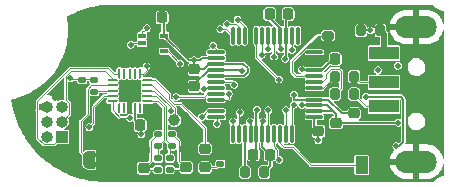
<source format=gbr>
%TF.GenerationSoftware,KiCad,Pcbnew,7.0.7*%
%TF.CreationDate,2023-12-11T16:01:13+01:00*%
%TF.ProjectId,ovrdrive,6f767264-7269-4766-952e-6b696361645f,rev?*%
%TF.SameCoordinates,Original*%
%TF.FileFunction,Copper,L1,Top*%
%TF.FilePolarity,Positive*%
%FSLAX46Y46*%
G04 Gerber Fmt 4.6, Leading zero omitted, Abs format (unit mm)*
G04 Created by KiCad (PCBNEW 7.0.7) date 2023-12-11 16:01:13*
%MOMM*%
%LPD*%
G01*
G04 APERTURE LIST*
G04 Aperture macros list*
%AMRoundRect*
0 Rectangle with rounded corners*
0 $1 Rounding radius*
0 $2 $3 $4 $5 $6 $7 $8 $9 X,Y pos of 4 corners*
0 Add a 4 corners polygon primitive as box body*
4,1,4,$2,$3,$4,$5,$6,$7,$8,$9,$2,$3,0*
0 Add four circle primitives for the rounded corners*
1,1,$1+$1,$2,$3*
1,1,$1+$1,$4,$5*
1,1,$1+$1,$6,$7*
1,1,$1+$1,$8,$9*
0 Add four rect primitives between the rounded corners*
20,1,$1+$1,$2,$3,$4,$5,0*
20,1,$1+$1,$4,$5,$6,$7,0*
20,1,$1+$1,$6,$7,$8,$9,0*
20,1,$1+$1,$8,$9,$2,$3,0*%
%AMFreePoly0*
4,1,19,0.500000,-0.750000,0.000000,-0.750000,0.000000,-0.744911,-0.071157,-0.744911,-0.207708,-0.704816,-0.327430,-0.627875,-0.420627,-0.520320,-0.479746,-0.390866,-0.500000,-0.250000,-0.500000,0.250000,-0.479746,0.390866,-0.420627,0.520320,-0.327430,0.627875,-0.207708,0.704816,-0.071157,0.744911,0.000000,0.744911,0.000000,0.750000,0.500000,0.750000,0.500000,-0.750000,0.500000,-0.750000,
$1*%
%AMFreePoly1*
4,1,19,0.000000,0.744911,0.071157,0.744911,0.207708,0.704816,0.327430,0.627875,0.420627,0.520320,0.479746,0.390866,0.500000,0.250000,0.500000,-0.250000,0.479746,-0.390866,0.420627,-0.520320,0.327430,-0.627875,0.207708,-0.704816,0.071157,-0.744911,0.000000,-0.744911,0.000000,-0.750000,-0.500000,-0.750000,-0.500000,0.750000,0.000000,0.750000,0.000000,0.744911,0.000000,0.744911,
$1*%
%AMFreePoly2*
4,1,14,0.289644,0.110355,0.410355,-0.010356,0.425000,-0.045711,0.425000,-0.075000,0.410355,-0.110355,0.375000,-0.125000,-0.375000,-0.125000,-0.410355,-0.110355,-0.425000,-0.075000,-0.425000,0.075000,-0.410355,0.110355,-0.375000,0.125000,0.254289,0.125000,0.289644,0.110355,0.289644,0.110355,$1*%
%AMFreePoly3*
4,1,14,0.410355,0.110355,0.425000,0.075000,0.425000,0.045711,0.410355,0.010356,0.289644,-0.110355,0.254289,-0.125000,-0.375000,-0.125000,-0.410355,-0.110355,-0.425000,-0.075000,-0.425000,0.075000,-0.410355,0.110355,-0.375000,0.125000,0.375000,0.125000,0.410355,0.110355,0.410355,0.110355,$1*%
%AMFreePoly4*
4,1,14,0.110355,0.410355,0.125000,0.375000,0.125000,-0.375000,0.110355,-0.410355,0.075000,-0.425000,-0.075000,-0.425000,-0.110355,-0.410355,-0.125000,-0.375000,-0.125000,0.254289,-0.110355,0.289644,0.010356,0.410355,0.045711,0.425000,0.075000,0.425000,0.110355,0.410355,0.110355,0.410355,$1*%
%AMFreePoly5*
4,1,14,-0.010356,0.410355,0.110355,0.289644,0.125000,0.254289,0.125000,-0.375000,0.110355,-0.410355,0.075000,-0.425000,-0.075000,-0.425000,-0.110355,-0.410355,-0.125000,-0.375000,-0.125000,0.375000,-0.110355,0.410355,-0.075000,0.425000,-0.045711,0.425000,-0.010356,0.410355,-0.010356,0.410355,$1*%
%AMFreePoly6*
4,1,14,0.410355,0.110355,0.425000,0.075000,0.425000,-0.075000,0.410355,-0.110355,0.375000,-0.125000,-0.254289,-0.125000,-0.289644,-0.110355,-0.410355,0.010356,-0.425000,0.045711,-0.425000,0.075000,-0.410355,0.110355,-0.375000,0.125000,0.375000,0.125000,0.410355,0.110355,0.410355,0.110355,$1*%
%AMFreePoly7*
4,1,14,0.410355,0.110355,0.425000,0.075000,0.425000,-0.075000,0.410355,-0.110355,0.375000,-0.125000,-0.375000,-0.125000,-0.410355,-0.110355,-0.425000,-0.075000,-0.425000,-0.045711,-0.410355,-0.010356,-0.289644,0.110355,-0.254289,0.125000,0.375000,0.125000,0.410355,0.110355,0.410355,0.110355,$1*%
%AMFreePoly8*
4,1,14,0.110355,0.410355,0.125000,0.375000,0.125000,-0.254289,0.110355,-0.289644,-0.010356,-0.410355,-0.045711,-0.425000,-0.075000,-0.425000,-0.110355,-0.410355,-0.125000,-0.375000,-0.125000,0.375000,-0.110355,0.410355,-0.075000,0.425000,0.075000,0.425000,0.110355,0.410355,0.110355,0.410355,$1*%
%AMFreePoly9*
4,1,14,0.110355,0.410355,0.125000,0.375000,0.125000,-0.375000,0.110355,-0.410355,0.075000,-0.425000,0.045711,-0.425000,0.010356,-0.410355,-0.110355,-0.289644,-0.125000,-0.254289,-0.125000,0.375000,-0.110355,0.410355,-0.075000,0.425000,0.075000,0.425000,0.110355,0.410355,0.110355,0.410355,$1*%
G04 Aperture macros list end*
%TA.AperFunction,SMDPad,CuDef*%
%ADD10RoundRect,0.218750X0.256250X-0.218750X0.256250X0.218750X-0.256250X0.218750X-0.256250X-0.218750X0*%
%TD*%
%TA.AperFunction,SMDPad,CuDef*%
%ADD11RoundRect,0.225000X0.225000X0.250000X-0.225000X0.250000X-0.225000X-0.250000X0.225000X-0.250000X0*%
%TD*%
%TA.AperFunction,SMDPad,CuDef*%
%ADD12RoundRect,0.147500X0.172500X-0.147500X0.172500X0.147500X-0.172500X0.147500X-0.172500X-0.147500X0*%
%TD*%
%TA.AperFunction,SMDPad,CuDef*%
%ADD13RoundRect,0.225000X-0.225000X-0.250000X0.225000X-0.250000X0.225000X0.250000X-0.225000X0.250000X0*%
%TD*%
%TA.AperFunction,SMDPad,CuDef*%
%ADD14RoundRect,0.200000X0.200000X0.275000X-0.200000X0.275000X-0.200000X-0.275000X0.200000X-0.275000X0*%
%TD*%
%TA.AperFunction,SMDPad,CuDef*%
%ADD15RoundRect,0.225000X-0.250000X0.225000X-0.250000X-0.225000X0.250000X-0.225000X0.250000X0.225000X0*%
%TD*%
%TA.AperFunction,SMDPad,CuDef*%
%ADD16RoundRect,0.135000X-0.185000X0.135000X-0.185000X-0.135000X0.185000X-0.135000X0.185000X0.135000X0*%
%TD*%
%TA.AperFunction,SMDPad,CuDef*%
%ADD17FreePoly0,180.000000*%
%TD*%
%TA.AperFunction,SMDPad,CuDef*%
%ADD18FreePoly1,180.000000*%
%TD*%
%TA.AperFunction,SMDPad,CuDef*%
%ADD19R,2.500000X1.100000*%
%TD*%
%TA.AperFunction,ComponentPad*%
%ADD20O,3.500000X1.900000*%
%TD*%
%TA.AperFunction,SMDPad,CuDef*%
%ADD21R,0.650000X0.400000*%
%TD*%
%TA.AperFunction,ComponentPad*%
%ADD22R,1.000000X1.000000*%
%TD*%
%TA.AperFunction,ComponentPad*%
%ADD23O,1.000000X1.000000*%
%TD*%
%TA.AperFunction,SMDPad,CuDef*%
%ADD24RoundRect,0.225000X0.250000X-0.225000X0.250000X0.225000X-0.250000X0.225000X-0.250000X-0.225000X0*%
%TD*%
%TA.AperFunction,SMDPad,CuDef*%
%ADD25C,1.000000*%
%TD*%
%TA.AperFunction,SMDPad,CuDef*%
%ADD26R,1.000000X1.500000*%
%TD*%
%TA.AperFunction,SMDPad,CuDef*%
%ADD27RoundRect,0.200000X-0.275000X0.200000X-0.275000X-0.200000X0.275000X-0.200000X0.275000X0.200000X0*%
%TD*%
%TA.AperFunction,SMDPad,CuDef*%
%ADD28RoundRect,0.135000X0.185000X-0.135000X0.185000X0.135000X-0.185000X0.135000X-0.185000X-0.135000X0*%
%TD*%
%TA.AperFunction,SMDPad,CuDef*%
%ADD29FreePoly2,0.000000*%
%TD*%
%TA.AperFunction,SMDPad,CuDef*%
%ADD30RoundRect,0.062500X-0.362500X-0.062500X0.362500X-0.062500X0.362500X0.062500X-0.362500X0.062500X0*%
%TD*%
%TA.AperFunction,SMDPad,CuDef*%
%ADD31FreePoly3,0.000000*%
%TD*%
%TA.AperFunction,SMDPad,CuDef*%
%ADD32FreePoly4,0.000000*%
%TD*%
%TA.AperFunction,SMDPad,CuDef*%
%ADD33RoundRect,0.062500X-0.062500X-0.362500X0.062500X-0.362500X0.062500X0.362500X-0.062500X0.362500X0*%
%TD*%
%TA.AperFunction,SMDPad,CuDef*%
%ADD34FreePoly5,0.000000*%
%TD*%
%TA.AperFunction,SMDPad,CuDef*%
%ADD35FreePoly6,0.000000*%
%TD*%
%TA.AperFunction,SMDPad,CuDef*%
%ADD36FreePoly7,0.000000*%
%TD*%
%TA.AperFunction,SMDPad,CuDef*%
%ADD37FreePoly8,0.000000*%
%TD*%
%TA.AperFunction,SMDPad,CuDef*%
%ADD38FreePoly9,0.000000*%
%TD*%
%TA.AperFunction,SMDPad,CuDef*%
%ADD39R,1.600000X1.600000*%
%TD*%
%TA.AperFunction,SMDPad,CuDef*%
%ADD40RoundRect,0.075000X-0.075000X0.662500X-0.075000X-0.662500X0.075000X-0.662500X0.075000X0.662500X0*%
%TD*%
%TA.AperFunction,SMDPad,CuDef*%
%ADD41RoundRect,0.075000X-0.662500X0.075000X-0.662500X-0.075000X0.662500X-0.075000X0.662500X0.075000X0*%
%TD*%
%TA.AperFunction,ViaPad*%
%ADD42C,0.460000*%
%TD*%
%TA.AperFunction,Conductor*%
%ADD43C,0.200000*%
%TD*%
%TA.AperFunction,Conductor*%
%ADD44C,0.100000*%
%TD*%
%TA.AperFunction,Conductor*%
%ADD45C,0.500000*%
%TD*%
G04 APERTURE END LIST*
%TA.AperFunction,EtchedComponent*%
%TO.C,JP3*%
G36*
X115250000Y-110350000D02*
G01*
X114750000Y-110350000D01*
X114750000Y-109950000D01*
X115250000Y-109950000D01*
X115250000Y-110350000D01*
G37*
%TD.AperFunction*%
%TA.AperFunction,EtchedComponent*%
G36*
X115250000Y-109550000D02*
G01*
X114750000Y-109550000D01*
X114750000Y-109150000D01*
X115250000Y-109150000D01*
X115250000Y-109550000D01*
G37*
%TD.AperFunction*%
%TD*%
D10*
%TO.P,D1,1,K*%
%TO.N,Net-(D1-K)*%
X124200000Y-110387500D03*
%TO.P,D1,2,A*%
%TO.N,Net-(D1-A)*%
X124200000Y-108812500D03*
%TD*%
D11*
%TO.P,C17,1*%
%TO.N,+3.3V*%
X129675000Y-97400000D03*
%TO.P,C17,2*%
%TO.N,GND*%
X128125000Y-97400000D03*
%TD*%
D12*
%TO.P,D3,1,K*%
%TO.N,Net-(D3-K)*%
X121200000Y-110575000D03*
%TO.P,D3,2,A*%
%TO.N,/CHG2*%
X121200000Y-109605000D03*
%TD*%
D13*
%TO.P,C7,1*%
%TO.N,+1V8*%
X131225000Y-97400000D03*
%TO.P,C7,2*%
%TO.N,GND*%
X132775000Y-97400000D03*
%TD*%
D11*
%TO.P,C18,1*%
%TO.N,+3.3V*%
X120575000Y-97700000D03*
%TO.P,C18,2*%
%TO.N,GND*%
X119025000Y-97700000D03*
%TD*%
D14*
%TO.P,R4,1*%
%TO.N,Net-(J1-D-)*%
X136825000Y-102700000D03*
%TO.P,R4,2*%
%TO.N,/DM*%
X135175000Y-102700000D03*
%TD*%
%TO.P,R5,1*%
%TO.N,Net-(J1-VBUS)*%
X139050000Y-98800000D03*
%TO.P,R5,2*%
%TO.N,+5V*%
X137400000Y-98800000D03*
%TD*%
D15*
%TO.P,C6,1*%
%TO.N,+3.3V*%
X135300000Y-106625000D03*
%TO.P,C6,2*%
%TO.N,GND*%
X135300000Y-108175000D03*
%TD*%
D16*
%TO.P,R7,1*%
%TO.N,/INHIBIT*%
X114800000Y-102990000D03*
%TO.P,R7,2*%
%TO.N,Net-(U3-PA2)*%
X114800000Y-104010000D03*
%TD*%
D17*
%TO.P,JP3,1,A*%
%TO.N,GND*%
X115650000Y-109750000D03*
D18*
%TO.P,JP3,2,B*%
%TO.N,Net-(JP3-B)*%
X114350000Y-109750000D03*
%TD*%
D19*
%TO.P,J1,1,VBUS*%
%TO.N,Net-(J1-VBUS)*%
X139350000Y-100700000D03*
%TO.P,J1,2,D-*%
%TO.N,Net-(J1-D-)*%
X139350000Y-103200000D03*
%TO.P,J1,3,D+*%
%TO.N,Net-(J1-D+)*%
X139350000Y-105200000D03*
%TO.P,J1,4,GND*%
%TO.N,GND*%
X139350000Y-107700000D03*
D20*
%TO.P,J1,5,Shield*%
X142100000Y-98500000D03*
X142100000Y-109900000D03*
%TD*%
D15*
%TO.P,C10,1*%
%TO.N,+1V8*%
X123300000Y-103525000D03*
%TO.P,C10,2*%
%TO.N,GND*%
X123300000Y-105075000D03*
%TD*%
D21*
%TO.P,U4,1*%
%TO.N,/~{CE}*%
X118850000Y-99250000D03*
%TO.P,U4,2*%
%TO.N,/INHIBIT*%
X118850000Y-99900000D03*
%TO.P,U4,3,GND*%
%TO.N,GND*%
X118850000Y-100550000D03*
%TO.P,U4,4*%
%TO.N,Net-(U2A-~{CE})*%
X120750000Y-100550000D03*
%TO.P,U4,5,VCC*%
%TO.N,+3.3V*%
X120750000Y-99250000D03*
%TD*%
D22*
%TO.P,J3,1,MISO*%
%TO.N,/MISO*%
X112070000Y-107800000D03*
D23*
%TO.P,J3,2,VCC*%
%TO.N,+5V*%
X110800000Y-107800000D03*
%TO.P,J3,3,SCK*%
%TO.N,/SCK*%
X112070000Y-106530000D03*
%TO.P,J3,4,MOSI*%
%TO.N,/MOSI*%
X110800000Y-106530000D03*
%TO.P,J3,5,~{RST}*%
%TO.N,/~{RST}*%
X112070000Y-105260000D03*
%TO.P,J3,6,GND*%
%TO.N,GND*%
X110800000Y-105260000D03*
%TD*%
D11*
%TO.P,C8,1*%
%TO.N,+1V8*%
X128275000Y-109300000D03*
%TO.P,C8,2*%
%TO.N,GND*%
X126725000Y-109300000D03*
%TD*%
D24*
%TO.P,C3,1*%
%TO.N,Net-(D2-K)*%
X119000000Y-110465000D03*
%TO.P,C3,2*%
%TO.N,GND*%
X119000000Y-108915000D03*
%TD*%
D25*
%TO.P,TP2,1,1*%
%TO.N,/PB2*%
X121600000Y-106400000D03*
%TD*%
D12*
%TO.P,D2,1,K*%
%TO.N,Net-(D2-K)*%
X120200000Y-110575000D03*
%TO.P,D2,2,A*%
%TO.N,/CHG1*%
X120200000Y-109605000D03*
%TD*%
D15*
%TO.P,C9,1*%
%TO.N,+1V8*%
X136800000Y-105825000D03*
%TO.P,C9,2*%
%TO.N,GND*%
X136800000Y-107375000D03*
%TD*%
D26*
%TO.P,JP2,1,A*%
%TO.N,GND*%
X138750000Y-110200000D03*
%TO.P,JP2,2,B*%
%TO.N,Net-(JP2-B)*%
X137450000Y-110200000D03*
%TD*%
D16*
%TO.P,R9,1*%
%TO.N,GND*%
X125500000Y-109090000D03*
%TO.P,R9,2*%
%TO.N,Net-(D1-K)*%
X125500000Y-110110000D03*
%TD*%
D14*
%TO.P,R3,1*%
%TO.N,Net-(J1-D+)*%
X136825000Y-104200000D03*
%TO.P,R3,2*%
%TO.N,/DP*%
X135175000Y-104200000D03*
%TD*%
D27*
%TO.P,R10,1*%
%TO.N,GND*%
X134600000Y-97575000D03*
%TO.P,R10,2*%
%TO.N,Net-(U1-RREF{slash}NC)*%
X134600000Y-99225000D03*
%TD*%
D24*
%TO.P,C14,1*%
%TO.N,Net-(D3-K)*%
X122600000Y-110375000D03*
%TO.P,C14,2*%
%TO.N,GND*%
X122600000Y-108825000D03*
%TD*%
D11*
%TO.P,C4,1*%
%TO.N,+5V*%
X118700000Y-106800000D03*
%TO.P,C4,2*%
%TO.N,GND*%
X117150000Y-106800000D03*
%TD*%
D13*
%TO.P,C12,1*%
%TO.N,+3.3V*%
X129725000Y-109300000D03*
%TO.P,C12,2*%
%TO.N,GND*%
X131275000Y-109300000D03*
%TD*%
D28*
%TO.P,R1,1*%
%TO.N,/CHG1*%
X120200000Y-108600000D03*
%TO.P,R1,2*%
%TO.N,Net-(D2-K)*%
X120200000Y-107580000D03*
%TD*%
%TO.P,R2,1*%
%TO.N,/CHG2*%
X121400000Y-108600000D03*
%TO.P,R2,2*%
%TO.N,Net-(D3-K)*%
X121400000Y-107580000D03*
%TD*%
D29*
%TO.P,U3,1,PA4*%
%TO.N,/SCK*%
X116375000Y-103000000D03*
D30*
%TO.P,U3,2,PA3*%
%TO.N,Net-(JP3-B)*%
X116375000Y-103450000D03*
%TO.P,U3,3,PA2*%
%TO.N,Net-(U3-PA2)*%
X116375000Y-103900000D03*
%TO.P,U3,4,PA1*%
%TO.N,/IN2*%
X116375000Y-104350000D03*
D31*
%TO.P,U3,5,AREF/PA0*%
%TO.N,/IN1*%
X116375000Y-104800000D03*
D32*
%TO.P,U3,6,NC*%
%TO.N,unconnected-(U3-NC-Pad6)*%
X116925000Y-105350000D03*
D33*
%TO.P,U3,7,NC*%
%TO.N,unconnected-(U3-NC-Pad7)*%
X117375000Y-105350000D03*
%TO.P,U3,8,GND*%
%TO.N,GND*%
X117825000Y-105350000D03*
%TO.P,U3,9,VCC*%
%TO.N,+5V*%
X118275000Y-105350000D03*
D34*
%TO.P,U3,10,NC*%
%TO.N,unconnected-(U3-NC-Pad10)*%
X118725000Y-105350000D03*
D35*
%TO.P,U3,11,XTAL1/PB0*%
%TO.N,/CHG1*%
X119275000Y-104800000D03*
D30*
%TO.P,U3,12,XTAL2/PB1*%
%TO.N,/CHG2*%
X119275000Y-104350000D03*
%TO.P,U3,13,~{RESET}/PB3*%
%TO.N,/~{RST}*%
X119275000Y-103900000D03*
%TO.P,U3,14,PB2*%
%TO.N,/PB2*%
X119275000Y-103450000D03*
D36*
%TO.P,U3,15,PA7*%
%TO.N,Net-(D1-A)*%
X119275000Y-103000000D03*
D37*
%TO.P,U3,16,PA6*%
%TO.N,/MOSI*%
X118725000Y-102450000D03*
D33*
%TO.P,U3,17,NC*%
%TO.N,unconnected-(U3-NC-Pad17)*%
X118275000Y-102450000D03*
%TO.P,U3,18,NC*%
%TO.N,unconnected-(U3-NC-Pad18)*%
X117825000Y-102450000D03*
%TO.P,U3,19,NC*%
%TO.N,unconnected-(U3-NC-Pad19)*%
X117375000Y-102450000D03*
D38*
%TO.P,U3,20,PA5*%
%TO.N,/MISO*%
X116925000Y-102450000D03*
D39*
%TO.P,U3,21,GND*%
%TO.N,GND*%
X117825000Y-103900000D03*
%TD*%
D15*
%TO.P,C5,1*%
%TO.N,+5V*%
X133800000Y-107325000D03*
%TO.P,C5,2*%
%TO.N,GND*%
X133800000Y-108875000D03*
%TD*%
D24*
%TO.P,C11,1*%
%TO.N,+3.3V*%
X123300000Y-102075000D03*
%TO.P,C11,2*%
%TO.N,GND*%
X123300000Y-100525000D03*
%TD*%
D13*
%TO.P,C13,1*%
%TO.N,+3.3V*%
X135225000Y-101200000D03*
%TO.P,C13,2*%
%TO.N,GND*%
X136775000Y-101200000D03*
%TD*%
D14*
%TO.P,R6,1*%
%TO.N,+3.3V*%
X129225000Y-110800000D03*
%TO.P,R6,2*%
%TO.N,Net-(U1-TESTN)*%
X127575000Y-110800000D03*
%TD*%
D28*
%TO.P,R8,1*%
%TO.N,GND*%
X113800000Y-104010000D03*
%TO.P,R8,2*%
%TO.N,/INHIBIT*%
X113800000Y-102990000D03*
%TD*%
D40*
%TO.P,U1,1,GPIO2*%
%TO.N,unconnected-(U1-GPIO2-Pad1)*%
X132050000Y-99237500D03*
%TO.P,U1,2,GPIO1*%
%TO.N,/RB1*%
X131550000Y-99237500D03*
%TO.P,U1,3,VDD*%
%TO.N,+1V8*%
X131050000Y-99237500D03*
%TO.P,U1,4,VCCIOQ*%
%TO.N,+3.3V*%
X130550000Y-99237500D03*
%TO.P,U1,5,GPIO0*%
%TO.N,/RB0*%
X130050000Y-99237500D03*
%TO.P,U1,6,FNRE*%
%TO.N,/~{RE}*%
X129550000Y-99237500D03*
%TO.P,U1,7,FCE0*%
%TO.N,/~{CE}*%
X129050000Y-99237500D03*
%TO.P,U1,8,FCE1*%
%TO.N,/~{CE1}*%
X128550000Y-99237500D03*
%TO.P,U1,9,VSS*%
%TO.N,GND*%
X128050000Y-99237500D03*
%TO.P,U1,10,FD7*%
%TO.N,/FD7*%
X127550000Y-99237500D03*
%TO.P,U1,11,FD6*%
%TO.N,/FD6*%
X127050000Y-99237500D03*
%TO.P,U1,12,FD5*%
%TO.N,/FD5*%
X126550000Y-99237500D03*
D41*
%TO.P,U1,13,FD4*%
%TO.N,/FD4*%
X125137500Y-100650000D03*
%TO.P,U1,14,VCCIOF*%
%TO.N,+3.3V*%
X125137500Y-101150000D03*
%TO.P,U1,15,VCCIOF*%
X125137500Y-101650000D03*
%TO.P,U1,16,VDD*%
%TO.N,+1V8*%
X125137500Y-102150000D03*
%TO.P,U1,17,VCCIOF*%
%TO.N,+3.3V*%
X125137500Y-102650000D03*
%TO.P,U1,18,FD3*%
%TO.N,/FD3*%
X125137500Y-103150000D03*
%TO.P,U1,19,FD2*%
%TO.N,/FD2*%
X125137500Y-103650000D03*
%TO.P,U1,20,FD1*%
%TO.N,/FD1*%
X125137500Y-104150000D03*
%TO.P,U1,21,FD0*%
%TO.N,/FD0*%
X125137500Y-104650000D03*
%TO.P,U1,22,VSS*%
%TO.N,GND*%
X125137500Y-105150000D03*
%TO.P,U1,23,FNWP*%
%TO.N,/~{WP}*%
X125137500Y-105650000D03*
%TO.P,U1,24,FNWE*%
%TO.N,/~{WE}*%
X125137500Y-106150000D03*
D40*
%TO.P,U1,25,FALE*%
%TO.N,/ALE*%
X126550000Y-107562500D03*
%TO.P,U1,26,FCLE*%
%TO.N,/CLE*%
X127050000Y-107562500D03*
%TO.P,U1,27,TESTN*%
%TO.N,Net-(U1-TESTN)*%
X127550000Y-107562500D03*
%TO.P,U1,28,VCCIOF*%
%TO.N,+3.3V*%
X128050000Y-107562500D03*
%TO.P,U1,29,VDD*%
%TO.N,+1V8*%
X128550000Y-107562500D03*
%TO.P,U1,30,VCCIOF*%
%TO.N,+3.3V*%
X129050000Y-107562500D03*
%TO.P,U1,31,DQS0*%
%TO.N,/DQS*%
X129550000Y-107562500D03*
%TO.P,U1,32,RELN*%
%TO.N,Net-(JP1-B)*%
X130050000Y-107562500D03*
%TO.P,U1,33,BCE*%
%TO.N,Net-(JP2-B)*%
X130550000Y-107562500D03*
%TO.P,U1,34,FCE3*%
%TO.N,/~{CE3}*%
X131050000Y-107562500D03*
%TO.P,U1,35,FCE2*%
%TO.N,/~{CE2}*%
X131550000Y-107562500D03*
%TO.P,U1,36,VSS*%
%TO.N,GND*%
X132050000Y-107562500D03*
D41*
%TO.P,U1,37,VCCAH5*%
%TO.N,+5V*%
X133462500Y-106150000D03*
%TO.P,U1,38,V33_OUT*%
%TO.N,+3.3V*%
X133462500Y-105650000D03*
%TO.P,U1,39,V33_IN*%
X133462500Y-105150000D03*
%TO.P,U1,40,V18_OUT*%
%TO.N,+1V8*%
X133462500Y-104650000D03*
%TO.P,U1,41,VGNDA*%
%TO.N,GND*%
X133462500Y-104150000D03*
%TO.P,U1,42,DM*%
%TO.N,/DM*%
X133462500Y-103650000D03*
%TO.P,U1,43,DP*%
%TO.N,/DP*%
X133462500Y-103150000D03*
%TO.P,U1,44,RREF/NC*%
%TO.N,Net-(U1-RREF{slash}NC)*%
X133462500Y-102650000D03*
%TO.P,U1,45,VCC33A_PLL*%
%TO.N,+3.3V*%
X133462500Y-102150000D03*
%TO.P,U1,46,VSS*%
%TO.N,GND*%
X133462500Y-101650000D03*
%TO.P,U1,47,VSS*%
X133462500Y-101150000D03*
%TO.P,U1,48,GPIO3*%
%TO.N,unconnected-(U1-GPIO3-Pad48)*%
X133462500Y-100650000D03*
%TD*%
D42*
%TO.N,+1V8*%
X131750000Y-104220000D03*
X127300000Y-102200000D03*
X128600000Y-105500000D03*
X131000000Y-101200000D03*
%TO.N,/MOSI*%
X119243348Y-101843348D03*
%TO.N,/~{RST}*%
X121283771Y-105600000D03*
%TO.N,/INHIBIT*%
X117900000Y-100000000D03*
X112800000Y-102829500D03*
%TO.N,Net-(JP1-B)*%
X130500000Y-109750000D03*
%TO.N,/RB1*%
X131550000Y-100450000D03*
%TO.N,/RB0*%
X130050000Y-101010000D03*
%TO.N,/~{CE1}*%
X130450000Y-102950000D03*
%TO.N,/DQS*%
X129550000Y-105540500D03*
%TO.N,Net-(U2A-~{CE})*%
X122100000Y-101600000D03*
%TO.N,/~{CE3}*%
X131050000Y-105540500D03*
%TO.N,/~{CE2}*%
X131700000Y-105100000D03*
%TO.N,/~{RE}*%
X129550000Y-100400000D03*
%TO.N,/~{CE}*%
X119250000Y-98600000D03*
X128991864Y-100879856D03*
%TO.N,/~{WP}*%
X123900000Y-106150000D03*
%TO.N,/~{WE}*%
X125200000Y-106700000D03*
%TO.N,/ALE*%
X126550000Y-106500000D03*
%TO.N,/CLE*%
X127150000Y-105740500D03*
%TO.N,+3.3V*%
X128000000Y-106500000D03*
X130600000Y-100400000D03*
X140570500Y-106600000D03*
X132400000Y-102100000D03*
X129100000Y-106500000D03*
X123300000Y-101304500D03*
X132400000Y-105100000D03*
%TO.N,GND*%
X108900000Y-105600000D03*
X139600000Y-97400000D03*
X119800000Y-106500000D03*
X117600000Y-109800000D03*
X118200000Y-98400000D03*
X143600000Y-106600000D03*
X132350000Y-101200000D03*
X136500000Y-108600000D03*
X133000000Y-99000000D03*
X114600000Y-99200000D03*
X132500000Y-109000000D03*
X139750000Y-110950000D03*
X114100000Y-107900000D03*
X143600000Y-100400000D03*
X126950000Y-97150000D03*
X122550000Y-105950000D03*
X135500000Y-97050000D03*
X119900000Y-101300000D03*
X126400000Y-100400000D03*
X113350000Y-109800000D03*
X111500000Y-104500000D03*
X122100000Y-99400000D03*
X131000000Y-110600000D03*
X124600000Y-107400000D03*
X126300000Y-110800000D03*
X137000000Y-100400000D03*
X117600000Y-103800000D03*
%TO.N,+5V*%
X138200000Y-98800000D03*
X118800000Y-107600000D03*
X133800000Y-108095500D03*
%TO.N,/FD7*%
X126950000Y-97900000D03*
%TO.N,/FD6*%
X126072701Y-98279500D03*
%TO.N,/FD5*%
X125500000Y-98700000D03*
%TO.N,/FD4*%
X124900000Y-100100000D03*
%TO.N,/FD3*%
X126677375Y-103384648D03*
%TO.N,/FD2*%
X124104500Y-103764148D03*
%TO.N,/FD1*%
X121770207Y-104429793D03*
%TO.N,/FD0*%
X126204500Y-104150000D03*
%TO.N,VMEM*%
X140400000Y-108600000D03*
X137800000Y-104400000D03*
%TO.N,/IN1*%
X140520500Y-101800000D03*
X117845500Y-106200000D03*
%TO.N,/IN2*%
X138825627Y-102157685D03*
X114400000Y-107000000D03*
%TD*%
D43*
%TO.N,+1V8*%
X131750000Y-104650000D02*
X131750000Y-104220000D01*
X133462500Y-104650000D02*
X134584315Y-104650000D01*
X128550000Y-105550000D02*
X128600000Y-105500000D01*
X125137500Y-102150000D02*
X127250000Y-102150000D01*
X123300000Y-103525000D02*
X123300000Y-103361091D01*
X131050000Y-99237500D02*
X131050000Y-101150000D01*
X131050000Y-101150000D02*
X131000000Y-101200000D01*
X135759315Y-105825000D02*
X136800000Y-105825000D01*
X123300000Y-103361091D02*
X124511091Y-102150000D01*
X134584315Y-104650000D02*
X135759315Y-105825000D01*
X133462500Y-104650000D02*
X131750000Y-104650000D01*
X128275000Y-109300000D02*
X128550000Y-109025000D01*
X127250000Y-102150000D02*
X127300000Y-102200000D01*
X124511091Y-102150000D02*
X125137500Y-102150000D01*
X128550000Y-109025000D02*
X128550000Y-107562500D01*
X131225000Y-97400000D02*
X131050000Y-97575000D01*
X131050000Y-97575000D02*
X131050000Y-99237500D01*
X128550000Y-107562500D02*
X128550000Y-105550000D01*
D44*
%TO.N,Net-(D2-K)*%
X119625000Y-109840000D02*
X119625000Y-108155000D01*
X120200000Y-110575000D02*
X119110000Y-110575000D01*
X119000000Y-110465000D02*
X119625000Y-109840000D01*
X119110000Y-110575000D02*
X119000000Y-110465000D01*
X119625000Y-108155000D02*
X120200000Y-107580000D01*
%TO.N,Net-(D3-K)*%
X121400000Y-107580000D02*
X121975000Y-108155000D01*
X121200000Y-110575000D02*
X122290000Y-110575000D01*
X121975000Y-108155000D02*
X121975000Y-109840000D01*
X121975000Y-109840000D02*
X122600000Y-110465000D01*
X122290000Y-110575000D02*
X122400000Y-110465000D01*
%TO.N,Net-(D1-K)*%
X125122500Y-110387500D02*
X125400000Y-110110000D01*
X124200000Y-110387500D02*
X125122500Y-110387500D01*
%TO.N,/MISO*%
X116450000Y-102450000D02*
X116000000Y-102000000D01*
X116925000Y-102450000D02*
X116450000Y-102450000D01*
X110000000Y-104800000D02*
X110000000Y-107919239D01*
X110000000Y-107919239D02*
X110530761Y-108450000D01*
X111420000Y-108450000D02*
X112070000Y-107800000D01*
X116000000Y-102000000D02*
X112800000Y-102000000D01*
X112800000Y-102000000D02*
X110000000Y-104800000D01*
X110530761Y-108450000D02*
X111420000Y-108450000D01*
%TO.N,/SCK*%
X112720000Y-105880000D02*
X112070000Y-106530000D01*
X112842098Y-102250000D02*
X112420000Y-102672098D01*
X112420000Y-102672098D02*
X112420000Y-104670000D01*
X115750000Y-102250000D02*
X112842098Y-102250000D01*
X116375000Y-103000000D02*
X116375000Y-102875000D01*
X116375000Y-102875000D02*
X115750000Y-102250000D01*
X112720000Y-104970000D02*
X112720000Y-105880000D01*
X112420000Y-104670000D02*
X112720000Y-104970000D01*
%TO.N,/MOSI*%
X119243348Y-102156652D02*
X119243348Y-101843348D01*
X118725000Y-102450000D02*
X118950000Y-102450000D01*
X118950000Y-102450000D02*
X119243348Y-102156652D01*
%TO.N,/~{RST}*%
X119882842Y-103900000D02*
X121283771Y-105300929D01*
X119275000Y-103900000D02*
X119882842Y-103900000D01*
X121283771Y-105300929D02*
X121283771Y-105600000D01*
%TO.N,Net-(D1-A)*%
X121175260Y-104624740D02*
X121175260Y-104175260D01*
X124200000Y-107062598D02*
X122162142Y-105024740D01*
X121575260Y-105024740D02*
X121175260Y-104624740D01*
X121175260Y-104175260D02*
X120000000Y-103000000D01*
X122162142Y-105024740D02*
X121575260Y-105024740D01*
X120000000Y-103000000D02*
X119275000Y-103000000D01*
X124200000Y-108812500D02*
X124200000Y-107062598D01*
D45*
%TO.N,Net-(J1-VBUS)*%
X139350000Y-100700000D02*
X139350000Y-99100000D01*
X139350000Y-99100000D02*
X139050000Y-98800000D01*
D44*
%TO.N,/DP*%
X135175000Y-104200000D02*
X135725000Y-103650000D01*
X135575000Y-102075000D02*
X134825000Y-102075000D01*
X135725000Y-103650000D02*
X135725000Y-102225000D01*
X134100000Y-103150000D02*
X133462500Y-103150000D01*
X134825000Y-102075000D02*
X134400000Y-102500000D01*
X134400000Y-102850000D02*
X134100000Y-103150000D01*
X135725000Y-102225000D02*
X135575000Y-102075000D01*
X134400000Y-102500000D02*
X134400000Y-102850000D01*
%TO.N,/DM*%
X135175000Y-102700000D02*
X134225000Y-103650000D01*
X134225000Y-103650000D02*
X133462500Y-103650000D01*
%TO.N,Net-(J1-D-)*%
X139350000Y-103200000D02*
X137325000Y-103200000D01*
X137325000Y-103200000D02*
X136825000Y-102700000D01*
%TO.N,/INHIBIT*%
X118850000Y-99900000D02*
X118000000Y-99900000D01*
X118000000Y-99900000D02*
X117900000Y-100000000D01*
X112880500Y-102910000D02*
X112800000Y-102829500D01*
X113800000Y-102910000D02*
X114780000Y-102910000D01*
X113800000Y-102910000D02*
X112880500Y-102910000D01*
X114780000Y-102910000D02*
X114800000Y-102890000D01*
%TO.N,Net-(J1-D+)*%
X137825000Y-105200000D02*
X136825000Y-104200000D01*
X139350000Y-105200000D02*
X137825000Y-105200000D01*
%TO.N,Net-(JP1-B)*%
X130325000Y-108894670D02*
X130325000Y-109575000D01*
X130050000Y-107562500D02*
X130050000Y-108619670D01*
X130050000Y-108619670D02*
X130325000Y-108894670D01*
X130325000Y-109575000D02*
X130500000Y-109750000D01*
%TO.N,/RB1*%
X131550000Y-99237500D02*
X131550000Y-100450000D01*
%TO.N,/RB0*%
X130050000Y-99237500D02*
X130050000Y-101010000D01*
%TO.N,/~{CE1}*%
X128550000Y-99237500D02*
X128550000Y-101050000D01*
X128550000Y-101050000D02*
X130450000Y-102950000D01*
%TO.N,/DQS*%
X129550000Y-107562500D02*
X129550000Y-105540500D01*
%TO.N,Net-(JP2-B)*%
X132120000Y-109157402D02*
X133162598Y-110200000D01*
X131655330Y-108675000D02*
X132120000Y-109139670D01*
X133162598Y-110200000D02*
X137450000Y-110200000D01*
X130894670Y-108675000D02*
X131655330Y-108675000D01*
X130550000Y-108330330D02*
X130894670Y-108675000D01*
X130550000Y-107562500D02*
X130550000Y-108330330D01*
X132120000Y-109139670D02*
X132120000Y-109157402D01*
D43*
%TO.N,Net-(U1-TESTN)*%
X127550000Y-110775000D02*
X127575000Y-110800000D01*
X127550000Y-107562500D02*
X127550000Y-110775000D01*
D44*
%TO.N,Net-(U3-PA2)*%
X114935000Y-103900000D02*
X114925000Y-103890000D01*
X116375000Y-103900000D02*
X114935000Y-103900000D01*
%TO.N,Net-(U1-RREF{slash}NC)*%
X131550000Y-101400000D02*
X131550000Y-102300000D01*
X131900000Y-102650000D02*
X133462500Y-102650000D01*
X133725000Y-99225000D02*
X131550000Y-101400000D01*
X134600000Y-99225000D02*
X133725000Y-99225000D01*
X131550000Y-102300000D02*
X131900000Y-102650000D01*
%TO.N,Net-(U2A-~{CE})*%
X121050000Y-100550000D02*
X120750000Y-100550000D01*
X120750000Y-100550000D02*
X121100000Y-100550000D01*
X122100000Y-101600000D02*
X121050000Y-100550000D01*
%TO.N,/~{CE3}*%
X131050000Y-107562500D02*
X131050000Y-105540500D01*
%TO.N,/~{CE2}*%
X131700000Y-105100000D02*
X131550000Y-105250000D01*
X131550000Y-105250000D02*
X131550000Y-107562500D01*
%TO.N,/~{RE}*%
X129550000Y-99237500D02*
X129550000Y-100400000D01*
%TO.N,/~{CE}*%
X119000000Y-98850000D02*
X118900000Y-98850000D01*
X129050000Y-100821720D02*
X128991864Y-100879856D01*
X119250000Y-98600000D02*
X119000000Y-98850000D01*
X129050000Y-99237500D02*
X129050000Y-100821720D01*
X118850000Y-99250000D02*
X118850000Y-98900000D01*
X118850000Y-98900000D02*
X118900000Y-98850000D01*
%TO.N,/~{WP}*%
X124400000Y-105650000D02*
X125137500Y-105650000D01*
X123900000Y-106150000D02*
X124400000Y-105650000D01*
%TO.N,/~{WE}*%
X125200000Y-106212500D02*
X125137500Y-106150000D01*
X125200000Y-106700000D02*
X125200000Y-106212500D01*
%TO.N,/ALE*%
X126550000Y-106500000D02*
X126550000Y-107562500D01*
%TO.N,/CLE*%
X127050000Y-105840500D02*
X127150000Y-105740500D01*
X127050000Y-107562500D02*
X127050000Y-105840500D01*
D43*
%TO.N,+3.3V*%
X120700000Y-98850000D02*
X120750000Y-98900000D01*
X127450000Y-101650000D02*
X125137500Y-101650000D01*
X129050000Y-107562500D02*
X129050000Y-106550000D01*
X127800000Y-102000000D02*
X127450000Y-101650000D01*
X127800000Y-102308112D02*
X127800000Y-102000000D01*
X126200000Y-102650000D02*
X127458112Y-102650000D01*
X130550000Y-99237500D02*
X130550000Y-100350000D01*
X123795500Y-101304500D02*
X123300000Y-101304500D01*
X122804500Y-101304500D02*
X123300000Y-101304500D01*
X135300000Y-106625000D02*
X140545500Y-106625000D01*
X140545500Y-106625000D02*
X140570500Y-106600000D01*
X135300000Y-105900000D02*
X135300000Y-106625000D01*
X133462500Y-105150000D02*
X132450000Y-105150000D01*
X130550000Y-98611091D02*
X129675000Y-97736091D01*
X135038909Y-101200000D02*
X135225000Y-101200000D01*
X129050000Y-107562500D02*
X129050000Y-108625000D01*
X123950000Y-101150000D02*
X123795500Y-101304500D01*
X133462500Y-102150000D02*
X132450000Y-102150000D01*
X129050000Y-108625000D02*
X129725000Y-109300000D01*
X123300000Y-102075000D02*
X123300000Y-101304500D01*
X124511091Y-101650000D02*
X124086091Y-102075000D01*
X129050000Y-106550000D02*
X129100000Y-106500000D01*
X120750000Y-98900000D02*
X120750000Y-99250000D01*
X120750000Y-99250000D02*
X122804500Y-101304500D01*
X133462500Y-105650000D02*
X135050000Y-105650000D01*
X133462500Y-102150000D02*
X134088909Y-102150000D01*
X125137500Y-102650000D02*
X126200000Y-102650000D01*
X127458112Y-102650000D02*
X127800000Y-102308112D01*
X134550000Y-105150000D02*
X135300000Y-105900000D01*
X125137500Y-101650000D02*
X124511091Y-101650000D01*
X120700000Y-97825000D02*
X120700000Y-98850000D01*
X120575000Y-97700000D02*
X120700000Y-97825000D01*
X125137500Y-101150000D02*
X123950000Y-101150000D01*
X129725000Y-109300000D02*
X129725000Y-110300000D01*
X135050000Y-105650000D02*
X135300000Y-105900000D01*
X132450000Y-102150000D02*
X132400000Y-102100000D01*
X130550000Y-100350000D02*
X130600000Y-100400000D01*
X134088909Y-102150000D02*
X135038909Y-101200000D01*
X128050000Y-106550000D02*
X128000000Y-106500000D01*
X133462500Y-105150000D02*
X134550000Y-105150000D01*
D44*
X134968198Y-101200000D02*
X135225000Y-101200000D01*
D43*
X129675000Y-97736091D02*
X129675000Y-97400000D01*
X124086091Y-102075000D02*
X123300000Y-102075000D01*
X130550000Y-99237500D02*
X130550000Y-98611091D01*
X132450000Y-105150000D02*
X132400000Y-105100000D01*
X128050000Y-107562500D02*
X128050000Y-106550000D01*
X129725000Y-110300000D02*
X129225000Y-110800000D01*
%TO.N,+5V*%
X133800000Y-108095500D02*
X133800000Y-107325000D01*
X118700000Y-106800000D02*
X118275000Y-106375000D01*
X118800000Y-106900000D02*
X118700000Y-106800000D01*
X118275000Y-106375000D02*
X118275000Y-105350000D01*
X133462500Y-106150000D02*
X133462500Y-106987500D01*
X133462500Y-106987500D02*
X133800000Y-107325000D01*
X118800000Y-107600000D02*
X118800000Y-106900000D01*
X137400000Y-98800000D02*
X138200000Y-98800000D01*
D44*
%TO.N,/FD7*%
X127550000Y-99237500D02*
X127550000Y-98500000D01*
X127550000Y-98500000D02*
X126950000Y-97900000D01*
%TO.N,/FD6*%
X126792098Y-98279500D02*
X126072701Y-98279500D01*
X127050000Y-98537402D02*
X126792098Y-98279500D01*
X127050000Y-99237500D02*
X127050000Y-98537402D01*
%TO.N,/FD5*%
X126012500Y-98700000D02*
X125500000Y-98700000D01*
X126550000Y-99237500D02*
X126012500Y-98700000D01*
%TO.N,/FD4*%
X125137500Y-100650000D02*
X125137500Y-100337500D01*
X125137500Y-100337500D02*
X124900000Y-100100000D01*
%TO.N,/FD3*%
X126442727Y-103150000D02*
X126677375Y-103384648D01*
X125137500Y-103150000D02*
X126442727Y-103150000D01*
%TO.N,/FD2*%
X125137500Y-103650000D02*
X124218648Y-103650000D01*
X124218648Y-103650000D02*
X124104500Y-103764148D01*
%TO.N,/FD1*%
X121786373Y-104413627D02*
X121770207Y-104429793D01*
X124377254Y-104150000D02*
X124113627Y-104413627D01*
X124113627Y-104413627D02*
X121786373Y-104413627D01*
X125137500Y-104150000D02*
X124377254Y-104150000D01*
%TO.N,/FD0*%
X125137500Y-104650000D02*
X126150000Y-104650000D01*
X126150000Y-104650000D02*
X126204500Y-104595500D01*
X126204500Y-104595500D02*
X126204500Y-104150000D01*
%TO.N,/PB2*%
X119717678Y-103450000D02*
X121663771Y-105396093D01*
X119275000Y-103450000D02*
X119717678Y-103450000D01*
X121663771Y-106336229D02*
X121600000Y-106400000D01*
X121663771Y-105396093D02*
X121663771Y-106336229D01*
D43*
%TO.N,VMEM*%
X140750000Y-104400000D02*
X141000000Y-104650000D01*
X141000000Y-104650000D02*
X141000000Y-108000000D01*
X141000000Y-108000000D02*
X141000000Y-108250000D01*
X137800000Y-104400000D02*
X140750000Y-104400000D01*
X141000000Y-108250000D02*
X140650000Y-108600000D01*
X140650000Y-108600000D02*
X140400000Y-108600000D01*
D44*
%TO.N,/IN1*%
X116375000Y-104800000D02*
X116375000Y-105532843D01*
X117017157Y-106175000D02*
X117820500Y-106175000D01*
X117820500Y-106175000D02*
X117845500Y-106200000D01*
X116375000Y-105532843D02*
X117017157Y-106175000D01*
%TO.N,/IN2*%
X114750000Y-105250000D02*
X114750000Y-106650000D01*
X116375000Y-104350000D02*
X115650000Y-104350000D01*
X115650000Y-104350000D02*
X114750000Y-105250000D01*
X114750000Y-106650000D02*
X114400000Y-107000000D01*
%TO.N,/CHG1*%
X120704271Y-108095729D02*
X120200000Y-108600000D01*
X120704271Y-105304271D02*
X120704271Y-108095729D01*
X120200000Y-108600000D02*
X120200000Y-109605000D01*
X119275000Y-104800000D02*
X120200000Y-104800000D01*
X120200000Y-104800000D02*
X120704271Y-105304271D01*
%TO.N,/CHG2*%
X119275000Y-104350000D02*
X120050000Y-104350000D01*
X120904271Y-108104271D02*
X121400000Y-108600000D01*
X120050000Y-104350000D02*
X120904271Y-105204271D01*
X121200000Y-108600000D02*
X121200000Y-109605000D01*
X120904271Y-105204271D02*
X120904271Y-108104271D01*
%TO.N,Net-(JP3-B)*%
X114270000Y-103756949D02*
X114270000Y-105889314D01*
X114270000Y-105889314D02*
X113720000Y-106439314D01*
X113720000Y-106439314D02*
X113720000Y-106500000D01*
X113720000Y-106500000D02*
X113720000Y-109120000D01*
X114576949Y-103450000D02*
X114270000Y-103756949D01*
X116375000Y-103450000D02*
X114576949Y-103450000D01*
X113720000Y-109120000D02*
X114350000Y-109750000D01*
%TD*%
%TA.AperFunction,Conductor*%
%TO.N,GND*%
G36*
X118077221Y-102910147D02*
G01*
X118090743Y-102923669D01*
X118094984Y-102930017D01*
X118137465Y-102958401D01*
X118148901Y-102966042D01*
X118196448Y-102975500D01*
X118353552Y-102975500D01*
X118401099Y-102966042D01*
X118444239Y-102937217D01*
X118455015Y-102930017D01*
X118458429Y-102926604D01*
X118459366Y-102927541D01*
X118485673Y-102909960D01*
X118522456Y-102917272D01*
X118535978Y-102930792D01*
X118539275Y-102935726D01*
X118572519Y-102957938D01*
X118610788Y-102973789D01*
X118610792Y-102973789D01*
X118610795Y-102973791D01*
X118649996Y-102981589D01*
X118649997Y-102981589D01*
X118649997Y-102981588D01*
X118649998Y-102981589D01*
X118655080Y-102980577D01*
X118674198Y-102980577D01*
X118679291Y-102981590D01*
X118687403Y-102979976D01*
X118724185Y-102987288D01*
X118745023Y-103018469D01*
X118745025Y-103037587D01*
X118743410Y-103045710D01*
X118743410Y-103045716D01*
X118744421Y-103050798D01*
X118744423Y-103069913D01*
X118743411Y-103075003D01*
X118743411Y-103075004D01*
X118751210Y-103114210D01*
X118751211Y-103114213D01*
X118756845Y-103127816D01*
X118758997Y-103133010D01*
X118766241Y-103150500D01*
X118766597Y-103151358D01*
X118766927Y-103152282D01*
X118780289Y-103172278D01*
X118789275Y-103185726D01*
X118794203Y-103189018D01*
X118815040Y-103220198D01*
X118807726Y-103256981D01*
X118798267Y-103266442D01*
X118798396Y-103266571D01*
X118794982Y-103269984D01*
X118758957Y-103323901D01*
X118749500Y-103371444D01*
X118749500Y-103528555D01*
X118758957Y-103576098D01*
X118794982Y-103630014D01*
X118794983Y-103630014D01*
X118794984Y-103630016D01*
X118801329Y-103634256D01*
X118822167Y-103665436D01*
X118814853Y-103702219D01*
X118801335Y-103715739D01*
X118794983Y-103719983D01*
X118794982Y-103719984D01*
X118758957Y-103773901D01*
X118749500Y-103821444D01*
X118749500Y-103978555D01*
X118758957Y-104026098D01*
X118794982Y-104080014D01*
X118794983Y-104080014D01*
X118794984Y-104080016D01*
X118801329Y-104084256D01*
X118822167Y-104115436D01*
X118814853Y-104152219D01*
X118801335Y-104165739D01*
X118794983Y-104169983D01*
X118794982Y-104169984D01*
X118758957Y-104223901D01*
X118749500Y-104271444D01*
X118749500Y-104428555D01*
X118758957Y-104476098D01*
X118794982Y-104530015D01*
X118798396Y-104533429D01*
X118797459Y-104534365D01*
X118815041Y-104560680D01*
X118807723Y-104597462D01*
X118794207Y-104610978D01*
X118789275Y-104614273D01*
X118789274Y-104614274D01*
X118767062Y-104647518D01*
X118751211Y-104685788D01*
X118751208Y-104685795D01*
X118743411Y-104724995D01*
X118743411Y-104724996D01*
X118743411Y-104724998D01*
X118744421Y-104730079D01*
X118744423Y-104730087D01*
X118744423Y-104749194D01*
X118743410Y-104754290D01*
X118743410Y-104754293D01*
X118745024Y-104762410D01*
X118737705Y-104799191D01*
X118706521Y-104820025D01*
X118687406Y-104820024D01*
X118679292Y-104818410D01*
X118679289Y-104818410D01*
X118674200Y-104819422D01*
X118655085Y-104819422D01*
X118650002Y-104818411D01*
X118610788Y-104826210D01*
X118610787Y-104826210D01*
X118610784Y-104826211D01*
X118600841Y-104830330D01*
X118573638Y-104841598D01*
X118572719Y-104841926D01*
X118539274Y-104864274D01*
X118535980Y-104869205D01*
X118504797Y-104890041D01*
X118468015Y-104882724D01*
X118458558Y-104873267D01*
X118458429Y-104873396D01*
X118455015Y-104869982D01*
X118401098Y-104833957D01*
X118353555Y-104824500D01*
X118353552Y-104824500D01*
X118196448Y-104824500D01*
X118196444Y-104824500D01*
X118148901Y-104833957D01*
X118094984Y-104869982D01*
X118094982Y-104869984D01*
X118058957Y-104923901D01*
X118049500Y-104971444D01*
X118049500Y-105728555D01*
X118058957Y-105776097D01*
X118058957Y-105776098D01*
X118058958Y-105776099D01*
X118064596Y-105784537D01*
X118066241Y-105786998D01*
X118074500Y-105814222D01*
X118074500Y-105861659D01*
X118060148Y-105896307D01*
X118025500Y-105910659D01*
X118008741Y-105907704D01*
X117903776Y-105869500D01*
X117787224Y-105869500D01*
X117677702Y-105909363D01*
X117677700Y-105909364D01*
X117588417Y-105984280D01*
X117588417Y-105984281D01*
X117579343Y-105999999D01*
X117549590Y-106022830D01*
X117536907Y-106024500D01*
X117099792Y-106024500D01*
X117065144Y-106010148D01*
X117011928Y-105956932D01*
X116997576Y-105922284D01*
X117011928Y-105887636D01*
X117037018Y-105874225D01*
X117039212Y-105873789D01*
X117076383Y-105858392D01*
X117077287Y-105858069D01*
X117077483Y-105857938D01*
X117077485Y-105857937D01*
X117088617Y-105850498D01*
X117110726Y-105835725D01*
X117114018Y-105830797D01*
X117145196Y-105809960D01*
X117181979Y-105817272D01*
X117191442Y-105826732D01*
X117191571Y-105826604D01*
X117194984Y-105830017D01*
X117242341Y-105861659D01*
X117248901Y-105866042D01*
X117296448Y-105875500D01*
X117453552Y-105875500D01*
X117501099Y-105866042D01*
X117546382Y-105835785D01*
X117555015Y-105830017D01*
X117555017Y-105830015D01*
X117579514Y-105793352D01*
X117591042Y-105776099D01*
X117600500Y-105728552D01*
X117600500Y-104971448D01*
X117591042Y-104923901D01*
X117584569Y-104914213D01*
X117555017Y-104869984D01*
X117555015Y-104869982D01*
X117501098Y-104833957D01*
X117453555Y-104824500D01*
X117453552Y-104824500D01*
X117296448Y-104824500D01*
X117296444Y-104824500D01*
X117248901Y-104833957D01*
X117194984Y-104869982D01*
X117191571Y-104873396D01*
X117190636Y-104872461D01*
X117164309Y-104890043D01*
X117127528Y-104882718D01*
X117114019Y-104869204D01*
X117110725Y-104864274D01*
X117077481Y-104842061D01*
X117049159Y-104830330D01*
X117039216Y-104826211D01*
X117039214Y-104826210D01*
X117013072Y-104821010D01*
X117000002Y-104818411D01*
X117000001Y-104818411D01*
X117000000Y-104818411D01*
X116994908Y-104819423D01*
X116975803Y-104819423D01*
X116973074Y-104818880D01*
X116970713Y-104818411D01*
X116970712Y-104818411D01*
X116970710Y-104818411D01*
X116962588Y-104820026D01*
X116925806Y-104812707D01*
X116904973Y-104781523D01*
X116904974Y-104762408D01*
X116906589Y-104754288D01*
X116906589Y-104754284D01*
X116905578Y-104749203D01*
X116905578Y-104730083D01*
X116906589Y-104725001D01*
X116906588Y-104724999D01*
X116906589Y-104724998D01*
X116898791Y-104685797D01*
X116898788Y-104685786D01*
X116883395Y-104648622D01*
X116883070Y-104647714D01*
X116876157Y-104637369D01*
X116860725Y-104614274D01*
X116855795Y-104610980D01*
X116834959Y-104579799D01*
X116842274Y-104543017D01*
X116851733Y-104533558D01*
X116851604Y-104533429D01*
X116855017Y-104530015D01*
X116873206Y-104502792D01*
X116891042Y-104476099D01*
X116900500Y-104428552D01*
X116900500Y-104271448D01*
X116891042Y-104223901D01*
X116890605Y-104223247D01*
X116855017Y-104169984D01*
X116848669Y-104165743D01*
X116827832Y-104134562D01*
X116835147Y-104097779D01*
X116848669Y-104084257D01*
X116850050Y-104083334D01*
X116855016Y-104080016D01*
X116855018Y-104080014D01*
X116874738Y-104050500D01*
X116891042Y-104026099D01*
X116900500Y-103978552D01*
X116900500Y-103821448D01*
X116891042Y-103773901D01*
X116881684Y-103759895D01*
X116855017Y-103719984D01*
X116848669Y-103715743D01*
X116827832Y-103684562D01*
X116835147Y-103647779D01*
X116848669Y-103634257D01*
X116855017Y-103630015D01*
X116873727Y-103602013D01*
X116891042Y-103576099D01*
X116900500Y-103528552D01*
X116900500Y-103371448D01*
X116891042Y-103323901D01*
X116884996Y-103314852D01*
X116855017Y-103269984D01*
X116851604Y-103266571D01*
X116852540Y-103265634D01*
X116834958Y-103239316D01*
X116842278Y-103202534D01*
X116855792Y-103189021D01*
X116860726Y-103185725D01*
X116882938Y-103152481D01*
X116894669Y-103124159D01*
X116894669Y-103124158D01*
X116895724Y-103121613D01*
X116896516Y-103119700D01*
X116896516Y-103119698D01*
X116898788Y-103114215D01*
X116898789Y-103114210D01*
X116898790Y-103114208D01*
X116906589Y-103075004D01*
X116906589Y-103075002D01*
X116905577Y-103069913D01*
X116905577Y-103050795D01*
X116906589Y-103045714D01*
X116904973Y-103037589D01*
X116912291Y-103000808D01*
X116943474Y-102979973D01*
X116962589Y-102979973D01*
X116970709Y-102981589D01*
X116975797Y-102980577D01*
X116994911Y-102980577D01*
X116999999Y-102981589D01*
X116999999Y-102981588D01*
X117000001Y-102981589D01*
X117000002Y-102981589D01*
X117039202Y-102973791D01*
X117039202Y-102973790D01*
X117039212Y-102973789D01*
X117076383Y-102958392D01*
X117077287Y-102958069D01*
X117077483Y-102957938D01*
X117077485Y-102957937D01*
X117088556Y-102950539D01*
X117110726Y-102935725D01*
X117114018Y-102930797D01*
X117145196Y-102909960D01*
X117181979Y-102917272D01*
X117191442Y-102926732D01*
X117191571Y-102926604D01*
X117194984Y-102930017D01*
X117237465Y-102958401D01*
X117248901Y-102966042D01*
X117296448Y-102975500D01*
X117453552Y-102975500D01*
X117501099Y-102966042D01*
X117544239Y-102937217D01*
X117555015Y-102930017D01*
X117559257Y-102923669D01*
X117590438Y-102902832D01*
X117627221Y-102910147D01*
X117640743Y-102923669D01*
X117644984Y-102930017D01*
X117687465Y-102958401D01*
X117698901Y-102966042D01*
X117746448Y-102975500D01*
X117903552Y-102975500D01*
X117951099Y-102966042D01*
X117994239Y-102937217D01*
X118005015Y-102930017D01*
X118009257Y-102923669D01*
X118040438Y-102902832D01*
X118077221Y-102910147D01*
G37*
%TD.AperFunction*%
%TA.AperFunction,Conductor*%
G36*
X110518440Y-105020352D02*
G01*
X110532792Y-105055000D01*
X110521328Y-105086497D01*
X110514198Y-105094993D01*
X110478925Y-105191909D01*
X110475000Y-105202694D01*
X110475000Y-105317306D01*
X110487721Y-105352257D01*
X110514198Y-105425006D01*
X110521328Y-105433503D01*
X110532606Y-105469270D01*
X110515289Y-105502536D01*
X110483792Y-105514000D01*
X110199500Y-105514000D01*
X110164852Y-105499648D01*
X110150500Y-105465000D01*
X110150500Y-105055000D01*
X110164852Y-105020352D01*
X110199500Y-105006000D01*
X110483792Y-105006000D01*
X110518440Y-105020352D01*
G37*
%TD.AperFunction*%
%TA.AperFunction,Conductor*%
G36*
X112255148Y-102826986D02*
G01*
X112269500Y-102861634D01*
X112269500Y-104624708D01*
X112255148Y-104659356D01*
X112220500Y-104673708D01*
X112214104Y-104673289D01*
X112070000Y-104654318D01*
X111913238Y-104674955D01*
X111767160Y-104735462D01*
X111767155Y-104735465D01*
X111738819Y-104757208D01*
X111702594Y-104766914D01*
X111670116Y-104748161D01*
X111665777Y-104741431D01*
X111642175Y-104697276D01*
X111516211Y-104543788D01*
X111362725Y-104417825D01*
X111187615Y-104324226D01*
X111187608Y-104324223D01*
X110997603Y-104266585D01*
X110871890Y-104254203D01*
X110838815Y-104236524D01*
X110827929Y-104200636D01*
X110842042Y-104170795D01*
X112185853Y-102826985D01*
X112220500Y-102812634D01*
X112255148Y-102826986D01*
G37*
%TD.AperFunction*%
%TA.AperFunction,Conductor*%
G36*
X143496587Y-96638571D02*
G01*
X143498948Y-96641105D01*
X143535977Y-96683793D01*
X143557533Y-96708643D01*
X143725459Y-96856897D01*
X143798720Y-96906051D01*
X143911470Y-96981700D01*
X144112322Y-97080875D01*
X144324501Y-97152687D01*
X144394379Y-97166368D01*
X144425623Y-97187109D01*
X144433963Y-97214455D01*
X144433963Y-98243065D01*
X144419611Y-98277713D01*
X144384963Y-98292065D01*
X144350315Y-98277713D01*
X144336631Y-98251130D01*
X144318229Y-98140853D01*
X144239774Y-97912323D01*
X144239770Y-97912313D01*
X144124777Y-97699825D01*
X144124768Y-97699811D01*
X143976364Y-97509141D01*
X143798588Y-97345488D01*
X143596313Y-97213335D01*
X143596307Y-97213331D01*
X143375036Y-97116273D01*
X143375037Y-97116273D01*
X143140801Y-97056956D01*
X142960303Y-97042000D01*
X142354000Y-97042000D01*
X142354000Y-98001000D01*
X142339648Y-98035648D01*
X142305000Y-98050000D01*
X141895000Y-98050000D01*
X141860352Y-98035648D01*
X141846000Y-98001000D01*
X141846000Y-97042000D01*
X141239697Y-97042000D01*
X141059198Y-97056956D01*
X140824963Y-97116273D01*
X140603692Y-97213331D01*
X140603686Y-97213335D01*
X140401411Y-97345488D01*
X140223635Y-97509141D01*
X140075231Y-97699811D01*
X140075222Y-97699825D01*
X139960229Y-97912313D01*
X139960225Y-97912323D01*
X139881770Y-98140853D01*
X139864225Y-98246000D01*
X140842162Y-98246000D01*
X140876810Y-98260352D01*
X140891162Y-98295000D01*
X140884597Y-98319497D01*
X140877371Y-98332013D01*
X140876376Y-98333738D01*
X140876374Y-98333744D01*
X140846190Y-98465988D01*
X140846190Y-98465991D01*
X140846190Y-98465992D01*
X140847561Y-98484282D01*
X140856326Y-98601260D01*
X140856326Y-98601262D01*
X140856327Y-98601265D01*
X140890014Y-98687099D01*
X140889314Y-98724594D01*
X140862304Y-98750613D01*
X140844402Y-98754000D01*
X139864225Y-98754000D01*
X139881770Y-98859146D01*
X139960225Y-99087676D01*
X139960229Y-99087686D01*
X140075222Y-99300174D01*
X140075231Y-99300188D01*
X140223635Y-99490858D01*
X140401411Y-99654511D01*
X140603686Y-99786664D01*
X140603692Y-99786668D01*
X140824963Y-99883726D01*
X140824962Y-99883726D01*
X141059198Y-99943043D01*
X141239697Y-99958000D01*
X141846000Y-99958000D01*
X141846000Y-98999000D01*
X141860352Y-98964352D01*
X141895000Y-98950000D01*
X142305000Y-98950000D01*
X142339648Y-98964352D01*
X142354000Y-98999000D01*
X142354000Y-99958000D01*
X142960303Y-99958000D01*
X143140801Y-99943043D01*
X143375036Y-99883726D01*
X143596307Y-99786668D01*
X143596313Y-99786664D01*
X143798588Y-99654511D01*
X143976364Y-99490858D01*
X144124768Y-99300188D01*
X144124777Y-99300174D01*
X144239770Y-99087686D01*
X144239774Y-99087676D01*
X144318229Y-98859146D01*
X144336631Y-98748869D01*
X144356490Y-98717056D01*
X144393028Y-98708602D01*
X144424841Y-98728461D01*
X144433963Y-98756934D01*
X144433963Y-109643065D01*
X144419611Y-109677713D01*
X144384963Y-109692065D01*
X144350315Y-109677713D01*
X144336631Y-109651130D01*
X144318229Y-109540853D01*
X144239774Y-109312323D01*
X144239770Y-109312313D01*
X144124777Y-109099825D01*
X144124768Y-109099811D01*
X143976364Y-108909141D01*
X143798588Y-108745488D01*
X143596313Y-108613335D01*
X143596307Y-108613331D01*
X143375036Y-108516273D01*
X143375037Y-108516273D01*
X143140801Y-108456956D01*
X142960303Y-108442000D01*
X142354000Y-108442000D01*
X142354000Y-109401000D01*
X142339648Y-109435648D01*
X142305000Y-109450000D01*
X141895000Y-109450000D01*
X141860352Y-109435648D01*
X141846000Y-109401000D01*
X141846000Y-108442000D01*
X141239696Y-108442000D01*
X141207051Y-108444704D01*
X141171337Y-108433261D01*
X141154174Y-108399915D01*
X141161519Y-108369799D01*
X141163058Y-108367349D01*
X141164628Y-108365138D01*
X141185290Y-108339231D01*
X141186038Y-108335948D01*
X141192323Y-108320775D01*
X141194116Y-108317924D01*
X141197826Y-108284983D01*
X141198283Y-108282298D01*
X141200500Y-108272590D01*
X141200500Y-108262638D01*
X141200654Y-108259893D01*
X141201755Y-108250126D01*
X141204363Y-108226974D01*
X141203250Y-108223793D01*
X141200500Y-108207609D01*
X141200500Y-106543935D01*
X141345669Y-106543935D01*
X141376135Y-106716711D01*
X141429252Y-106839852D01*
X141445624Y-106877806D01*
X141529623Y-106990635D01*
X141550390Y-107018530D01*
X141684786Y-107131302D01*
X141841567Y-107210040D01*
X142012279Y-107250500D01*
X142012280Y-107250500D01*
X142143705Y-107250500D01*
X142143709Y-107250500D01*
X142274255Y-107235241D01*
X142439117Y-107175237D01*
X142585696Y-107078830D01*
X142601706Y-107061861D01*
X142706087Y-106951223D01*
X142706092Y-106951218D01*
X142793812Y-106799281D01*
X142844130Y-106631210D01*
X142854331Y-106456065D01*
X142823865Y-106283289D01*
X142754377Y-106122196D01*
X142739473Y-106102177D01*
X142689625Y-106035219D01*
X142649610Y-105981470D01*
X142642744Y-105975709D01*
X142515214Y-105868698D01*
X142358434Y-105789960D01*
X142358432Y-105789959D01*
X142225488Y-105758451D01*
X142187721Y-105749500D01*
X142056291Y-105749500D01*
X141969260Y-105759672D01*
X141925743Y-105764759D01*
X141925742Y-105764760D01*
X141760883Y-105824762D01*
X141614305Y-105921169D01*
X141614299Y-105921173D01*
X141493912Y-106048776D01*
X141493907Y-106048783D01*
X141406189Y-106200716D01*
X141406185Y-106200725D01*
X141355871Y-106368785D01*
X141355869Y-106368792D01*
X141346067Y-106537099D01*
X141345669Y-106543935D01*
X141200500Y-106543935D01*
X141200500Y-104692388D01*
X141203251Y-104676202D01*
X141204123Y-104673708D01*
X141204362Y-104673026D01*
X141200653Y-104640102D01*
X141200500Y-104637369D01*
X141200500Y-104627409D01*
X141198284Y-104617703D01*
X141197823Y-104614990D01*
X141196927Y-104607034D01*
X141194115Y-104582076D01*
X141192321Y-104579221D01*
X141186038Y-104564049D01*
X141185290Y-104560769D01*
X141185289Y-104560767D01*
X141164634Y-104534868D01*
X141163042Y-104532625D01*
X141161402Y-104530015D01*
X141157748Y-104524198D01*
X141150701Y-104517151D01*
X141148877Y-104515110D01*
X141148671Y-104514852D01*
X141128224Y-104489212D01*
X141128223Y-104489211D01*
X141125185Y-104487748D01*
X141111800Y-104478250D01*
X140921750Y-104288201D01*
X140912249Y-104274809D01*
X140910789Y-104271777D01*
X140910788Y-104271776D01*
X140884876Y-104251111D01*
X140882838Y-104249289D01*
X140875801Y-104242252D01*
X140875799Y-104242251D01*
X140867370Y-104236953D01*
X140865130Y-104235363D01*
X140839230Y-104214709D01*
X140835944Y-104213959D01*
X140820778Y-104207677D01*
X140817926Y-104205885D01*
X140817922Y-104205883D01*
X140785006Y-104202175D01*
X140782296Y-104201715D01*
X140772590Y-104199500D01*
X140762632Y-104199500D01*
X140759889Y-104199346D01*
X140756243Y-104198935D01*
X140726973Y-104195637D01*
X140723796Y-104196750D01*
X140707611Y-104199500D01*
X138092702Y-104199500D01*
X138060946Y-104186346D01*
X138060367Y-104187037D01*
X138058175Y-104185198D01*
X138058054Y-104185148D01*
X138057848Y-104184923D01*
X137967799Y-104109364D01*
X137967797Y-104109363D01*
X137858276Y-104069500D01*
X137741724Y-104069500D01*
X137632202Y-104109363D01*
X137632200Y-104109364D01*
X137542917Y-104184280D01*
X137542915Y-104184283D01*
X137484641Y-104285216D01*
X137467840Y-104380500D01*
X137464402Y-104400000D01*
X137484641Y-104514781D01*
X137484641Y-104514782D01*
X137485386Y-104519003D01*
X137484399Y-104519176D01*
X137482956Y-104552129D01*
X137455303Y-104577462D01*
X137417836Y-104575821D01*
X137403902Y-104566063D01*
X137339851Y-104502012D01*
X137325499Y-104467364D01*
X137325499Y-103880141D01*
X137325498Y-103880135D01*
X137322585Y-103855009D01*
X137277206Y-103752235D01*
X137277205Y-103752234D01*
X137277205Y-103752233D01*
X137197766Y-103672794D01*
X137197767Y-103672794D01*
X137094993Y-103627415D01*
X137082428Y-103625957D01*
X137069865Y-103624500D01*
X137069863Y-103624500D01*
X136580141Y-103624500D01*
X136580131Y-103624501D01*
X136555007Y-103627415D01*
X136452233Y-103672794D01*
X136372794Y-103752233D01*
X136327415Y-103855006D01*
X136324500Y-103880134D01*
X136324500Y-104519858D01*
X136324501Y-104519868D01*
X136327415Y-104544992D01*
X136372794Y-104647766D01*
X136452233Y-104727205D01*
X136555006Y-104772584D01*
X136555009Y-104772585D01*
X136580135Y-104775500D01*
X137069864Y-104775499D01*
X137094991Y-104772585D01*
X137126548Y-104758650D01*
X137164039Y-104757783D01*
X137180988Y-104768826D01*
X137690065Y-105277904D01*
X137747096Y-105334935D01*
X137760678Y-105338573D01*
X137772491Y-105343466D01*
X137784673Y-105350500D01*
X137865327Y-105350501D01*
X137865329Y-105350500D01*
X137950501Y-105350500D01*
X137985149Y-105364852D01*
X137999501Y-105399499D01*
X137999501Y-105759898D01*
X138005331Y-105789213D01*
X138005331Y-105789214D01*
X138005332Y-105789215D01*
X138005332Y-105789216D01*
X138025567Y-105819500D01*
X138027543Y-105822457D01*
X138060787Y-105844669D01*
X138090101Y-105850500D01*
X140609898Y-105850499D01*
X140639213Y-105844669D01*
X140672457Y-105822457D01*
X140694669Y-105789213D01*
X140700500Y-105759899D01*
X140700499Y-104752343D01*
X140714851Y-104717696D01*
X140749499Y-104703344D01*
X140784147Y-104717696D01*
X140785148Y-104718697D01*
X140799500Y-104753345D01*
X140799500Y-106261659D01*
X140785148Y-106296307D01*
X140750500Y-106310659D01*
X140733741Y-106307704D01*
X140628776Y-106269500D01*
X140512224Y-106269500D01*
X140402702Y-106309363D01*
X140402700Y-106309364D01*
X140313417Y-106384280D01*
X140313417Y-106384281D01*
X140309932Y-106390318D01*
X140304927Y-106398988D01*
X140304343Y-106399999D01*
X140274590Y-106422830D01*
X140261907Y-106424500D01*
X137238105Y-106424500D01*
X137203457Y-106410148D01*
X137189105Y-106375500D01*
X137203457Y-106340852D01*
X137217396Y-106331091D01*
X137239579Y-106320747D01*
X137320747Y-106239579D01*
X137369259Y-106135545D01*
X137375500Y-106088139D01*
X137375499Y-105561862D01*
X137369259Y-105514455D01*
X137369258Y-105514453D01*
X137346198Y-105465000D01*
X137320747Y-105410421D01*
X137320746Y-105410420D01*
X137320745Y-105410418D01*
X137239581Y-105329254D01*
X137239579Y-105329253D01*
X137213959Y-105317306D01*
X137135546Y-105280741D01*
X137126063Y-105279492D01*
X137088139Y-105274500D01*
X137088135Y-105274500D01*
X136511867Y-105274500D01*
X136511861Y-105274501D01*
X136464454Y-105280740D01*
X136360420Y-105329253D01*
X136360418Y-105329254D01*
X136279254Y-105410418D01*
X136279253Y-105410420D01*
X136230742Y-105514452D01*
X136230741Y-105514453D01*
X136229453Y-105524238D01*
X136225047Y-105557710D01*
X136224500Y-105561864D01*
X136224500Y-105575500D01*
X136210148Y-105610148D01*
X136175500Y-105624500D01*
X135862660Y-105624500D01*
X135828012Y-105610148D01*
X135077011Y-104859147D01*
X135062659Y-104824499D01*
X135077011Y-104789851D01*
X135111659Y-104775499D01*
X135419858Y-104775499D01*
X135419864Y-104775499D01*
X135444991Y-104772585D01*
X135547765Y-104727206D01*
X135627206Y-104647765D01*
X135672585Y-104544991D01*
X135675500Y-104519865D01*
X135675499Y-103932634D01*
X135689851Y-103897987D01*
X135765382Y-103822457D01*
X135845430Y-103742409D01*
X135859935Y-103727904D01*
X135863574Y-103714319D01*
X135868471Y-103702499D01*
X135875500Y-103690327D01*
X135875500Y-103019858D01*
X136324500Y-103019858D01*
X136324501Y-103019868D01*
X136327415Y-103044992D01*
X136372794Y-103147766D01*
X136452233Y-103227205D01*
X136452234Y-103227205D01*
X136452235Y-103227206D01*
X136467527Y-103233958D01*
X136555006Y-103272584D01*
X136555009Y-103272585D01*
X136580135Y-103275500D01*
X137069864Y-103275499D01*
X137094991Y-103272585D01*
X137126548Y-103258650D01*
X137164039Y-103257783D01*
X137180988Y-103268827D01*
X137190065Y-103277904D01*
X137247096Y-103334935D01*
X137260678Y-103338573D01*
X137272491Y-103343466D01*
X137284673Y-103350500D01*
X137365326Y-103350501D01*
X137365328Y-103350500D01*
X137950501Y-103350500D01*
X137985149Y-103364852D01*
X137999501Y-103399499D01*
X137999501Y-103759898D01*
X138005331Y-103789213D01*
X138005331Y-103789214D01*
X138005332Y-103789215D01*
X138005332Y-103789216D01*
X138027542Y-103822456D01*
X138027543Y-103822457D01*
X138060787Y-103844669D01*
X138090101Y-103850500D01*
X140609898Y-103850499D01*
X140639213Y-103844669D01*
X140672457Y-103822457D01*
X140694669Y-103789213D01*
X140700500Y-103759899D01*
X140700499Y-102640102D01*
X140694669Y-102610787D01*
X140694667Y-102610784D01*
X140694667Y-102610783D01*
X140672457Y-102577543D01*
X140639212Y-102555330D01*
X140609904Y-102549500D01*
X138993331Y-102549500D01*
X138958683Y-102535148D01*
X138944331Y-102500500D01*
X138958683Y-102465852D01*
X138976574Y-102454455D01*
X138993422Y-102448323D01*
X138993423Y-102448321D01*
X138993426Y-102448321D01*
X139082710Y-102373403D01*
X139133700Y-102285086D01*
X139140985Y-102272468D01*
X139140985Y-102272467D01*
X139140986Y-102272466D01*
X139161225Y-102157685D01*
X139140986Y-102042904D01*
X139140985Y-102042902D01*
X139140985Y-102042901D01*
X139082711Y-101941968D01*
X139082709Y-101941965D01*
X138993426Y-101867049D01*
X138993424Y-101867048D01*
X138883903Y-101827185D01*
X138767351Y-101827185D01*
X138657829Y-101867048D01*
X138657827Y-101867049D01*
X138568544Y-101941965D01*
X138568542Y-101941968D01*
X138510268Y-102042901D01*
X138490029Y-102157685D01*
X138510268Y-102272468D01*
X138568542Y-102373401D01*
X138568544Y-102373404D01*
X138640655Y-102433911D01*
X138650186Y-102441909D01*
X138657827Y-102448320D01*
X138657830Y-102448322D01*
X138674680Y-102454455D01*
X138702331Y-102479791D01*
X138703967Y-102517258D01*
X138678631Y-102544909D01*
X138657922Y-102549500D01*
X138090105Y-102549500D01*
X138090104Y-102549500D01*
X138090102Y-102549501D01*
X138060787Y-102555331D01*
X138060786Y-102555331D01*
X138060784Y-102555332D01*
X138060783Y-102555332D01*
X138027543Y-102577542D01*
X138005330Y-102610786D01*
X138005330Y-102610787D01*
X137999500Y-102640095D01*
X137999500Y-103000500D01*
X137985148Y-103035148D01*
X137950500Y-103049500D01*
X137407635Y-103049500D01*
X137372987Y-103035148D01*
X137339851Y-103002012D01*
X137325499Y-102967364D01*
X137325499Y-102380141D01*
X137325498Y-102380135D01*
X137322585Y-102355009D01*
X137277206Y-102252235D01*
X137277205Y-102252234D01*
X137277205Y-102252233D01*
X137197766Y-102172794D01*
X137197767Y-102172794D01*
X137094993Y-102127415D01*
X137082428Y-102125957D01*
X137069865Y-102124500D01*
X137069863Y-102124500D01*
X136580141Y-102124500D01*
X136580131Y-102124501D01*
X136555007Y-102127415D01*
X136452233Y-102172794D01*
X136372794Y-102252233D01*
X136327415Y-102355006D01*
X136324500Y-102380134D01*
X136324500Y-103019858D01*
X135875500Y-103019858D01*
X135875500Y-102184674D01*
X135875500Y-102184673D01*
X135868466Y-102172491D01*
X135863573Y-102160678D01*
X135859935Y-102147096D01*
X135802905Y-102090065D01*
X135802903Y-102090064D01*
X135800111Y-102087272D01*
X135800111Y-102087271D01*
X135800108Y-102087269D01*
X135735865Y-102023026D01*
X135667409Y-101954570D01*
X135656770Y-101943931D01*
X135652905Y-101940065D01*
X135652902Y-101940063D01*
X135639322Y-101936425D01*
X135627505Y-101931531D01*
X135615327Y-101924500D01*
X135615324Y-101924499D01*
X135528973Y-101924499D01*
X135528965Y-101924500D01*
X134784671Y-101924500D01*
X134772494Y-101931531D01*
X134760678Y-101936425D01*
X134747098Y-101940063D01*
X134747097Y-101940064D01*
X134690065Y-101997095D01*
X134690064Y-101997096D01*
X134378870Y-102308289D01*
X134344222Y-102322641D01*
X134309574Y-102308289D01*
X134295222Y-102273641D01*
X134296164Y-102264080D01*
X134297041Y-102259673D01*
X134300500Y-102242284D01*
X134300500Y-102242254D01*
X134300503Y-102242244D01*
X134300736Y-102239888D01*
X134301450Y-102239958D01*
X134314852Y-102207606D01*
X134546126Y-101976332D01*
X134722457Y-101800000D01*
X140184902Y-101800000D01*
X140189883Y-101828250D01*
X140205141Y-101914783D01*
X140263415Y-102015716D01*
X140263417Y-102015719D01*
X140334061Y-102074995D01*
X140352701Y-102090636D01*
X140462224Y-102130500D01*
X140578776Y-102130500D01*
X140688299Y-102090636D01*
X140767831Y-102023901D01*
X140777582Y-102015719D01*
X140777584Y-102015716D01*
X140800323Y-101976332D01*
X140815814Y-101949500D01*
X140819027Y-101943935D01*
X141345669Y-101943935D01*
X141376135Y-102116711D01*
X141443321Y-102272468D01*
X141445624Y-102277806D01*
X141543727Y-102409580D01*
X141550390Y-102418530D01*
X141684786Y-102531302D01*
X141841567Y-102610040D01*
X142012279Y-102650500D01*
X142012280Y-102650500D01*
X142143705Y-102650500D01*
X142143709Y-102650500D01*
X142274255Y-102635241D01*
X142439117Y-102575237D01*
X142585696Y-102478830D01*
X142586741Y-102477723D01*
X142668904Y-102390635D01*
X142706092Y-102351218D01*
X142793812Y-102199281D01*
X142844130Y-102031210D01*
X142854331Y-101856065D01*
X142823865Y-101683289D01*
X142754377Y-101522196D01*
X142754064Y-101521776D01*
X142699491Y-101448471D01*
X142649610Y-101381470D01*
X142623633Y-101359673D01*
X142515214Y-101268698D01*
X142358434Y-101189960D01*
X142358432Y-101189959D01*
X142228180Y-101159089D01*
X142187721Y-101149500D01*
X142056291Y-101149500D01*
X141969260Y-101159672D01*
X141925743Y-101164759D01*
X141925742Y-101164760D01*
X141760883Y-101224762D01*
X141614305Y-101321169D01*
X141614299Y-101321173D01*
X141493912Y-101448776D01*
X141493907Y-101448783D01*
X141406189Y-101600716D01*
X141406185Y-101600725D01*
X141355871Y-101768785D01*
X141355869Y-101768792D01*
X141345778Y-101942061D01*
X141345669Y-101943935D01*
X140819027Y-101943935D01*
X140835858Y-101914783D01*
X140835858Y-101914782D01*
X140835859Y-101914781D01*
X140856098Y-101800000D01*
X140835859Y-101685219D01*
X140835858Y-101685217D01*
X140835858Y-101685216D01*
X140777584Y-101584283D01*
X140777582Y-101584280D01*
X140688299Y-101509364D01*
X140688297Y-101509363D01*
X140578776Y-101469500D01*
X140462224Y-101469500D01*
X140352702Y-101509363D01*
X140352700Y-101509364D01*
X140263417Y-101584280D01*
X140263415Y-101584283D01*
X140205141Y-101685216D01*
X140190322Y-101769259D01*
X140184902Y-101800000D01*
X134722457Y-101800000D01*
X134780220Y-101742237D01*
X134814867Y-101727886D01*
X134835575Y-101732477D01*
X134856508Y-101742238D01*
X134914455Y-101769259D01*
X134961861Y-101775500D01*
X135488138Y-101775499D01*
X135535545Y-101769259D01*
X135639579Y-101720747D01*
X135720747Y-101639579D01*
X135769259Y-101535545D01*
X135775500Y-101488139D01*
X135775499Y-100911862D01*
X135769259Y-100864455D01*
X135769258Y-100864453D01*
X135736537Y-100794283D01*
X135720747Y-100760421D01*
X135720746Y-100760420D01*
X135720745Y-100760418D01*
X135639581Y-100679254D01*
X135639579Y-100679253D01*
X135552223Y-100638518D01*
X135535546Y-100630741D01*
X135526063Y-100629492D01*
X135488139Y-100624500D01*
X135488135Y-100624500D01*
X134961867Y-100624500D01*
X134961861Y-100624501D01*
X134914454Y-100630740D01*
X134810420Y-100679253D01*
X134810418Y-100679254D01*
X134729254Y-100760418D01*
X134729253Y-100760420D01*
X134680742Y-100864452D01*
X134680741Y-100864453D01*
X134680741Y-100864454D01*
X134680741Y-100864455D01*
X134674807Y-100909534D01*
X134674500Y-100911864D01*
X134674500Y-101260562D01*
X134660148Y-101295210D01*
X134509722Y-101445637D01*
X134213122Y-101742238D01*
X134070212Y-101885148D01*
X134035564Y-101899500D01*
X132782710Y-101899500D01*
X132731524Y-101909682D01*
X132727066Y-101911529D01*
X132726633Y-101910485D01*
X132695101Y-101916755D01*
X132663920Y-101895916D01*
X132662229Y-101893195D01*
X132657084Y-101884283D01*
X132657082Y-101884280D01*
X132567799Y-101809364D01*
X132567797Y-101809363D01*
X132458276Y-101769500D01*
X132341724Y-101769500D01*
X132232202Y-101809363D01*
X132232200Y-101809364D01*
X132142917Y-101884280D01*
X132142915Y-101884283D01*
X132084641Y-101985216D01*
X132064402Y-102100000D01*
X132084641Y-102214783D01*
X132142915Y-102315716D01*
X132142917Y-102315719D01*
X132214798Y-102376033D01*
X132232201Y-102390636D01*
X132250625Y-102397342D01*
X132270167Y-102404455D01*
X132297817Y-102429792D01*
X132299453Y-102467259D01*
X132274116Y-102494909D01*
X132253408Y-102499500D01*
X131982635Y-102499500D01*
X131947987Y-102485148D01*
X131714851Y-102252012D01*
X131700499Y-102217364D01*
X131700499Y-101850500D01*
X131700499Y-101482631D01*
X131714850Y-101447987D01*
X132540853Y-100621984D01*
X132575500Y-100607633D01*
X132610148Y-100621985D01*
X132624500Y-100656633D01*
X132624500Y-100742289D01*
X132634681Y-100793474D01*
X132673471Y-100851528D01*
X132692818Y-100864455D01*
X132731523Y-100890317D01*
X132731525Y-100890318D01*
X132782710Y-100900499D01*
X132782716Y-100900500D01*
X134142284Y-100900500D01*
X134144798Y-100900000D01*
X134193474Y-100890318D01*
X134193474Y-100890317D01*
X134193477Y-100890317D01*
X134251528Y-100851528D01*
X134290317Y-100793477D01*
X134291166Y-100789213D01*
X134300499Y-100742289D01*
X134300500Y-100742284D01*
X134300500Y-100557716D01*
X134300499Y-100557710D01*
X134290318Y-100506525D01*
X134251528Y-100448471D01*
X134193474Y-100409681D01*
X134142289Y-100399500D01*
X134142284Y-100399500D01*
X132881634Y-100399500D01*
X132846986Y-100385148D01*
X132832634Y-100350500D01*
X132846986Y-100315852D01*
X133277620Y-99885219D01*
X133772986Y-99389852D01*
X133807635Y-99375500D01*
X133975501Y-99375500D01*
X134010149Y-99389852D01*
X134024501Y-99424500D01*
X134024501Y-99469868D01*
X134027415Y-99494992D01*
X134072794Y-99597766D01*
X134152233Y-99677205D01*
X134255006Y-99722584D01*
X134255009Y-99722585D01*
X134280135Y-99725500D01*
X134919864Y-99725499D01*
X134944991Y-99722585D01*
X135047765Y-99677206D01*
X135127206Y-99597765D01*
X135172585Y-99494991D01*
X135175500Y-99469865D01*
X135175499Y-99119858D01*
X136899500Y-99119858D01*
X136899501Y-99119868D01*
X136902415Y-99144992D01*
X136947794Y-99247766D01*
X137027233Y-99327205D01*
X137130006Y-99372584D01*
X137130009Y-99372585D01*
X137155135Y-99375500D01*
X137644864Y-99375499D01*
X137669991Y-99372585D01*
X137772765Y-99327206D01*
X137852206Y-99247765D01*
X137897585Y-99144991D01*
X137900500Y-99119865D01*
X137900500Y-99085206D01*
X137914852Y-99050559D01*
X137949500Y-99036207D01*
X137980997Y-99047671D01*
X138032201Y-99090636D01*
X138141724Y-99130500D01*
X138258276Y-99130500D01*
X138367799Y-99090636D01*
X138435344Y-99033958D01*
X138457081Y-99015720D01*
X138457081Y-99015719D01*
X138457083Y-99015718D01*
X138458061Y-99014022D01*
X138459309Y-99013064D01*
X138459838Y-99012435D01*
X138459977Y-99012552D01*
X138487809Y-98991188D01*
X138524992Y-98996076D01*
X138547828Y-99025825D01*
X138549500Y-99038515D01*
X138549500Y-99119858D01*
X138549501Y-99119868D01*
X138552415Y-99144992D01*
X138597794Y-99247766D01*
X138677233Y-99327205D01*
X138780006Y-99372584D01*
X138780009Y-99372585D01*
X138805135Y-99375500D01*
X138950500Y-99375499D01*
X138985148Y-99389851D01*
X138999500Y-99424499D01*
X138999500Y-100000500D01*
X138985148Y-100035148D01*
X138950500Y-100049500D01*
X138090105Y-100049500D01*
X138090104Y-100049500D01*
X138090102Y-100049501D01*
X138060787Y-100055331D01*
X138060786Y-100055331D01*
X138060784Y-100055332D01*
X138060783Y-100055332D01*
X138027543Y-100077542D01*
X138005330Y-100110786D01*
X138005330Y-100110787D01*
X137999500Y-100140095D01*
X137999500Y-101259894D01*
X137999501Y-101259898D01*
X138005331Y-101289213D01*
X138005331Y-101289214D01*
X138005332Y-101289215D01*
X138005332Y-101289216D01*
X138027302Y-101322097D01*
X138027543Y-101322457D01*
X138060787Y-101344669D01*
X138090101Y-101350500D01*
X140609898Y-101350499D01*
X140639213Y-101344669D01*
X140672457Y-101322457D01*
X140694669Y-101289213D01*
X140700500Y-101259899D01*
X140700499Y-100140102D01*
X140694669Y-100110787D01*
X140694667Y-100110784D01*
X140694667Y-100110783D01*
X140672457Y-100077543D01*
X140639212Y-100055330D01*
X140609904Y-100049500D01*
X140609899Y-100049500D01*
X139749500Y-100049500D01*
X139714852Y-100035148D01*
X139700500Y-100000500D01*
X139700500Y-99141431D01*
X139701543Y-99131375D01*
X139705043Y-99114685D01*
X139700688Y-99079749D01*
X139700500Y-99076716D01*
X139700500Y-99070964D01*
X139700500Y-99070960D01*
X139696912Y-99049459D01*
X139690573Y-98998607D01*
X139690447Y-98998350D01*
X139686138Y-98984893D01*
X139686092Y-98984620D01*
X139686092Y-98984619D01*
X139661704Y-98939555D01*
X139639198Y-98893516D01*
X139638998Y-98893316D01*
X139630551Y-98881988D01*
X139630418Y-98881742D01*
X139592724Y-98847042D01*
X139564851Y-98819169D01*
X139550499Y-98784521D01*
X139550499Y-98480141D01*
X139550498Y-98480135D01*
X139547585Y-98455009D01*
X139502206Y-98352235D01*
X139502205Y-98352234D01*
X139502205Y-98352233D01*
X139422766Y-98272794D01*
X139422767Y-98272794D01*
X139319993Y-98227415D01*
X139307428Y-98225957D01*
X139294865Y-98224500D01*
X139294863Y-98224500D01*
X138805141Y-98224500D01*
X138805131Y-98224501D01*
X138780007Y-98227415D01*
X138677233Y-98272794D01*
X138597794Y-98352233D01*
X138552415Y-98455006D01*
X138549500Y-98480134D01*
X138549500Y-98561481D01*
X138535148Y-98596129D01*
X138500500Y-98610481D01*
X138465852Y-98596129D01*
X138458066Y-98585983D01*
X138457084Y-98584283D01*
X138457082Y-98584280D01*
X138367799Y-98509364D01*
X138367797Y-98509363D01*
X138258276Y-98469500D01*
X138141724Y-98469500D01*
X138032202Y-98509363D01*
X138032196Y-98509366D01*
X137980995Y-98552329D01*
X137945228Y-98563607D01*
X137911963Y-98546289D01*
X137900499Y-98514793D01*
X137900499Y-98480141D01*
X137900498Y-98480135D01*
X137897585Y-98455009D01*
X137852206Y-98352235D01*
X137852205Y-98352234D01*
X137852205Y-98352233D01*
X137772766Y-98272794D01*
X137772767Y-98272794D01*
X137669993Y-98227415D01*
X137657428Y-98225957D01*
X137644865Y-98224500D01*
X137644863Y-98224500D01*
X137155141Y-98224500D01*
X137155131Y-98224501D01*
X137130007Y-98227415D01*
X137027233Y-98272794D01*
X136947794Y-98352233D01*
X136902415Y-98455006D01*
X136899500Y-98480134D01*
X136899500Y-99119858D01*
X135175499Y-99119858D01*
X135175499Y-98980136D01*
X135172585Y-98955009D01*
X135127206Y-98852235D01*
X135127205Y-98852234D01*
X135127205Y-98852233D01*
X135047766Y-98772794D01*
X135047767Y-98772794D01*
X134944993Y-98727415D01*
X134932428Y-98725957D01*
X134919865Y-98724500D01*
X134919863Y-98724500D01*
X134280141Y-98724500D01*
X134280131Y-98724501D01*
X134255007Y-98727415D01*
X134152233Y-98772794D01*
X134072794Y-98852233D01*
X134027415Y-98955006D01*
X134024500Y-98980134D01*
X134024500Y-99025500D01*
X134010148Y-99060148D01*
X133975500Y-99074500D01*
X133684671Y-99074500D01*
X133672494Y-99081531D01*
X133660678Y-99086425D01*
X133647098Y-99090063D01*
X133647097Y-99090064D01*
X133590065Y-99147095D01*
X131415066Y-101322093D01*
X131415064Y-101322097D01*
X131411425Y-101335678D01*
X131406526Y-101347502D01*
X131405908Y-101348572D01*
X131399499Y-101353487D01*
X131399499Y-101450069D01*
X131399500Y-101450074D01*
X131399500Y-102340327D01*
X131406531Y-102352505D01*
X131411425Y-102364322D01*
X131415063Y-102377900D01*
X131415064Y-102377902D01*
X131415065Y-102377904D01*
X131472095Y-102434935D01*
X131478986Y-102441826D01*
X131478989Y-102441828D01*
X131765065Y-102727904D01*
X131822096Y-102784935D01*
X131835678Y-102788573D01*
X131847491Y-102793466D01*
X131859673Y-102800500D01*
X131940326Y-102800501D01*
X131940328Y-102800500D01*
X132613185Y-102800500D01*
X132647833Y-102814852D01*
X132653927Y-102822277D01*
X132673471Y-102851528D01*
X132677713Y-102854362D01*
X132685009Y-102859237D01*
X132685038Y-102859256D01*
X132705875Y-102890438D01*
X132698560Y-102927220D01*
X132685042Y-102940740D01*
X132673471Y-102948471D01*
X132634681Y-103006525D01*
X132624500Y-103057710D01*
X132624500Y-103242289D01*
X132634681Y-103293474D01*
X132673471Y-103351528D01*
X132685040Y-103359258D01*
X132705876Y-103390441D01*
X132698559Y-103427223D01*
X132685040Y-103440742D01*
X132673471Y-103448471D01*
X132634681Y-103506525D01*
X132624500Y-103557710D01*
X132624500Y-103742289D01*
X132634681Y-103793474D01*
X132673471Y-103851528D01*
X132688406Y-103861507D01*
X132731523Y-103890317D01*
X132731525Y-103890318D01*
X132782710Y-103900499D01*
X132782716Y-103900500D01*
X134142284Y-103900500D01*
X134154918Y-103897987D01*
X134193474Y-103890318D01*
X134193474Y-103890317D01*
X134193477Y-103890317D01*
X134251528Y-103851528D01*
X134252217Y-103850498D01*
X134270953Y-103822457D01*
X134285356Y-103800900D01*
X134301600Y-103785687D01*
X134302898Y-103784936D01*
X134302904Y-103784935D01*
X134359935Y-103727905D01*
X134359935Y-103727903D01*
X134366824Y-103721015D01*
X134366826Y-103721011D01*
X134819011Y-103268826D01*
X134853658Y-103254475D01*
X134873447Y-103258649D01*
X134905009Y-103272585D01*
X134930135Y-103275500D01*
X135419864Y-103275499D01*
X135444991Y-103272585D01*
X135505707Y-103245776D01*
X135543201Y-103244910D01*
X135570325Y-103270809D01*
X135574500Y-103290601D01*
X135574500Y-103567364D01*
X135560148Y-103602012D01*
X135560148Y-103602013D01*
X135530988Y-103631172D01*
X135496339Y-103645523D01*
X135476549Y-103641348D01*
X135444993Y-103627415D01*
X135432428Y-103625957D01*
X135419865Y-103624500D01*
X135419863Y-103624500D01*
X134930141Y-103624500D01*
X134930131Y-103624501D01*
X134905007Y-103627415D01*
X134802233Y-103672794D01*
X134722794Y-103752233D01*
X134677415Y-103855006D01*
X134674500Y-103880134D01*
X134674500Y-104403483D01*
X134660148Y-104438131D01*
X134625500Y-104452483D01*
X134614602Y-104451256D01*
X134609292Y-104450044D01*
X134606905Y-104449500D01*
X134606904Y-104449500D01*
X134596947Y-104449500D01*
X134594204Y-104449346D01*
X134590558Y-104448935D01*
X134561288Y-104445637D01*
X134558111Y-104446750D01*
X134541926Y-104449500D01*
X134267930Y-104449500D01*
X134240708Y-104441242D01*
X134193477Y-104409683D01*
X134193476Y-104409682D01*
X134193474Y-104409681D01*
X134142289Y-104399500D01*
X134142284Y-104399500D01*
X132782716Y-104399500D01*
X132782710Y-104399500D01*
X132731525Y-104409681D01*
X132703772Y-104428225D01*
X132684291Y-104441242D01*
X132657070Y-104449500D01*
X132083997Y-104449500D01*
X132049349Y-104435148D01*
X132034997Y-104400500D01*
X132041562Y-104376000D01*
X132065358Y-104334783D01*
X132065358Y-104334782D01*
X132065359Y-104334781D01*
X132085598Y-104220000D01*
X132065359Y-104105219D01*
X132065358Y-104105217D01*
X132065358Y-104105216D01*
X132007084Y-104004283D01*
X132007082Y-104004280D01*
X131917799Y-103929364D01*
X131917797Y-103929363D01*
X131808276Y-103889500D01*
X131691724Y-103889500D01*
X131582202Y-103929363D01*
X131582200Y-103929364D01*
X131492917Y-104004280D01*
X131492915Y-104004283D01*
X131434641Y-104105216D01*
X131414402Y-104220000D01*
X131434641Y-104334783D01*
X131492915Y-104435716D01*
X131492916Y-104435718D01*
X131516950Y-104455884D01*
X131530631Y-104467364D01*
X131531995Y-104468508D01*
X131549312Y-104501774D01*
X131549499Y-104506045D01*
X131549500Y-104555171D01*
X131549500Y-104604237D01*
X131549500Y-104695763D01*
X131549501Y-104695765D01*
X131557158Y-104711667D01*
X131560781Y-104722021D01*
X131564708Y-104739228D01*
X131565104Y-104740049D01*
X131565171Y-104741256D01*
X131565938Y-104744613D01*
X131565367Y-104744743D01*
X131567208Y-104777493D01*
X131542219Y-104805458D01*
X131537721Y-104807354D01*
X131532200Y-104809364D01*
X131442917Y-104884280D01*
X131442915Y-104884283D01*
X131384641Y-104985216D01*
X131364402Y-105100000D01*
X131384641Y-105214782D01*
X131392934Y-105229145D01*
X131399499Y-105253645D01*
X131399499Y-105300070D01*
X131399500Y-105300075D01*
X131399500Y-105301981D01*
X131385148Y-105336629D01*
X131350500Y-105350981D01*
X131315852Y-105336629D01*
X131308066Y-105326483D01*
X131307084Y-105324783D01*
X131307082Y-105324780D01*
X131217799Y-105249864D01*
X131217797Y-105249863D01*
X131108276Y-105210000D01*
X130991724Y-105210000D01*
X130882202Y-105249863D01*
X130882200Y-105249864D01*
X130792917Y-105324780D01*
X130792915Y-105324783D01*
X130734641Y-105425716D01*
X130714402Y-105540500D01*
X130734641Y-105655283D01*
X130792915Y-105756216D01*
X130792919Y-105756221D01*
X130881995Y-105830964D01*
X130899313Y-105864229D01*
X130899499Y-105868500D01*
X130899500Y-106713184D01*
X130885148Y-106747832D01*
X130877724Y-106753925D01*
X130848473Y-106773471D01*
X130848469Y-106773474D01*
X130840742Y-106785040D01*
X130809559Y-106805876D01*
X130772777Y-106798559D01*
X130759258Y-106785040D01*
X130751528Y-106773471D01*
X130693474Y-106734681D01*
X130642289Y-106724500D01*
X130642284Y-106724500D01*
X130457716Y-106724500D01*
X130457710Y-106724500D01*
X130406525Y-106734681D01*
X130348471Y-106773471D01*
X130340742Y-106785040D01*
X130309559Y-106805876D01*
X130272777Y-106798559D01*
X130259258Y-106785040D01*
X130251528Y-106773471D01*
X130193474Y-106734681D01*
X130142289Y-106724500D01*
X130142284Y-106724500D01*
X129957716Y-106724500D01*
X129957710Y-106724500D01*
X129906525Y-106734681D01*
X129848471Y-106773471D01*
X129840742Y-106785040D01*
X129809559Y-106805876D01*
X129772777Y-106798559D01*
X129759258Y-106785040D01*
X129751530Y-106773474D01*
X129751528Y-106773473D01*
X129751528Y-106773472D01*
X129742565Y-106767483D01*
X129722276Y-106753925D01*
X129701441Y-106722742D01*
X129700500Y-106713184D01*
X129700500Y-105868500D01*
X129714852Y-105833852D01*
X129718004Y-105830964D01*
X129807080Y-105756221D01*
X129807081Y-105756219D01*
X129807083Y-105756218D01*
X129846306Y-105688282D01*
X129865358Y-105655283D01*
X129865358Y-105655282D01*
X129865359Y-105655281D01*
X129885598Y-105540500D01*
X129865359Y-105425719D01*
X129865358Y-105425717D01*
X129865358Y-105425716D01*
X129807084Y-105324783D01*
X129807082Y-105324780D01*
X129717799Y-105249864D01*
X129717797Y-105249863D01*
X129608276Y-105210000D01*
X129491724Y-105210000D01*
X129382202Y-105249863D01*
X129382200Y-105249864D01*
X129292917Y-105324780D01*
X129292915Y-105324783D01*
X129234641Y-105425716D01*
X129214402Y-105540500D01*
X129234641Y-105655283D01*
X129292915Y-105756216D01*
X129292919Y-105756221D01*
X129381996Y-105830964D01*
X129399313Y-105864229D01*
X129399500Y-105868500D01*
X129399500Y-106214792D01*
X129385148Y-106249440D01*
X129350500Y-106263792D01*
X129319004Y-106252328D01*
X129267803Y-106209366D01*
X129267797Y-106209363D01*
X129158276Y-106169500D01*
X129041724Y-106169500D01*
X128932202Y-106209363D01*
X128932200Y-106209364D01*
X128842917Y-106284280D01*
X128842916Y-106284282D01*
X128841932Y-106285987D01*
X128840680Y-106286947D01*
X128840162Y-106287565D01*
X128840024Y-106287449D01*
X128812176Y-106308814D01*
X128774994Y-106303915D01*
X128752167Y-106274159D01*
X128750499Y-106261485D01*
X128750499Y-105827997D01*
X128764851Y-105793352D01*
X128767979Y-105790484D01*
X128857083Y-105715718D01*
X128915359Y-105614781D01*
X128935598Y-105500000D01*
X128915359Y-105385219D01*
X128915358Y-105385217D01*
X128915358Y-105385216D01*
X128857084Y-105284283D01*
X128857082Y-105284280D01*
X128767799Y-105209364D01*
X128767797Y-105209363D01*
X128658276Y-105169500D01*
X128541724Y-105169500D01*
X128432202Y-105209363D01*
X128432200Y-105209364D01*
X128342917Y-105284280D01*
X128342915Y-105284283D01*
X128284641Y-105385216D01*
X128264402Y-105500000D01*
X128284641Y-105614783D01*
X128319985Y-105675999D01*
X128342917Y-105715718D01*
X128342918Y-105715719D01*
X128342935Y-105715748D01*
X128349500Y-105740248D01*
X128349500Y-106261481D01*
X128335148Y-106296129D01*
X128300500Y-106310481D01*
X128265852Y-106296129D01*
X128258066Y-106285983D01*
X128257084Y-106284283D01*
X128257082Y-106284280D01*
X128167799Y-106209364D01*
X128167797Y-106209363D01*
X128058276Y-106169500D01*
X127941724Y-106169500D01*
X127832202Y-106209363D01*
X127832200Y-106209364D01*
X127742917Y-106284280D01*
X127742915Y-106284283D01*
X127684641Y-106385216D01*
X127664402Y-106500000D01*
X127684641Y-106614783D01*
X127707628Y-106654596D01*
X127712523Y-106691778D01*
X127689693Y-106721531D01*
X127655636Y-106727155D01*
X127642285Y-106724500D01*
X127642284Y-106724500D01*
X127457716Y-106724500D01*
X127457710Y-106724500D01*
X127406525Y-106734681D01*
X127348471Y-106773471D01*
X127340740Y-106785042D01*
X127309556Y-106805876D01*
X127272774Y-106798558D01*
X127259256Y-106785038D01*
X127251530Y-106773475D01*
X127251529Y-106773474D01*
X127251528Y-106773472D01*
X127242565Y-106767483D01*
X127222276Y-106753925D01*
X127201441Y-106722742D01*
X127200500Y-106713184D01*
X127200500Y-106108140D01*
X127214852Y-106073492D01*
X127232740Y-106062095D01*
X127317799Y-106031136D01*
X127407083Y-105956218D01*
X127436220Y-105905749D01*
X127465358Y-105855283D01*
X127465358Y-105855282D01*
X127465359Y-105855281D01*
X127485598Y-105740500D01*
X127465359Y-105625719D01*
X127465358Y-105625717D01*
X127465358Y-105625716D01*
X127407084Y-105524783D01*
X127407082Y-105524780D01*
X127317799Y-105449864D01*
X127317797Y-105449863D01*
X127208276Y-105410000D01*
X127091724Y-105410000D01*
X126982202Y-105449863D01*
X126982200Y-105449864D01*
X126892917Y-105524780D01*
X126892915Y-105524783D01*
X126834641Y-105625716D01*
X126814402Y-105740500D01*
X126834641Y-105855283D01*
X126892934Y-105956248D01*
X126899499Y-105980748D01*
X126899499Y-106261481D01*
X126885147Y-106296129D01*
X126850499Y-106310481D01*
X126815851Y-106296129D01*
X126808062Y-106285977D01*
X126807084Y-106284282D01*
X126807082Y-106284280D01*
X126717799Y-106209364D01*
X126717797Y-106209363D01*
X126608276Y-106169500D01*
X126491724Y-106169500D01*
X126382202Y-106209363D01*
X126382200Y-106209364D01*
X126292917Y-106284280D01*
X126292915Y-106284283D01*
X126234641Y-106385216D01*
X126214402Y-106500000D01*
X126234641Y-106614783D01*
X126292915Y-106715716D01*
X126292916Y-106715718D01*
X126319590Y-106738099D01*
X126336907Y-106771365D01*
X126328836Y-106802859D01*
X126309681Y-106831525D01*
X126299500Y-106882710D01*
X126299500Y-108242289D01*
X126309681Y-108293474D01*
X126348471Y-108351528D01*
X126379794Y-108372457D01*
X126406523Y-108390317D01*
X126406525Y-108390318D01*
X126457710Y-108400499D01*
X126457716Y-108400500D01*
X126642284Y-108400500D01*
X126645225Y-108399915D01*
X126693474Y-108390318D01*
X126693474Y-108390317D01*
X126693477Y-108390317D01*
X126751528Y-108351528D01*
X126759258Y-108339959D01*
X126790439Y-108319124D01*
X126827222Y-108326439D01*
X126840741Y-108339958D01*
X126848472Y-108351528D01*
X126906523Y-108390317D01*
X126906525Y-108390318D01*
X126957710Y-108400499D01*
X126957716Y-108400500D01*
X127142284Y-108400500D01*
X127145225Y-108399915D01*
X127193474Y-108390318D01*
X127193474Y-108390317D01*
X127193477Y-108390317D01*
X127251528Y-108351528D01*
X127259257Y-108339960D01*
X127290436Y-108319124D01*
X127327219Y-108326438D01*
X127340728Y-108339939D01*
X127341229Y-108340688D01*
X127349500Y-108367931D01*
X127349500Y-110178609D01*
X127335148Y-110213257D01*
X127308484Y-110226154D01*
X127308564Y-110226448D01*
X127306992Y-110226875D01*
X127306152Y-110227282D01*
X127305010Y-110227414D01*
X127305008Y-110227415D01*
X127202233Y-110272794D01*
X127122794Y-110352233D01*
X127077415Y-110455006D01*
X127074500Y-110480134D01*
X127074500Y-111119858D01*
X127074501Y-111119868D01*
X127077415Y-111144992D01*
X127122794Y-111247766D01*
X127202233Y-111327205D01*
X127305006Y-111372584D01*
X127305009Y-111372585D01*
X127330135Y-111375500D01*
X127819864Y-111375499D01*
X127844991Y-111372585D01*
X127947765Y-111327206D01*
X128027206Y-111247765D01*
X128072585Y-111144991D01*
X128075500Y-111119865D01*
X128075499Y-110480136D01*
X128072585Y-110455009D01*
X128027206Y-110352235D01*
X128027205Y-110352234D01*
X128027205Y-110352233D01*
X127947766Y-110272794D01*
X127947767Y-110272794D01*
X127844993Y-110227415D01*
X127819865Y-110224500D01*
X127799500Y-110224500D01*
X127764852Y-110210148D01*
X127750500Y-110175500D01*
X127750500Y-109829123D01*
X127764852Y-109794475D01*
X127799500Y-109780123D01*
X127834148Y-109794475D01*
X127860418Y-109820745D01*
X127860420Y-109820746D01*
X127860421Y-109820747D01*
X127964455Y-109869259D01*
X128011861Y-109875500D01*
X128538138Y-109875499D01*
X128585545Y-109869259D01*
X128689579Y-109820747D01*
X128770747Y-109739579D01*
X128819259Y-109635545D01*
X128825500Y-109588139D01*
X128825499Y-109011862D01*
X128819259Y-108964455D01*
X128770747Y-108860421D01*
X128770742Y-108860416D01*
X128764850Y-108854523D01*
X128750500Y-108819877D01*
X128750500Y-108630130D01*
X128758885Y-108609885D01*
X128755353Y-108606729D01*
X128750500Y-108585468D01*
X128750500Y-108367931D01*
X128758746Y-108340726D01*
X128758988Y-108340362D01*
X128759246Y-108339976D01*
X128790420Y-108319128D01*
X128827205Y-108326428D01*
X128840777Y-108340012D01*
X128840955Y-108340278D01*
X128841278Y-108340763D01*
X128849499Y-108367931D01*
X128849500Y-108582610D01*
X128846751Y-108598793D01*
X128845751Y-108601651D01*
X128840141Y-108607927D01*
X128848192Y-108624645D01*
X128849346Y-108634888D01*
X128849500Y-108637632D01*
X128849500Y-108647589D01*
X128851715Y-108657296D01*
X128852175Y-108660006D01*
X128855883Y-108692922D01*
X128855885Y-108692926D01*
X128857677Y-108695778D01*
X128863959Y-108710944D01*
X128864709Y-108714230D01*
X128885363Y-108740130D01*
X128886953Y-108742370D01*
X128892251Y-108750799D01*
X128892252Y-108750801D01*
X128899289Y-108757838D01*
X128901111Y-108759876D01*
X128916873Y-108779640D01*
X128921777Y-108785789D01*
X128924809Y-108787249D01*
X128938201Y-108796750D01*
X129160148Y-109018697D01*
X129174500Y-109053345D01*
X129174500Y-109588132D01*
X129174501Y-109588138D01*
X129180740Y-109635545D01*
X129229253Y-109739579D01*
X129229254Y-109739581D01*
X129310418Y-109820745D01*
X129310420Y-109820746D01*
X129310421Y-109820747D01*
X129414455Y-109869259D01*
X129461861Y-109875500D01*
X129475498Y-109875499D01*
X129510146Y-109889848D01*
X129524500Y-109924496D01*
X129524500Y-110175824D01*
X129510148Y-110210472D01*
X129475500Y-110224824D01*
X129471284Y-110224581D01*
X129471284Y-110224582D01*
X129469867Y-110224500D01*
X129469865Y-110224500D01*
X129469862Y-110224500D01*
X128980141Y-110224500D01*
X128980131Y-110224501D01*
X128955007Y-110227415D01*
X128852233Y-110272794D01*
X128772794Y-110352233D01*
X128727415Y-110455006D01*
X128724500Y-110480134D01*
X128724500Y-111119858D01*
X128724501Y-111119868D01*
X128727415Y-111144992D01*
X128772794Y-111247766D01*
X128852233Y-111327205D01*
X128955006Y-111372584D01*
X128955009Y-111372585D01*
X128980135Y-111375500D01*
X129469864Y-111375499D01*
X129494991Y-111372585D01*
X129597765Y-111327206D01*
X129677206Y-111247765D01*
X129722585Y-111144991D01*
X129725500Y-111119865D01*
X129725499Y-110603344D01*
X129739850Y-110568698D01*
X129836801Y-110471747D01*
X129850192Y-110462248D01*
X129853222Y-110460789D01*
X129853222Y-110460788D01*
X129853224Y-110460788D01*
X129873888Y-110434875D01*
X129875694Y-110432854D01*
X129882749Y-110425801D01*
X129888051Y-110417361D01*
X129889632Y-110415134D01*
X129910290Y-110389231D01*
X129911038Y-110385948D01*
X129917323Y-110370775D01*
X129919116Y-110367924D01*
X129922825Y-110334994D01*
X129923280Y-110332310D01*
X129925500Y-110322590D01*
X129925499Y-110312631D01*
X129925653Y-110309886D01*
X129929362Y-110276974D01*
X129928249Y-110273792D01*
X129925500Y-110257611D01*
X129925500Y-109924499D01*
X129939852Y-109889851D01*
X129974500Y-109875499D01*
X129988133Y-109875499D01*
X129988138Y-109875499D01*
X130035545Y-109869259D01*
X130116169Y-109831662D01*
X130153634Y-109830027D01*
X130181285Y-109855363D01*
X130183005Y-109860818D01*
X130183176Y-109860756D01*
X130184641Y-109864783D01*
X130242915Y-109965716D01*
X130242917Y-109965719D01*
X130301157Y-110014587D01*
X130332201Y-110040636D01*
X130441724Y-110080500D01*
X130558276Y-110080500D01*
X130667799Y-110040636D01*
X130757083Y-109965718D01*
X130807004Y-109879253D01*
X130815358Y-109864783D01*
X130815358Y-109864782D01*
X130815359Y-109864781D01*
X130835598Y-109750000D01*
X130815359Y-109635219D01*
X130815358Y-109635217D01*
X130815358Y-109635216D01*
X130757084Y-109534283D01*
X130757082Y-109534280D01*
X130667799Y-109459364D01*
X130667797Y-109459363D01*
X130558276Y-109419500D01*
X130524500Y-109419500D01*
X130489852Y-109405148D01*
X130475500Y-109370500D01*
X130475500Y-109115153D01*
X130475500Y-108874856D01*
X130475500Y-108854343D01*
X130468466Y-108842161D01*
X130463573Y-108830348D01*
X130459935Y-108816766D01*
X130402905Y-108759735D01*
X130402903Y-108759734D01*
X130400111Y-108756942D01*
X130400111Y-108756941D01*
X130400108Y-108756939D01*
X130214852Y-108571683D01*
X130200500Y-108537035D01*
X130200500Y-108483710D01*
X130200500Y-108411812D01*
X130214850Y-108377167D01*
X130222270Y-108371077D01*
X130251528Y-108351528D01*
X130259258Y-108339959D01*
X130290439Y-108319124D01*
X130327222Y-108326439D01*
X130340741Y-108339958D01*
X130348471Y-108351527D01*
X130348472Y-108351528D01*
X130395746Y-108383116D01*
X130410357Y-108403505D01*
X130411841Y-108402649D01*
X130415067Y-108408237D01*
X130478983Y-108472154D01*
X130478989Y-108472158D01*
X130752842Y-108746010D01*
X130752843Y-108746012D01*
X130759735Y-108752904D01*
X130816766Y-108809935D01*
X130830348Y-108813573D01*
X130842161Y-108818466D01*
X130854343Y-108825500D01*
X130934996Y-108825501D01*
X130934998Y-108825500D01*
X131572695Y-108825500D01*
X131607343Y-108839852D01*
X131969290Y-109201799D01*
X131981972Y-109223765D01*
X131985063Y-109235302D01*
X131985064Y-109235304D01*
X131985065Y-109235306D01*
X132042095Y-109292337D01*
X132048986Y-109299228D01*
X132048989Y-109299230D01*
X133027663Y-110277904D01*
X133084694Y-110334935D01*
X133098276Y-110338573D01*
X133110089Y-110343466D01*
X133122271Y-110350500D01*
X133142784Y-110350500D01*
X136800501Y-110350500D01*
X136835149Y-110364852D01*
X136849501Y-110399499D01*
X136849501Y-110959898D01*
X136855331Y-110989213D01*
X136855331Y-110989214D01*
X136855332Y-110989215D01*
X136855332Y-110989216D01*
X136877542Y-111022456D01*
X136877543Y-111022457D01*
X136910787Y-111044669D01*
X136940101Y-111050500D01*
X137959898Y-111050499D01*
X137989213Y-111044669D01*
X138022457Y-111022457D01*
X138044669Y-110989213D01*
X138050500Y-110959899D01*
X138050499Y-109440102D01*
X138044669Y-109410787D01*
X138044667Y-109410784D01*
X138044667Y-109410783D01*
X138022457Y-109377543D01*
X137989212Y-109355330D01*
X137959901Y-109349500D01*
X136940105Y-109349500D01*
X136940104Y-109349500D01*
X136940102Y-109349501D01*
X136910787Y-109355331D01*
X136910786Y-109355331D01*
X136910784Y-109355332D01*
X136910783Y-109355332D01*
X136877543Y-109377542D01*
X136855330Y-109410786D01*
X136855330Y-109410787D01*
X136849500Y-109440095D01*
X136849500Y-110000500D01*
X136835148Y-110035148D01*
X136800500Y-110049500D01*
X133245233Y-110049500D01*
X133210585Y-110035148D01*
X132270708Y-109095271D01*
X132258026Y-109073303D01*
X132254935Y-109061766D01*
X132197905Y-109004735D01*
X132197903Y-109004734D01*
X132195111Y-109001942D01*
X132195111Y-109001941D01*
X132195108Y-109001939D01*
X131972422Y-108779253D01*
X131747739Y-108554570D01*
X131747738Y-108554570D01*
X131733234Y-108540065D01*
X131733232Y-108540064D01*
X131719652Y-108536425D01*
X131707835Y-108531531D01*
X131695657Y-108524500D01*
X131695654Y-108524499D01*
X131609303Y-108524499D01*
X131609295Y-108524500D01*
X130977305Y-108524500D01*
X130942657Y-108510148D01*
X130916219Y-108483710D01*
X130901867Y-108449062D01*
X130916219Y-108414414D01*
X130950867Y-108400062D01*
X130955675Y-108400298D01*
X130957708Y-108400498D01*
X130957716Y-108400500D01*
X130957724Y-108400500D01*
X131142284Y-108400500D01*
X131145225Y-108399915D01*
X131193474Y-108390318D01*
X131193474Y-108390317D01*
X131193477Y-108390317D01*
X131251528Y-108351528D01*
X131259257Y-108339960D01*
X131290436Y-108319124D01*
X131327219Y-108326438D01*
X131340740Y-108339958D01*
X131348470Y-108351527D01*
X131370436Y-108366204D01*
X131406523Y-108390317D01*
X131406525Y-108390318D01*
X131457710Y-108400499D01*
X131457716Y-108400500D01*
X131642284Y-108400500D01*
X131645225Y-108399915D01*
X131693474Y-108390318D01*
X131693474Y-108390317D01*
X131693477Y-108390317D01*
X131751528Y-108351528D01*
X131790317Y-108293477D01*
X131792875Y-108280621D01*
X131800499Y-108242289D01*
X131800500Y-108242284D01*
X131800500Y-106882715D01*
X131800499Y-106882710D01*
X131790318Y-106831525D01*
X131788150Y-106828281D01*
X131762997Y-106790636D01*
X131751530Y-106773474D01*
X131751528Y-106773473D01*
X131751528Y-106773472D01*
X131742565Y-106767483D01*
X131722276Y-106753925D01*
X131701441Y-106722742D01*
X131700500Y-106713184D01*
X131700500Y-105479500D01*
X131714852Y-105444852D01*
X131749500Y-105430500D01*
X131758276Y-105430500D01*
X131867799Y-105390636D01*
X131954138Y-105318189D01*
X131957082Y-105315719D01*
X131957082Y-105315718D01*
X131957083Y-105315718D01*
X132007565Y-105228280D01*
X132037316Y-105205451D01*
X132074498Y-105210345D01*
X132092434Y-105228281D01*
X132142915Y-105315716D01*
X132142917Y-105315719D01*
X132210939Y-105372795D01*
X132232201Y-105390636D01*
X132341724Y-105430500D01*
X132458276Y-105430500D01*
X132567799Y-105390636D01*
X132601968Y-105361964D01*
X132633466Y-105350500D01*
X132657070Y-105350500D01*
X132684288Y-105358755D01*
X132685035Y-105359254D01*
X132705874Y-105390434D01*
X132698562Y-105427217D01*
X132685042Y-105440740D01*
X132673471Y-105448471D01*
X132634681Y-105506525D01*
X132624500Y-105557710D01*
X132624500Y-105742289D01*
X132634681Y-105793474D01*
X132673471Y-105851528D01*
X132680353Y-105856126D01*
X132685009Y-105859237D01*
X132685038Y-105859256D01*
X132705875Y-105890438D01*
X132698560Y-105927220D01*
X132685042Y-105940740D01*
X132673471Y-105948471D01*
X132634681Y-106006525D01*
X132624500Y-106057710D01*
X132624500Y-106242289D01*
X132634681Y-106293474D01*
X132673471Y-106351528D01*
X132699306Y-106368790D01*
X132731523Y-106390317D01*
X132731525Y-106390318D01*
X132782710Y-106400499D01*
X132782716Y-106400500D01*
X133213000Y-106400500D01*
X133247648Y-106414852D01*
X133262000Y-106449500D01*
X133262000Y-106936557D01*
X133257409Y-106957265D01*
X133230742Y-107014451D01*
X133230741Y-107014453D01*
X133229712Y-107022271D01*
X133225465Y-107054536D01*
X133224500Y-107061864D01*
X133224500Y-107588132D01*
X133224501Y-107588138D01*
X133230740Y-107635545D01*
X133279253Y-107739579D01*
X133279254Y-107739581D01*
X133360418Y-107820745D01*
X133360420Y-107820746D01*
X133360421Y-107820747D01*
X133464455Y-107869259D01*
X133470313Y-107870030D01*
X133502791Y-107888778D01*
X133512499Y-107925003D01*
X133506354Y-107943109D01*
X133484641Y-107980717D01*
X133472823Y-108047741D01*
X133464402Y-108095500D01*
X133467782Y-108114671D01*
X133484641Y-108210283D01*
X133542915Y-108311216D01*
X133542917Y-108311219D01*
X133615899Y-108372457D01*
X133632201Y-108386136D01*
X133741724Y-108426000D01*
X133858276Y-108426000D01*
X133967799Y-108386136D01*
X134057083Y-108311218D01*
X134092139Y-108250500D01*
X134115358Y-108210283D01*
X134115358Y-108210282D01*
X134115359Y-108210281D01*
X134135598Y-108095500D01*
X134115359Y-107980719D01*
X134115358Y-107980717D01*
X134115358Y-107980716D01*
X134093646Y-107943111D01*
X134088751Y-107905929D01*
X134111581Y-107876176D01*
X134129689Y-107870030D01*
X134133201Y-107869567D01*
X134135545Y-107869259D01*
X134239579Y-107820747D01*
X134320747Y-107739579D01*
X134369259Y-107635545D01*
X134375500Y-107588139D01*
X134375499Y-107061862D01*
X134369259Y-107014455D01*
X134369258Y-107014453D01*
X134343065Y-106958282D01*
X134320747Y-106910421D01*
X134320746Y-106910420D01*
X134320745Y-106910418D01*
X134239581Y-106829254D01*
X134239579Y-106829253D01*
X134173756Y-106798559D01*
X134135546Y-106780741D01*
X134126063Y-106779492D01*
X134088139Y-106774500D01*
X134088135Y-106774500D01*
X133712000Y-106774500D01*
X133677352Y-106760148D01*
X133663000Y-106725500D01*
X133663000Y-106449500D01*
X133677352Y-106414852D01*
X133712000Y-106400500D01*
X134142284Y-106400500D01*
X134144803Y-106399999D01*
X134193474Y-106390318D01*
X134193474Y-106390317D01*
X134193477Y-106390317D01*
X134251528Y-106351528D01*
X134290317Y-106293477D01*
X134292147Y-106284280D01*
X134300499Y-106242289D01*
X134300500Y-106242284D01*
X134300500Y-106057716D01*
X134300499Y-106057710D01*
X134290318Y-106006525D01*
X134285957Y-105999999D01*
X134258189Y-105958441D01*
X134251527Y-105948470D01*
X134239958Y-105940740D01*
X134219123Y-105909557D01*
X134226441Y-105872775D01*
X134239985Y-105859240D01*
X134240738Y-105858737D01*
X134267930Y-105850500D01*
X134946655Y-105850500D01*
X134981303Y-105864852D01*
X135085148Y-105968697D01*
X135099500Y-106003345D01*
X135099500Y-106025500D01*
X135085148Y-106060148D01*
X135050501Y-106074500D01*
X135011866Y-106074500D01*
X135011860Y-106074501D01*
X134964454Y-106080740D01*
X134860420Y-106129253D01*
X134860418Y-106129254D01*
X134779254Y-106210418D01*
X134779253Y-106210420D01*
X134730742Y-106314452D01*
X134730741Y-106314453D01*
X134729287Y-106325500D01*
X134724560Y-106361411D01*
X134724500Y-106361864D01*
X134724500Y-106888132D01*
X134724501Y-106888138D01*
X134730740Y-106935545D01*
X134779253Y-107039579D01*
X134779254Y-107039581D01*
X134860418Y-107120745D01*
X134860420Y-107120746D01*
X134860421Y-107120747D01*
X134964455Y-107169259D01*
X135011861Y-107175500D01*
X135588138Y-107175499D01*
X135635545Y-107169259D01*
X135739579Y-107120747D01*
X135820747Y-107039579D01*
X135869259Y-106935545D01*
X135875500Y-106888139D01*
X135875500Y-106874499D01*
X135889852Y-106839852D01*
X135924500Y-106825500D01*
X140307240Y-106825500D01*
X140338737Y-106836964D01*
X140402701Y-106890636D01*
X140512224Y-106930500D01*
X140628776Y-106930500D01*
X140733741Y-106892295D01*
X140771208Y-106893931D01*
X140796545Y-106921581D01*
X140799500Y-106938340D01*
X140799500Y-108146653D01*
X140785148Y-108181301D01*
X140648097Y-108318351D01*
X140613449Y-108332703D01*
X140581953Y-108321240D01*
X140567799Y-108309364D01*
X140567797Y-108309363D01*
X140458276Y-108269500D01*
X140341724Y-108269500D01*
X140232202Y-108309363D01*
X140232200Y-108309364D01*
X140142917Y-108384280D01*
X140142915Y-108384283D01*
X140084641Y-108485216D01*
X140064402Y-108600000D01*
X140084641Y-108714783D01*
X140142915Y-108815716D01*
X140142917Y-108815719D01*
X140199551Y-108863240D01*
X140216868Y-108896505D01*
X140206722Y-108930872D01*
X140075231Y-109099811D01*
X140075222Y-109099825D01*
X139960229Y-109312313D01*
X139960225Y-109312323D01*
X139881770Y-109540853D01*
X139864225Y-109646000D01*
X140842162Y-109646000D01*
X140876810Y-109660352D01*
X140891162Y-109695000D01*
X140884597Y-109719497D01*
X140877371Y-109732013D01*
X140876376Y-109733738D01*
X140876374Y-109733744D01*
X140846190Y-109865988D01*
X140846190Y-109865991D01*
X140846190Y-109865992D01*
X140846903Y-109875500D01*
X140856326Y-110001260D01*
X140856326Y-110001262D01*
X140856327Y-110001265D01*
X140890014Y-110087099D01*
X140889314Y-110124594D01*
X140862304Y-110150613D01*
X140844402Y-110154000D01*
X139864225Y-110154000D01*
X139881770Y-110259146D01*
X139960225Y-110487676D01*
X139960229Y-110487686D01*
X140075222Y-110700174D01*
X140075231Y-110700188D01*
X140223635Y-110890858D01*
X140401411Y-111054511D01*
X140603686Y-111186664D01*
X140603692Y-111186668D01*
X140824963Y-111283726D01*
X140824962Y-111283726D01*
X141059198Y-111343043D01*
X141239697Y-111358000D01*
X141846000Y-111358000D01*
X141846000Y-110399000D01*
X141860352Y-110364352D01*
X141895000Y-110350000D01*
X142305000Y-110350000D01*
X142339648Y-110364352D01*
X142354000Y-110399000D01*
X142354000Y-111358000D01*
X142960303Y-111358000D01*
X143140801Y-111343043D01*
X143375036Y-111283726D01*
X143596307Y-111186668D01*
X143596313Y-111186664D01*
X143798588Y-111054511D01*
X143976364Y-110890858D01*
X144124768Y-110700188D01*
X144124777Y-110700174D01*
X144239770Y-110487686D01*
X144239774Y-110487676D01*
X144318229Y-110259146D01*
X144336631Y-110148869D01*
X144356490Y-110117056D01*
X144393028Y-110108602D01*
X144424841Y-110128461D01*
X144433963Y-110156934D01*
X144433963Y-111032991D01*
X144419611Y-111067639D01*
X144394378Y-111081078D01*
X144324505Y-111094758D01*
X144324503Y-111094758D01*
X144324501Y-111094759D01*
X144251675Y-111119405D01*
X144112321Y-111166568D01*
X143911471Y-111265739D01*
X143911472Y-111265739D01*
X143747873Y-111375500D01*
X143725451Y-111390543D01*
X143557531Y-111538785D01*
X143498939Y-111606328D01*
X143465393Y-111623096D01*
X143461925Y-111623219D01*
X115820682Y-111623219D01*
X115820286Y-111623055D01*
X115800496Y-111623215D01*
X115800022Y-111623218D01*
X115799996Y-111623218D01*
X115541709Y-111616709D01*
X115464090Y-111614754D01*
X115268165Y-111609523D01*
X115266585Y-111609430D01*
X114964291Y-111581768D01*
X114729708Y-111559184D01*
X114728217Y-111558995D01*
X114438367Y-111513018D01*
X114195887Y-111472597D01*
X114194488Y-111472322D01*
X113912514Y-111408267D01*
X113763072Y-111372584D01*
X113669133Y-111350153D01*
X113667835Y-111349805D01*
X113392972Y-111267952D01*
X113151900Y-111192429D01*
X113150696Y-111192017D01*
X112883164Y-111092690D01*
X112646546Y-111000152D01*
X112645444Y-110999690D01*
X112385860Y-110883281D01*
X112307264Y-110846087D01*
X112155375Y-110774208D01*
X112154376Y-110773707D01*
X111903535Y-110640678D01*
X111722653Y-110539212D01*
X111680149Y-110515369D01*
X111623742Y-110480499D01*
X111438523Y-110366000D01*
X111436009Y-110364352D01*
X111302763Y-110276973D01*
X111224033Y-110225344D01*
X110992980Y-110060483D01*
X110788583Y-109905220D01*
X110569006Y-109725540D01*
X110562104Y-109719501D01*
X110375769Y-109556456D01*
X110168552Y-109362691D01*
X109987508Y-109180688D01*
X109793453Y-108973580D01*
X109625555Y-108779640D01*
X109445448Y-108559994D01*
X109291586Y-108355205D01*
X109288956Y-108351527D01*
X109126421Y-108124218D01*
X109125834Y-108123357D01*
X109013401Y-107949912D01*
X108987127Y-107909380D01*
X108929095Y-107815716D01*
X108837260Y-107667493D01*
X108836669Y-107666485D01*
X108827421Y-107649793D01*
X108713563Y-107444283D01*
X108703044Y-107424497D01*
X108616012Y-107260787D01*
X108579583Y-107192263D01*
X108579015Y-107191125D01*
X108472168Y-106962224D01*
X108354557Y-106700666D01*
X108354051Y-106699455D01*
X108264102Y-106465826D01*
X108163205Y-106194902D01*
X108162772Y-106193627D01*
X108090489Y-105958550D01*
X108006458Y-105677414D01*
X108006082Y-105675999D01*
X107968304Y-105513999D01*
X109823692Y-105513999D01*
X109847390Y-105592117D01*
X109849500Y-105606341D01*
X109849500Y-107959566D01*
X109856531Y-107971744D01*
X109861425Y-107983561D01*
X109865063Y-107997139D01*
X109865064Y-107997141D01*
X109865065Y-107997143D01*
X109922095Y-108054174D01*
X109928986Y-108061065D01*
X109928989Y-108061067D01*
X110395826Y-108527904D01*
X110452857Y-108584935D01*
X110466439Y-108588573D01*
X110478252Y-108593466D01*
X110490434Y-108600500D01*
X110490435Y-108600500D01*
X111460327Y-108600500D01*
X111472501Y-108593469D01*
X111484319Y-108588574D01*
X111497904Y-108584935D01*
X111554935Y-108527905D01*
X111554935Y-108527903D01*
X111561824Y-108521015D01*
X111561826Y-108521011D01*
X111667987Y-108414850D01*
X111702635Y-108400499D01*
X112579895Y-108400499D01*
X112579898Y-108400499D01*
X112609213Y-108394669D01*
X112642457Y-108372457D01*
X112664669Y-108339213D01*
X112670500Y-108309899D01*
X112670499Y-107290102D01*
X112664669Y-107260787D01*
X112664667Y-107260784D01*
X112664667Y-107260783D01*
X112642457Y-107227543D01*
X112609212Y-107205330D01*
X112579904Y-107199500D01*
X112269205Y-107199500D01*
X112234557Y-107185148D01*
X112220205Y-107150500D01*
X112234557Y-107115852D01*
X112250452Y-107105231D01*
X112372841Y-107054536D01*
X112498282Y-106958282D01*
X112594536Y-106832841D01*
X112655044Y-106686762D01*
X112675682Y-106530000D01*
X112655044Y-106373238D01*
X112650332Y-106361862D01*
X112604471Y-106251143D01*
X112604471Y-106213640D01*
X112615090Y-106197747D01*
X112840430Y-105972409D01*
X112854935Y-105957904D01*
X112858574Y-105944319D01*
X112863471Y-105932499D01*
X112865122Y-105929641D01*
X112870500Y-105920327D01*
X112870501Y-105839674D01*
X112870500Y-105839672D01*
X112870500Y-104950186D01*
X112870500Y-104929673D01*
X112863466Y-104917491D01*
X112858573Y-104905678D01*
X112854935Y-104892096D01*
X112797905Y-104835065D01*
X112797903Y-104835064D01*
X112795111Y-104832272D01*
X112795111Y-104832271D01*
X112795108Y-104832269D01*
X112690044Y-104727205D01*
X112584850Y-104622011D01*
X112570499Y-104587367D01*
X112570499Y-103167658D01*
X112584852Y-103133010D01*
X112619500Y-103118658D01*
X112636258Y-103121612D01*
X112741724Y-103160000D01*
X112858276Y-103160000D01*
X112967799Y-103120136D01*
X113025209Y-103071963D01*
X113056705Y-103060500D01*
X113330500Y-103060500D01*
X113365148Y-103074852D01*
X113379500Y-103109500D01*
X113379500Y-103148199D01*
X113393163Y-103216886D01*
X113393163Y-103216887D01*
X113393164Y-103216888D01*
X113404570Y-103233958D01*
X113445213Y-103294786D01*
X113484162Y-103320811D01*
X113523112Y-103346836D01*
X113591804Y-103360500D01*
X114008196Y-103360500D01*
X114076888Y-103346836D01*
X114154786Y-103294786D01*
X114206836Y-103216888D01*
X114220500Y-103148196D01*
X114220500Y-103109500D01*
X114234852Y-103074852D01*
X114269500Y-103060500D01*
X114330500Y-103060500D01*
X114365148Y-103074852D01*
X114379500Y-103109500D01*
X114379500Y-103148199D01*
X114393163Y-103216886D01*
X114393163Y-103216887D01*
X114393164Y-103216888D01*
X114404570Y-103233958D01*
X114445214Y-103294787D01*
X114447620Y-103297193D01*
X114461972Y-103331841D01*
X114447620Y-103366489D01*
X114442013Y-103372096D01*
X114192096Y-103622014D01*
X114135064Y-103679045D01*
X114135064Y-103679046D01*
X114131425Y-103692627D01*
X114126531Y-103704443D01*
X114119500Y-103716620D01*
X114119499Y-103716623D01*
X114119499Y-103807018D01*
X114119500Y-103807023D01*
X114119500Y-105806678D01*
X114105148Y-105841326D01*
X113585066Y-106361407D01*
X113585064Y-106361411D01*
X113581425Y-106374992D01*
X113576531Y-106386808D01*
X113569500Y-106398985D01*
X113569499Y-106398988D01*
X113569499Y-106489383D01*
X113569500Y-106489388D01*
X113569500Y-109160327D01*
X113576531Y-109172505D01*
X113581425Y-109184322D01*
X113585063Y-109197900D01*
X113585064Y-109197902D01*
X113585065Y-109197904D01*
X113642095Y-109254935D01*
X113648986Y-109261826D01*
X113648989Y-109261828D01*
X113742322Y-109355161D01*
X113756674Y-109389809D01*
X113756175Y-109396782D01*
X113743432Y-109485412D01*
X113743432Y-109485417D01*
X113743432Y-109514583D01*
X113746264Y-109534283D01*
X113747032Y-109539620D01*
X113747531Y-109546594D01*
X113747531Y-109953404D01*
X113747032Y-109960377D01*
X113743432Y-109985412D01*
X113743432Y-110014587D01*
X113763893Y-110156895D01*
X113763893Y-110156897D01*
X113772110Y-110184881D01*
X113814167Y-110276972D01*
X113831839Y-110315667D01*
X113844222Y-110334935D01*
X113847607Y-110340202D01*
X113941761Y-110448863D01*
X113963803Y-110467964D01*
X113963812Y-110467970D01*
X114084743Y-110545688D01*
X114084749Y-110545691D01*
X114084757Y-110545696D01*
X114111287Y-110557811D01*
X114249242Y-110598318D01*
X114278111Y-110602469D01*
X114278114Y-110602469D01*
X114850000Y-110602469D01*
X114889213Y-110594669D01*
X114922457Y-110572457D01*
X114944669Y-110539213D01*
X114952469Y-110500000D01*
X114952469Y-110046594D01*
X114952968Y-110039620D01*
X114956567Y-110014587D01*
X114956568Y-110014583D01*
X114956568Y-109985417D01*
X114952968Y-109960377D01*
X114952469Y-109953404D01*
X114952469Y-109546594D01*
X114952968Y-109539620D01*
X114956568Y-109514583D01*
X114956568Y-109485417D01*
X114952968Y-109460378D01*
X114952469Y-109453405D01*
X114952469Y-109000000D01*
X114952468Y-108999994D01*
X114944669Y-108960787D01*
X114944669Y-108960786D01*
X114935771Y-108947471D01*
X114922457Y-108927543D01*
X114900244Y-108912701D01*
X114889212Y-108905330D01*
X114850005Y-108897531D01*
X114850000Y-108897531D01*
X114278111Y-108897531D01*
X114278108Y-108897531D01*
X114249242Y-108901681D01*
X114249241Y-108901682D01*
X114111295Y-108942186D01*
X114111278Y-108942192D01*
X114084755Y-108954305D01*
X114084743Y-108954311D01*
X113963812Y-109032029D01*
X113963797Y-109032040D01*
X113951586Y-109042621D01*
X113916002Y-109054463D01*
X113882466Y-109037675D01*
X113870500Y-109005590D01*
X113870500Y-106521948D01*
X113884851Y-106487301D01*
X114390430Y-105981723D01*
X114390430Y-105981722D01*
X114397322Y-105974831D01*
X114397322Y-105974830D01*
X114397415Y-105974737D01*
X114404935Y-105967218D01*
X114408573Y-105953637D01*
X114413470Y-105941815D01*
X114417820Y-105934283D01*
X114420500Y-105929641D01*
X114420500Y-105848988D01*
X114420500Y-105839244D01*
X114420499Y-105839238D01*
X114420499Y-105068473D01*
X114420499Y-104389942D01*
X114434851Y-104355297D01*
X114469499Y-104340945D01*
X114496721Y-104349203D01*
X114521436Y-104365716D01*
X114523112Y-104366836D01*
X114591804Y-104380500D01*
X115008196Y-104380500D01*
X115076888Y-104366836D01*
X115154786Y-104314786D01*
X115206836Y-104236888D01*
X115220500Y-104168196D01*
X115220500Y-104099500D01*
X115234852Y-104064852D01*
X115269500Y-104050500D01*
X115849071Y-104050500D01*
X115883719Y-104064852D01*
X115889811Y-104072275D01*
X115894984Y-104080016D01*
X115901329Y-104084256D01*
X115922167Y-104115436D01*
X115914853Y-104152219D01*
X115901335Y-104165739D01*
X115894985Y-104169982D01*
X115889814Y-104177722D01*
X115858632Y-104198558D01*
X115849071Y-104199500D01*
X115609671Y-104199500D01*
X115597494Y-104206531D01*
X115585678Y-104211425D01*
X115572098Y-104215063D01*
X115572097Y-104215064D01*
X115515065Y-104272095D01*
X115515064Y-104272096D01*
X114672096Y-105115065D01*
X114615064Y-105172096D01*
X114615064Y-105172097D01*
X114611425Y-105185678D01*
X114606531Y-105197494D01*
X114599500Y-105209671D01*
X114599499Y-105209674D01*
X114599499Y-105300069D01*
X114599500Y-105300074D01*
X114599500Y-106567363D01*
X114585148Y-106602011D01*
X114523886Y-106663273D01*
X114489238Y-106677625D01*
X114472482Y-106674670D01*
X114458276Y-106669500D01*
X114341724Y-106669500D01*
X114232202Y-106709363D01*
X114232200Y-106709364D01*
X114142917Y-106784280D01*
X114142915Y-106784283D01*
X114084641Y-106885216D01*
X114064402Y-107000000D01*
X114084641Y-107114783D01*
X114142915Y-107215716D01*
X114142917Y-107215719D01*
X114213822Y-107275214D01*
X114232201Y-107290636D01*
X114341724Y-107330500D01*
X114458276Y-107330500D01*
X114567799Y-107290636D01*
X114657083Y-107215718D01*
X114708809Y-107126126D01*
X114715358Y-107114783D01*
X114715358Y-107114782D01*
X114715359Y-107114781D01*
X114735598Y-107000000D01*
X114721625Y-106920760D01*
X114729742Y-106884147D01*
X114735227Y-106877610D01*
X114870430Y-106742409D01*
X114884935Y-106727904D01*
X114888574Y-106714319D01*
X114893471Y-106702499D01*
X114894526Y-106700673D01*
X114900500Y-106690327D01*
X114900501Y-106609674D01*
X114900500Y-106609672D01*
X114900500Y-105332634D01*
X114914851Y-105297987D01*
X115697986Y-104514852D01*
X115732635Y-104500500D01*
X115849071Y-104500500D01*
X115883719Y-104514852D01*
X115889811Y-104522275D01*
X115894924Y-104529926D01*
X115894986Y-104530019D01*
X115898396Y-104533429D01*
X115897459Y-104534365D01*
X115915041Y-104560680D01*
X115907723Y-104597462D01*
X115894207Y-104610978D01*
X115889275Y-104614273D01*
X115889274Y-104614274D01*
X115867062Y-104647518D01*
X115851211Y-104685788D01*
X115851208Y-104685795D01*
X115843411Y-104724995D01*
X115843411Y-104724996D01*
X115843411Y-104724998D01*
X115846590Y-104740981D01*
X115847531Y-104750539D01*
X115847531Y-104849459D01*
X115846590Y-104859016D01*
X115843411Y-104875002D01*
X115843411Y-104875004D01*
X115851210Y-104914208D01*
X115851211Y-104914213D01*
X115856845Y-104927816D01*
X115862412Y-104941254D01*
X115866241Y-104950500D01*
X115866597Y-104951358D01*
X115866927Y-104952282D01*
X115889274Y-104985725D01*
X115889275Y-104985726D01*
X115922519Y-105007938D01*
X115960788Y-105023789D01*
X115960792Y-105023789D01*
X115960795Y-105023791D01*
X115999996Y-105031589D01*
X115999998Y-105031589D01*
X116015983Y-105028410D01*
X116025540Y-105027469D01*
X116175500Y-105027469D01*
X116210148Y-105041821D01*
X116224500Y-105076469D01*
X116224500Y-105573170D01*
X116231531Y-105585348D01*
X116236425Y-105597165D01*
X116240063Y-105610743D01*
X116240064Y-105610745D01*
X116240065Y-105610747D01*
X116297095Y-105667778D01*
X116303986Y-105674669D01*
X116303989Y-105674671D01*
X116882222Y-106252904D01*
X116939253Y-106309935D01*
X116952835Y-106313573D01*
X116964648Y-106318466D01*
X116976830Y-106325500D01*
X117057483Y-106325501D01*
X117057485Y-106325500D01*
X117508040Y-106325500D01*
X117542688Y-106339852D01*
X117550471Y-106349994D01*
X117587917Y-106414852D01*
X117588418Y-106415719D01*
X117590786Y-106417706D01*
X117677701Y-106490636D01*
X117787224Y-106530500D01*
X117903776Y-106530500D01*
X117927272Y-106521948D01*
X118013299Y-106490636D01*
X118033209Y-106473929D01*
X118068973Y-106462651D01*
X118102239Y-106479967D01*
X118103014Y-106480914D01*
X118110363Y-106490130D01*
X118111953Y-106492370D01*
X118117251Y-106500799D01*
X118117252Y-106500801D01*
X118124289Y-106507838D01*
X118126120Y-106509886D01*
X118138809Y-106525798D01*
X118149500Y-106556349D01*
X118149500Y-107088132D01*
X118149501Y-107088138D01*
X118155740Y-107135545D01*
X118204253Y-107239579D01*
X118204254Y-107239581D01*
X118285418Y-107320745D01*
X118285420Y-107320746D01*
X118285421Y-107320747D01*
X118389455Y-107369259D01*
X118436861Y-107375500D01*
X118463115Y-107375499D01*
X118497763Y-107389850D01*
X118512116Y-107424497D01*
X118505552Y-107448998D01*
X118484641Y-107485217D01*
X118464402Y-107600000D01*
X118484641Y-107714783D01*
X118542915Y-107815716D01*
X118542917Y-107815719D01*
X118614968Y-107876176D01*
X118632201Y-107890636D01*
X118741724Y-107930500D01*
X118858276Y-107930500D01*
X118967799Y-107890636D01*
X119057083Y-107815718D01*
X119101840Y-107738196D01*
X119115358Y-107714783D01*
X119115358Y-107714782D01*
X119115359Y-107714781D01*
X119135598Y-107600000D01*
X119115359Y-107485219D01*
X119115358Y-107485217D01*
X119115358Y-107485216D01*
X119067115Y-107401656D01*
X119062220Y-107364474D01*
X119085050Y-107334721D01*
X119088810Y-107332762D01*
X119114579Y-107320747D01*
X119195747Y-107239579D01*
X119244259Y-107135545D01*
X119250500Y-107088139D01*
X119250499Y-106511862D01*
X119245080Y-106470694D01*
X119244259Y-106464454D01*
X119214203Y-106400000D01*
X119195747Y-106360421D01*
X119195746Y-106360420D01*
X119195745Y-106360418D01*
X119114581Y-106279254D01*
X119114579Y-106279253D01*
X119076467Y-106261481D01*
X119010546Y-106230741D01*
X119001063Y-106229492D01*
X118963139Y-106224500D01*
X118963135Y-106224500D01*
X118524500Y-106224500D01*
X118489852Y-106210148D01*
X118475500Y-106175500D01*
X118475500Y-105884785D01*
X118489852Y-105850137D01*
X118524500Y-105835785D01*
X118551722Y-105844042D01*
X118572519Y-105857938D01*
X118610788Y-105873789D01*
X118610792Y-105873789D01*
X118610795Y-105873791D01*
X118649996Y-105881589D01*
X118649998Y-105881589D01*
X118665983Y-105878410D01*
X118675540Y-105877469D01*
X118774457Y-105877469D01*
X118784015Y-105878410D01*
X118792154Y-105880028D01*
X118799999Y-105881589D01*
X118799999Y-105881588D01*
X118800000Y-105881589D01*
X118800002Y-105881589D01*
X118839202Y-105873791D01*
X118839202Y-105873790D01*
X118839212Y-105873789D01*
X118876383Y-105858392D01*
X118877287Y-105858069D01*
X118877483Y-105857938D01*
X118877485Y-105857937D01*
X118888617Y-105850498D01*
X118910726Y-105835725D01*
X118932938Y-105802481D01*
X118944669Y-105774159D01*
X118944669Y-105774158D01*
X118948788Y-105764215D01*
X118948789Y-105764211D01*
X118948790Y-105764208D01*
X118956589Y-105725004D01*
X118956589Y-105725002D01*
X118953410Y-105709016D01*
X118952469Y-105699459D01*
X118952469Y-105121253D01*
X118953410Y-105111695D01*
X118956589Y-105095711D01*
X118956589Y-105095710D01*
X118954974Y-105087592D01*
X118962290Y-105050810D01*
X118993472Y-105029974D01*
X119012589Y-105029974D01*
X119020709Y-105031589D01*
X119036693Y-105028410D01*
X119046251Y-105027469D01*
X119624457Y-105027469D01*
X119634015Y-105028410D01*
X119641879Y-105029974D01*
X119649999Y-105031589D01*
X119649999Y-105031588D01*
X119650000Y-105031589D01*
X119650002Y-105031589D01*
X119689202Y-105023791D01*
X119689202Y-105023790D01*
X119689212Y-105023789D01*
X119726383Y-105008392D01*
X119727287Y-105008069D01*
X119727483Y-105007938D01*
X119727485Y-105007937D01*
X119747520Y-104994549D01*
X119760726Y-104985725D01*
X119769710Y-104972278D01*
X119800893Y-104951442D01*
X119810453Y-104950500D01*
X120117365Y-104950500D01*
X120152013Y-104964852D01*
X120539418Y-105352257D01*
X120553770Y-105386905D01*
X120553770Y-107182863D01*
X120539418Y-107217511D01*
X120504770Y-107231863D01*
X120481438Y-107224785D01*
X120481345Y-107225010D01*
X120479061Y-107224064D01*
X120477547Y-107223604D01*
X120476888Y-107223164D01*
X120476886Y-107223163D01*
X120476884Y-107223162D01*
X120408199Y-107209500D01*
X120408196Y-107209500D01*
X119991804Y-107209500D01*
X119991800Y-107209500D01*
X119923113Y-107223163D01*
X119845213Y-107275213D01*
X119793163Y-107353113D01*
X119779500Y-107421800D01*
X119779500Y-107738194D01*
X119779499Y-107738194D01*
X119782597Y-107753767D01*
X119775279Y-107790549D01*
X119769186Y-107797973D01*
X119547096Y-108020065D01*
X119490064Y-108077096D01*
X119490064Y-108077097D01*
X119486425Y-108090678D01*
X119481531Y-108102494D01*
X119474500Y-108114671D01*
X119474499Y-108114674D01*
X119474499Y-108205069D01*
X119474500Y-108205074D01*
X119474500Y-109757364D01*
X119460148Y-109792012D01*
X119348985Y-109903174D01*
X119314337Y-109917526D01*
X119307942Y-109917107D01*
X119305212Y-109916747D01*
X119288139Y-109914500D01*
X119288136Y-109914500D01*
X118711867Y-109914500D01*
X118711861Y-109914501D01*
X118664454Y-109920740D01*
X118560420Y-109969253D01*
X118560418Y-109969254D01*
X118479254Y-110050418D01*
X118479253Y-110050420D01*
X118430742Y-110154452D01*
X118430741Y-110154453D01*
X118428244Y-110173417D01*
X118426736Y-110184881D01*
X118424500Y-110201864D01*
X118424500Y-110728132D01*
X118424501Y-110728138D01*
X118430740Y-110775545D01*
X118479253Y-110879579D01*
X118479254Y-110879581D01*
X118560418Y-110960745D01*
X118560420Y-110960746D01*
X118560421Y-110960747D01*
X118664455Y-111009259D01*
X118711861Y-111015500D01*
X119288138Y-111015499D01*
X119335545Y-111009259D01*
X119439579Y-110960747D01*
X119520747Y-110879579D01*
X119569259Y-110775545D01*
X119570238Y-110768102D01*
X119588990Y-110735625D01*
X119618819Y-110725500D01*
X119735024Y-110725500D01*
X119769672Y-110739852D01*
X119783082Y-110764940D01*
X119793888Y-110819263D01*
X119848701Y-110901298D01*
X119875579Y-110919257D01*
X119930735Y-110956111D01*
X120003072Y-110970500D01*
X120396928Y-110970500D01*
X120469265Y-110956111D01*
X120551298Y-110901298D01*
X120606111Y-110819265D01*
X120620500Y-110746928D01*
X120620500Y-110403072D01*
X120606111Y-110330735D01*
X120564324Y-110268196D01*
X120551298Y-110248701D01*
X120481196Y-110201861D01*
X120469265Y-110193889D01*
X120469264Y-110193888D01*
X120469263Y-110193888D01*
X120396931Y-110179500D01*
X120396928Y-110179500D01*
X120003072Y-110179500D01*
X120003068Y-110179500D01*
X119930736Y-110193888D01*
X119848701Y-110248701D01*
X119793888Y-110330736D01*
X119783082Y-110385060D01*
X119762247Y-110416242D01*
X119735024Y-110424500D01*
X119624499Y-110424500D01*
X119589851Y-110410148D01*
X119575499Y-110375500D01*
X119575499Y-110201867D01*
X119575499Y-110201864D01*
X119575499Y-110201862D01*
X119569259Y-110154455D01*
X119569172Y-110154270D01*
X119569166Y-110154135D01*
X119568211Y-110150856D01*
X119569012Y-110150622D01*
X119567529Y-110116806D01*
X119578928Y-110098910D01*
X119745430Y-109932409D01*
X119755581Y-109922258D01*
X119764494Y-109913345D01*
X119764498Y-109913340D01*
X119765562Y-109912276D01*
X119800210Y-109897924D01*
X119834858Y-109912276D01*
X119840951Y-109919700D01*
X119848700Y-109931297D01*
X119876169Y-109949651D01*
X119930735Y-109986111D01*
X120003072Y-110000500D01*
X120396928Y-110000500D01*
X120469265Y-109986111D01*
X120551298Y-109931298D01*
X120606111Y-109849265D01*
X120620500Y-109776928D01*
X120620500Y-109433072D01*
X120606111Y-109360735D01*
X120573756Y-109312313D01*
X120551298Y-109278701D01*
X120486346Y-109235302D01*
X120469265Y-109223889D01*
X120469264Y-109223888D01*
X120469263Y-109223888D01*
X120396933Y-109209500D01*
X120394694Y-109209280D01*
X120361621Y-109191599D01*
X120350500Y-109160516D01*
X120350500Y-109019500D01*
X120364852Y-108984852D01*
X120399500Y-108970500D01*
X120408196Y-108970500D01*
X120476888Y-108956836D01*
X120554786Y-108904786D01*
X120606836Y-108826888D01*
X120620500Y-108758196D01*
X120620500Y-108441804D01*
X120617402Y-108426232D01*
X120624716Y-108389452D01*
X120630807Y-108382030D01*
X120765352Y-108247485D01*
X120799999Y-108233134D01*
X120834647Y-108247486D01*
X120969186Y-108382025D01*
X120983538Y-108416673D01*
X120982597Y-108426230D01*
X120979500Y-108441803D01*
X120979500Y-108758199D01*
X120993163Y-108826886D01*
X120993163Y-108826887D01*
X120993164Y-108826888D01*
X121040366Y-108897531D01*
X121041242Y-108898841D01*
X121049500Y-108926064D01*
X121049500Y-109160516D01*
X121035148Y-109195164D01*
X121005306Y-109209280D01*
X121003066Y-109209500D01*
X120930736Y-109223888D01*
X120848701Y-109278701D01*
X120793888Y-109360736D01*
X120779500Y-109433068D01*
X120779500Y-109776931D01*
X120793888Y-109849263D01*
X120793888Y-109849264D01*
X120793889Y-109849265D01*
X120798136Y-109855621D01*
X120848701Y-109931298D01*
X120879385Y-109951800D01*
X120930735Y-109986111D01*
X121003072Y-110000500D01*
X121396928Y-110000500D01*
X121469265Y-109986111D01*
X121551298Y-109931298D01*
X121606111Y-109849265D01*
X121620500Y-109776928D01*
X121620500Y-109433072D01*
X121606111Y-109360735D01*
X121573756Y-109312313D01*
X121551298Y-109278701D01*
X121486346Y-109235302D01*
X121469265Y-109223889D01*
X121469264Y-109223888D01*
X121469263Y-109223888D01*
X121396933Y-109209500D01*
X121394694Y-109209280D01*
X121361621Y-109191599D01*
X121350500Y-109160516D01*
X121350500Y-109019500D01*
X121364852Y-108984852D01*
X121399500Y-108970500D01*
X121608196Y-108970500D01*
X121676888Y-108956836D01*
X121748277Y-108909134D01*
X121785059Y-108901819D01*
X121816242Y-108922654D01*
X121824500Y-108949877D01*
X121824500Y-109880327D01*
X121831531Y-109892505D01*
X121836425Y-109904322D01*
X121840063Y-109917900D01*
X121840064Y-109917902D01*
X121840065Y-109917904D01*
X121897095Y-109974935D01*
X121903986Y-109981826D01*
X121903989Y-109981828D01*
X122010148Y-110087987D01*
X122024500Y-110122635D01*
X122024500Y-110265936D01*
X122024501Y-110375500D01*
X122010149Y-110410148D01*
X121975501Y-110424500D01*
X121664976Y-110424500D01*
X121630328Y-110410148D01*
X121616918Y-110385060D01*
X121607335Y-110336888D01*
X121606111Y-110330735D01*
X121564324Y-110268196D01*
X121551298Y-110248701D01*
X121481196Y-110201861D01*
X121469265Y-110193889D01*
X121469264Y-110193888D01*
X121469263Y-110193888D01*
X121396931Y-110179500D01*
X121396928Y-110179500D01*
X121003072Y-110179500D01*
X121003068Y-110179500D01*
X120930736Y-110193888D01*
X120848701Y-110248701D01*
X120793888Y-110330736D01*
X120779500Y-110403068D01*
X120779500Y-110746931D01*
X120793888Y-110819263D01*
X120848701Y-110901298D01*
X120875579Y-110919257D01*
X120930735Y-110956111D01*
X121003072Y-110970500D01*
X121396928Y-110970500D01*
X121469265Y-110956111D01*
X121551298Y-110901298D01*
X121606111Y-110819265D01*
X121609480Y-110802327D01*
X121616918Y-110764940D01*
X121637753Y-110733758D01*
X121664976Y-110725500D01*
X122018156Y-110725500D01*
X122052804Y-110739852D01*
X122062565Y-110753792D01*
X122079253Y-110789579D01*
X122079254Y-110789581D01*
X122160418Y-110870745D01*
X122160420Y-110870746D01*
X122160421Y-110870747D01*
X122264455Y-110919259D01*
X122311861Y-110925500D01*
X122888138Y-110925499D01*
X122935545Y-110919259D01*
X123039579Y-110870747D01*
X123120747Y-110789579D01*
X123169259Y-110685545D01*
X123174774Y-110643654D01*
X123624500Y-110643654D01*
X123624501Y-110643659D01*
X123630620Y-110690153D01*
X123678201Y-110792189D01*
X123678202Y-110792191D01*
X123757808Y-110871797D01*
X123757810Y-110871798D01*
X123757811Y-110871799D01*
X123859847Y-110919379D01*
X123906341Y-110925500D01*
X124493658Y-110925499D01*
X124540153Y-110919379D01*
X124642189Y-110871799D01*
X124721799Y-110792189D01*
X124769379Y-110690153D01*
X124775500Y-110643659D01*
X124775500Y-110587000D01*
X124789852Y-110552352D01*
X124824500Y-110538000D01*
X125162827Y-110538000D01*
X125175001Y-110530969D01*
X125186819Y-110526074D01*
X125200404Y-110522435D01*
X125232027Y-110490811D01*
X125266672Y-110476461D01*
X125276233Y-110477403D01*
X125286239Y-110479393D01*
X125291804Y-110480500D01*
X125708196Y-110480500D01*
X125776888Y-110466836D01*
X125854786Y-110414786D01*
X125906836Y-110336888D01*
X125920500Y-110268196D01*
X125920500Y-109951804D01*
X125906836Y-109883112D01*
X125872459Y-109831663D01*
X125854786Y-109805213D01*
X125783175Y-109757365D01*
X125776888Y-109753164D01*
X125776887Y-109753163D01*
X125776886Y-109753163D01*
X125708199Y-109739500D01*
X125708196Y-109739500D01*
X125291804Y-109739500D01*
X125291800Y-109739500D01*
X125223113Y-109753163D01*
X125145213Y-109805213D01*
X125093163Y-109883113D01*
X125079500Y-109951800D01*
X125079500Y-110188000D01*
X125065148Y-110222648D01*
X125030500Y-110237000D01*
X124824499Y-110237000D01*
X124789851Y-110222648D01*
X124775499Y-110188000D01*
X124775499Y-110131347D01*
X124775499Y-110131344D01*
X124775499Y-110131342D01*
X124769379Y-110084847D01*
X124769378Y-110084845D01*
X124730047Y-110000499D01*
X124721799Y-109982811D01*
X124721798Y-109982810D01*
X124721797Y-109982808D01*
X124642191Y-109903202D01*
X124642189Y-109903201D01*
X124540156Y-109855622D01*
X124540154Y-109855621D01*
X124530854Y-109854396D01*
X124493659Y-109849500D01*
X124493655Y-109849500D01*
X123906345Y-109849500D01*
X123906340Y-109849501D01*
X123859846Y-109855620D01*
X123757810Y-109903201D01*
X123757808Y-109903202D01*
X123678202Y-109982808D01*
X123678201Y-109982810D01*
X123630622Y-110084843D01*
X123630621Y-110084845D01*
X123628770Y-110098907D01*
X123624880Y-110128461D01*
X123624500Y-110131344D01*
X123624500Y-110643654D01*
X123174774Y-110643654D01*
X123175500Y-110638139D01*
X123175499Y-110111862D01*
X123169259Y-110064455D01*
X123162714Y-110050420D01*
X123139792Y-110001263D01*
X123120747Y-109960421D01*
X123120746Y-109960420D01*
X123120745Y-109960418D01*
X123039581Y-109879254D01*
X123039579Y-109879253D01*
X122935547Y-109830742D01*
X122935546Y-109830741D01*
X122923255Y-109829123D01*
X122888139Y-109824500D01*
X122888135Y-109824500D01*
X122311867Y-109824500D01*
X122311861Y-109824501D01*
X122264455Y-109830740D01*
X122264452Y-109830741D01*
X122236984Y-109843550D01*
X122199516Y-109845186D01*
X122181628Y-109833789D01*
X122139852Y-109792013D01*
X122125500Y-109757365D01*
X122125500Y-108114674D01*
X122125500Y-108114673D01*
X122118466Y-108102491D01*
X122113573Y-108090678D01*
X122109935Y-108077096D01*
X122052905Y-108020065D01*
X122052903Y-108020064D01*
X122050111Y-108017272D01*
X122050111Y-108017271D01*
X122050108Y-108017269D01*
X121830813Y-107797974D01*
X121816461Y-107763326D01*
X121817403Y-107753766D01*
X121820499Y-107738199D01*
X121820500Y-107738196D01*
X121820500Y-107421804D01*
X121820499Y-107421800D01*
X121810047Y-107369257D01*
X121806836Y-107353112D01*
X121764736Y-107290105D01*
X121754786Y-107275213D01*
X121689907Y-107231863D01*
X121676888Y-107223164D01*
X121676887Y-107223163D01*
X121676886Y-107223163D01*
X121608199Y-107209500D01*
X121608196Y-107209500D01*
X121191804Y-107209500D01*
X121191800Y-107209500D01*
X121123111Y-107223163D01*
X121122519Y-107223409D01*
X121121878Y-107223408D01*
X121118379Y-107224105D01*
X121118240Y-107223408D01*
X121085016Y-107223407D01*
X121058499Y-107196887D01*
X121054771Y-107178143D01*
X121054771Y-106820222D01*
X121069123Y-106785574D01*
X121103771Y-106771222D01*
X121138419Y-106785574D01*
X121142636Y-106790382D01*
X121171718Y-106828282D01*
X121297159Y-106924536D01*
X121297161Y-106924536D01*
X121297163Y-106924538D01*
X121442393Y-106984694D01*
X121443238Y-106985044D01*
X121600000Y-107005682D01*
X121756762Y-106985044D01*
X121902841Y-106924536D01*
X122028282Y-106828282D01*
X122124536Y-106702841D01*
X122185044Y-106556762D01*
X122205682Y-106400000D01*
X122205548Y-106398985D01*
X122185044Y-106243238D01*
X122124538Y-106097163D01*
X122124535Y-106097158D01*
X122117611Y-106088135D01*
X122028282Y-105971718D01*
X122023474Y-105968029D01*
X121902841Y-105875464D01*
X121902839Y-105875463D01*
X121844519Y-105851306D01*
X121818001Y-105824787D01*
X121814271Y-105806036D01*
X121814271Y-105355984D01*
X121814270Y-105355983D01*
X121814271Y-105355766D01*
X121814270Y-105355764D01*
X121814270Y-105355763D01*
X121807241Y-105343591D01*
X121802344Y-105331771D01*
X121798706Y-105318189D01*
X121741676Y-105261158D01*
X121741674Y-105261157D01*
X121739405Y-105258888D01*
X121725054Y-105224240D01*
X121739406Y-105189591D01*
X121774054Y-105175240D01*
X122079507Y-105175240D01*
X122114155Y-105189592D01*
X124035148Y-107110585D01*
X124049500Y-107145233D01*
X124049500Y-108225500D01*
X124035148Y-108260148D01*
X124000501Y-108274500D01*
X123906345Y-108274500D01*
X123906340Y-108274501D01*
X123859846Y-108280620D01*
X123757810Y-108328201D01*
X123757808Y-108328202D01*
X123678202Y-108407808D01*
X123678201Y-108407810D01*
X123630622Y-108509843D01*
X123630621Y-108509845D01*
X123630621Y-108509846D01*
X123630621Y-108509847D01*
X123624501Y-108556340D01*
X123624500Y-108556344D01*
X123624500Y-109068654D01*
X123624501Y-109068659D01*
X123630620Y-109115153D01*
X123678201Y-109217189D01*
X123678202Y-109217191D01*
X123757808Y-109296797D01*
X123757810Y-109296798D01*
X123757811Y-109296799D01*
X123859847Y-109344379D01*
X123906341Y-109350500D01*
X124493658Y-109350499D01*
X124540153Y-109344379D01*
X124642189Y-109296799D01*
X124721799Y-109217189D01*
X124769379Y-109115153D01*
X124775500Y-109068659D01*
X124775499Y-108556342D01*
X124769379Y-108509847D01*
X124769378Y-108509845D01*
X124744716Y-108456956D01*
X124721799Y-108407811D01*
X124721798Y-108407810D01*
X124721797Y-108407808D01*
X124642191Y-108328202D01*
X124642189Y-108328201D01*
X124540156Y-108280622D01*
X124540154Y-108280621D01*
X124530854Y-108279396D01*
X124493659Y-108274500D01*
X124493655Y-108274500D01*
X124399500Y-108274500D01*
X124364852Y-108260148D01*
X124350500Y-108225500D01*
X124350500Y-107022272D01*
X124350500Y-107022271D01*
X124343466Y-107010089D01*
X124338573Y-106998276D01*
X124334935Y-106984694D01*
X124277905Y-106927663D01*
X124277903Y-106927662D01*
X124275111Y-106924870D01*
X124275111Y-106924869D01*
X124275108Y-106924867D01*
X123914389Y-106564148D01*
X123900037Y-106529500D01*
X123914389Y-106494852D01*
X123949037Y-106480500D01*
X123958276Y-106480500D01*
X124067799Y-106440636D01*
X124157083Y-106365718D01*
X124215359Y-106264781D01*
X124215359Y-106264777D01*
X124216171Y-106263372D01*
X124245924Y-106240541D01*
X124283106Y-106245435D01*
X124305937Y-106275188D01*
X124306665Y-106278310D01*
X124309682Y-106293475D01*
X124348471Y-106351528D01*
X124374306Y-106368790D01*
X124406523Y-106390317D01*
X124406525Y-106390318D01*
X124457710Y-106400499D01*
X124457716Y-106400500D01*
X124908137Y-106400500D01*
X124942785Y-106414852D01*
X124957137Y-106449500D01*
X124944498Y-106480011D01*
X124945673Y-106480997D01*
X124942915Y-106484283D01*
X124884641Y-106585216D01*
X124864402Y-106700000D01*
X124884641Y-106814783D01*
X124942915Y-106915716D01*
X124942917Y-106915719D01*
X125019825Y-106980251D01*
X125032201Y-106990636D01*
X125141724Y-107030500D01*
X125258276Y-107030500D01*
X125367799Y-106990636D01*
X125457083Y-106915718D01*
X125507565Y-106828281D01*
X125515358Y-106814783D01*
X125515358Y-106814782D01*
X125515359Y-106814781D01*
X125535598Y-106700000D01*
X125515359Y-106585219D01*
X125515358Y-106585217D01*
X125515358Y-106585216D01*
X125457084Y-106484283D01*
X125454327Y-106480997D01*
X125455501Y-106480011D01*
X125442863Y-106449500D01*
X125457215Y-106414852D01*
X125491863Y-106400500D01*
X125817284Y-106400500D01*
X125819803Y-106399999D01*
X125868474Y-106390318D01*
X125868474Y-106390317D01*
X125868477Y-106390317D01*
X125926528Y-106351528D01*
X125965317Y-106293477D01*
X125967147Y-106284280D01*
X125975499Y-106242289D01*
X125975500Y-106242284D01*
X125975500Y-106057716D01*
X125975499Y-106057710D01*
X125965318Y-106006525D01*
X125960957Y-105999999D01*
X125926528Y-105948472D01*
X125914959Y-105940741D01*
X125894124Y-105909561D01*
X125901439Y-105872778D01*
X125914958Y-105859258D01*
X125926528Y-105851528D01*
X125965317Y-105793477D01*
X125966166Y-105789213D01*
X125975499Y-105742289D01*
X125975500Y-105742284D01*
X125975500Y-105557716D01*
X125975499Y-105557710D01*
X125965318Y-105506525D01*
X125965315Y-105506521D01*
X125937572Y-105465000D01*
X125926528Y-105448471D01*
X125868474Y-105409681D01*
X125817289Y-105399500D01*
X125817284Y-105399500D01*
X124457716Y-105399500D01*
X124457710Y-105399500D01*
X124406525Y-105409681D01*
X124348471Y-105448471D01*
X124309683Y-105506521D01*
X124307379Y-105518104D01*
X124293970Y-105543188D01*
X124279450Y-105557710D01*
X124265065Y-105572095D01*
X124265064Y-105572096D01*
X124023886Y-105813273D01*
X123989238Y-105827625D01*
X123972482Y-105824670D01*
X123958276Y-105819500D01*
X123841724Y-105819500D01*
X123732202Y-105859363D01*
X123732200Y-105859364D01*
X123642917Y-105934280D01*
X123642915Y-105934283D01*
X123584641Y-106035216D01*
X123577400Y-106076286D01*
X123572835Y-106102177D01*
X123571130Y-106111846D01*
X123550979Y-106143475D01*
X123514365Y-106151593D01*
X123488226Y-106137985D01*
X122874479Y-105524238D01*
X122254551Y-104904310D01*
X122247298Y-104897057D01*
X122240047Y-104889805D01*
X122240044Y-104889803D01*
X122226464Y-104886165D01*
X122214647Y-104881271D01*
X122202469Y-104874240D01*
X122202466Y-104874239D01*
X122116115Y-104874239D01*
X122116107Y-104874240D01*
X121657895Y-104874240D01*
X121623247Y-104859888D01*
X121572195Y-104808836D01*
X121557843Y-104774188D01*
X121572195Y-104739540D01*
X121606843Y-104725188D01*
X121623601Y-104728142D01*
X121711931Y-104760293D01*
X121828483Y-104760293D01*
X121938006Y-104720429D01*
X122027290Y-104645511D01*
X122060131Y-104588627D01*
X122089884Y-104565797D01*
X122102567Y-104564127D01*
X124153954Y-104564127D01*
X124166128Y-104557096D01*
X124177946Y-104552201D01*
X124191531Y-104548562D01*
X124215854Y-104524239D01*
X124250498Y-104509889D01*
X124285147Y-104524240D01*
X124299499Y-104558888D01*
X124299499Y-104742283D01*
X124299500Y-104742289D01*
X124309681Y-104793474D01*
X124348471Y-104851528D01*
X124374927Y-104869205D01*
X124406523Y-104890317D01*
X124406525Y-104890318D01*
X124457710Y-104900499D01*
X124457716Y-104900500D01*
X125817284Y-104900500D01*
X125822311Y-104899500D01*
X125868474Y-104890318D01*
X125868474Y-104890317D01*
X125868477Y-104890317D01*
X125926528Y-104851528D01*
X125946072Y-104822277D01*
X125977255Y-104801442D01*
X125986815Y-104800500D01*
X126190327Y-104800500D01*
X126202501Y-104793469D01*
X126214319Y-104788574D01*
X126227904Y-104784935D01*
X126284935Y-104727905D01*
X126284935Y-104727903D01*
X126291824Y-104721015D01*
X126291825Y-104721012D01*
X126324930Y-104687909D01*
X126339435Y-104673404D01*
X126343074Y-104659819D01*
X126347971Y-104647999D01*
X126348107Y-104647765D01*
X126355000Y-104635827D01*
X126355001Y-104555173D01*
X126355000Y-104555171D01*
X126355000Y-104478000D01*
X126369352Y-104443352D01*
X126372504Y-104440464D01*
X126461580Y-104365721D01*
X126461581Y-104365719D01*
X126461583Y-104365718D01*
X126490989Y-104314786D01*
X126519858Y-104264783D01*
X126519858Y-104264782D01*
X126519859Y-104264781D01*
X126540098Y-104150000D01*
X126519859Y-104035219D01*
X126519858Y-104035217D01*
X126519858Y-104035216D01*
X126461584Y-103934283D01*
X126461582Y-103934280D01*
X126372299Y-103859364D01*
X126372297Y-103859363D01*
X126262776Y-103819500D01*
X126146224Y-103819500D01*
X126036702Y-103859363D01*
X126032989Y-103861507D01*
X126032455Y-103860582D01*
X126001158Y-103870447D01*
X125967894Y-103853126D01*
X125956621Y-103817358D01*
X125964692Y-103794410D01*
X125965317Y-103793477D01*
X125966166Y-103789212D01*
X125975499Y-103742289D01*
X125975500Y-103742284D01*
X125975500Y-103557716D01*
X125975499Y-103557710D01*
X125965318Y-103506525D01*
X125930415Y-103454290D01*
X125926528Y-103448472D01*
X125914959Y-103440741D01*
X125894124Y-103409561D01*
X125901439Y-103372778D01*
X125914958Y-103359258D01*
X125926528Y-103351528D01*
X125946072Y-103322277D01*
X125977255Y-103301442D01*
X125986815Y-103300500D01*
X126298219Y-103300500D01*
X126332867Y-103314852D01*
X126347219Y-103349500D01*
X126346474Y-103358009D01*
X126341777Y-103384645D01*
X126341777Y-103384646D01*
X126341777Y-103384648D01*
X126349284Y-103427223D01*
X126362016Y-103499431D01*
X126420290Y-103600364D01*
X126420292Y-103600367D01*
X126483214Y-103653164D01*
X126509576Y-103675284D01*
X126619099Y-103715148D01*
X126735651Y-103715148D01*
X126845174Y-103675284D01*
X126932495Y-103602013D01*
X126934457Y-103600367D01*
X126934459Y-103600364D01*
X126948469Y-103576099D01*
X126992734Y-103499429D01*
X127012973Y-103384648D01*
X126992734Y-103269867D01*
X126992733Y-103269865D01*
X126992733Y-103269864D01*
X126934459Y-103168931D01*
X126934457Y-103168928D01*
X126845174Y-103094012D01*
X126845172Y-103094011D01*
X126735651Y-103054148D01*
X126619099Y-103054148D01*
X126604893Y-103059318D01*
X126567425Y-103057681D01*
X126553487Y-103047921D01*
X126550557Y-103044991D01*
X126535136Y-103029570D01*
X126525424Y-103019858D01*
X126520632Y-103015065D01*
X126520629Y-103015063D01*
X126507049Y-103011425D01*
X126495232Y-103006531D01*
X126483054Y-102999500D01*
X126483051Y-102999499D01*
X126396700Y-102999499D01*
X126396692Y-102999500D01*
X125986815Y-102999500D01*
X125952167Y-102985148D01*
X125946073Y-102977723D01*
X125926527Y-102948470D01*
X125914958Y-102940740D01*
X125894123Y-102909557D01*
X125901441Y-102872775D01*
X125914985Y-102859240D01*
X125915738Y-102858737D01*
X125942930Y-102850500D01*
X126177410Y-102850500D01*
X127415723Y-102850500D01*
X127431908Y-102853250D01*
X127435086Y-102854362D01*
X127468001Y-102850653D01*
X127470744Y-102850500D01*
X127480703Y-102850500D01*
X127482422Y-102850107D01*
X127490422Y-102848280D01*
X127493109Y-102847824D01*
X127526036Y-102844116D01*
X127528887Y-102842323D01*
X127544060Y-102836038D01*
X127547343Y-102835290D01*
X127573251Y-102814628D01*
X127575470Y-102813052D01*
X127583913Y-102807748D01*
X127590961Y-102800698D01*
X127592982Y-102798892D01*
X127618900Y-102778224D01*
X127620361Y-102775189D01*
X127629859Y-102761800D01*
X127911801Y-102479859D01*
X127925192Y-102470360D01*
X127928222Y-102468901D01*
X127928222Y-102468900D01*
X127928224Y-102468900D01*
X127948888Y-102442987D01*
X127950694Y-102440966D01*
X127957749Y-102433913D01*
X127963051Y-102425473D01*
X127964632Y-102423246D01*
X127985290Y-102397343D01*
X127986038Y-102394060D01*
X127992323Y-102378887D01*
X127994116Y-102376036D01*
X127997826Y-102343095D01*
X127998283Y-102340410D01*
X128000500Y-102330702D01*
X128000500Y-102320750D01*
X128000654Y-102318005D01*
X128003418Y-102293477D01*
X128004363Y-102285086D01*
X128003250Y-102281905D01*
X128000500Y-102265721D01*
X128000500Y-102042391D01*
X128003251Y-102026205D01*
X128004363Y-102023027D01*
X128000654Y-101990104D01*
X128000500Y-101987360D01*
X128000500Y-101977410D01*
X127998805Y-101969984D01*
X127998284Y-101967704D01*
X127997825Y-101964999D01*
X127994116Y-101932076D01*
X127992321Y-101929219D01*
X127986040Y-101914054D01*
X127985291Y-101910772D01*
X127985290Y-101910771D01*
X127985290Y-101910769D01*
X127964638Y-101884872D01*
X127963047Y-101882630D01*
X127957750Y-101874199D01*
X127957749Y-101874198D01*
X127953050Y-101869500D01*
X127950701Y-101867151D01*
X127948877Y-101865110D01*
X127948840Y-101865064D01*
X127928224Y-101839212D01*
X127928223Y-101839211D01*
X127925185Y-101837748D01*
X127911800Y-101828250D01*
X127621750Y-101538201D01*
X127612249Y-101524809D01*
X127610789Y-101521777D01*
X127608834Y-101520218D01*
X127584876Y-101501111D01*
X127582838Y-101499289D01*
X127575801Y-101492252D01*
X127575799Y-101492251D01*
X127567370Y-101486953D01*
X127565130Y-101485363D01*
X127539230Y-101464709D01*
X127535944Y-101463959D01*
X127520778Y-101457677D01*
X127517926Y-101455885D01*
X127517922Y-101455883D01*
X127485006Y-101452175D01*
X127482296Y-101451715D01*
X127472590Y-101449500D01*
X127462632Y-101449500D01*
X127459889Y-101449346D01*
X127456243Y-101448935D01*
X127426973Y-101445637D01*
X127423796Y-101446750D01*
X127407611Y-101449500D01*
X125942930Y-101449500D01*
X125915701Y-101441237D01*
X125914950Y-101440735D01*
X125894122Y-101409550D01*
X125901445Y-101372769D01*
X125914958Y-101359258D01*
X125926528Y-101351528D01*
X125965317Y-101293477D01*
X125966166Y-101289213D01*
X125975499Y-101242289D01*
X125975500Y-101242284D01*
X125975500Y-101057716D01*
X125975499Y-101057710D01*
X125965318Y-101006525D01*
X125960482Y-100999288D01*
X125926528Y-100948472D01*
X125914959Y-100940741D01*
X125894124Y-100909561D01*
X125901439Y-100872778D01*
X125914958Y-100859258D01*
X125926528Y-100851528D01*
X125965317Y-100793477D01*
X125966166Y-100789213D01*
X125975499Y-100742289D01*
X125975500Y-100742284D01*
X125975500Y-100557716D01*
X125975499Y-100557710D01*
X125965318Y-100506525D01*
X125926528Y-100448471D01*
X125868474Y-100409681D01*
X125817289Y-100399500D01*
X125817284Y-100399500D01*
X125337000Y-100399500D01*
X125302352Y-100385148D01*
X125288000Y-100350500D01*
X125288000Y-100297174D01*
X125288000Y-100297173D01*
X125280966Y-100284991D01*
X125276073Y-100273178D01*
X125272435Y-100259596D01*
X125268169Y-100255330D01*
X125235233Y-100222392D01*
X125220882Y-100187744D01*
X125221625Y-100179241D01*
X125235598Y-100100000D01*
X125215359Y-99985219D01*
X125215358Y-99985217D01*
X125215358Y-99985216D01*
X125157084Y-99884283D01*
X125157082Y-99884280D01*
X125067799Y-99809364D01*
X125067797Y-99809363D01*
X124958276Y-99769500D01*
X124841724Y-99769500D01*
X124732202Y-99809363D01*
X124732200Y-99809364D01*
X124642917Y-99884280D01*
X124642915Y-99884283D01*
X124584641Y-99985216D01*
X124564402Y-100100000D01*
X124584641Y-100214783D01*
X124642915Y-100315716D01*
X124645673Y-100319003D01*
X124644498Y-100319988D01*
X124657137Y-100350500D01*
X124642785Y-100385148D01*
X124608137Y-100399500D01*
X124457710Y-100399500D01*
X124406525Y-100409681D01*
X124348471Y-100448471D01*
X124309681Y-100506525D01*
X124299500Y-100557710D01*
X124299500Y-100742289D01*
X124309681Y-100793474D01*
X124348471Y-100851528D01*
X124360040Y-100859258D01*
X124380876Y-100890441D01*
X124373559Y-100927223D01*
X124360073Y-100940720D01*
X124360039Y-100940743D01*
X124359324Y-100941220D01*
X124332070Y-100949500D01*
X123992389Y-100949500D01*
X123976204Y-100946750D01*
X123973025Y-100945637D01*
X123943085Y-100949010D01*
X123940110Y-100949346D01*
X123937368Y-100949500D01*
X123927407Y-100949500D01*
X123917701Y-100951714D01*
X123914994Y-100952174D01*
X123882075Y-100955883D01*
X123882073Y-100955884D01*
X123879214Y-100957681D01*
X123864062Y-100963958D01*
X123860771Y-100964709D01*
X123860769Y-100964709D01*
X123860769Y-100964710D01*
X123860768Y-100964711D01*
X123834864Y-100985367D01*
X123832625Y-100986956D01*
X123824201Y-100992250D01*
X123824192Y-100992258D01*
X123817162Y-100999288D01*
X123815114Y-101001118D01*
X123789213Y-101021774D01*
X123789210Y-101021778D01*
X123787747Y-101024816D01*
X123778250Y-101038199D01*
X123726801Y-101089648D01*
X123692156Y-101104000D01*
X123592702Y-101104000D01*
X123560946Y-101090846D01*
X123560367Y-101091537D01*
X123558175Y-101089698D01*
X123558054Y-101089648D01*
X123557848Y-101089423D01*
X123467799Y-101013864D01*
X123467797Y-101013863D01*
X123358276Y-100974000D01*
X123241724Y-100974000D01*
X123132202Y-101013863D01*
X123132200Y-101013864D01*
X123039633Y-101091537D01*
X123038269Y-101089912D01*
X123011576Y-101103813D01*
X123007298Y-101104000D01*
X122907846Y-101104000D01*
X122873198Y-101089648D01*
X121189851Y-99406301D01*
X121175499Y-99371653D01*
X121175499Y-99040104D01*
X121175499Y-99040102D01*
X121169669Y-99010787D01*
X121169667Y-99010784D01*
X121169667Y-99010783D01*
X121147457Y-98977543D01*
X121114212Y-98955330D01*
X121084904Y-98949500D01*
X121084899Y-98949500D01*
X121001135Y-98949500D01*
X120966487Y-98935148D01*
X120952443Y-98905985D01*
X120950654Y-98890104D01*
X120950500Y-98887359D01*
X120950500Y-98877410D01*
X120948286Y-98867712D01*
X120947825Y-98864999D01*
X120944116Y-98832076D01*
X120942321Y-98829219D01*
X120936040Y-98814054D01*
X120935291Y-98810772D01*
X120935290Y-98810770D01*
X120935290Y-98810769D01*
X120914636Y-98784870D01*
X120913046Y-98782629D01*
X120908010Y-98774615D01*
X120900499Y-98748544D01*
X120900499Y-98700000D01*
X125164402Y-98700000D01*
X125184641Y-98814783D01*
X125242915Y-98915716D01*
X125242917Y-98915719D01*
X125290126Y-98955331D01*
X125332201Y-98990636D01*
X125441724Y-99030500D01*
X125558276Y-99030500D01*
X125667799Y-98990636D01*
X125757083Y-98915718D01*
X125769901Y-98893517D01*
X125780592Y-98875000D01*
X125810345Y-98852170D01*
X125823027Y-98850500D01*
X125929865Y-98850500D01*
X125964513Y-98864852D01*
X126285148Y-99185486D01*
X126299500Y-99220134D01*
X126299500Y-99917289D01*
X126309681Y-99968474D01*
X126348471Y-100026528D01*
X126382853Y-100049501D01*
X126406523Y-100065317D01*
X126406525Y-100065318D01*
X126457710Y-100075499D01*
X126457716Y-100075500D01*
X126642284Y-100075500D01*
X126642969Y-100075363D01*
X126693474Y-100065318D01*
X126693474Y-100065317D01*
X126693477Y-100065317D01*
X126751528Y-100026528D01*
X126759258Y-100014959D01*
X126790439Y-99994124D01*
X126827222Y-100001439D01*
X126840741Y-100014958D01*
X126848472Y-100026528D01*
X126906523Y-100065317D01*
X126906525Y-100065318D01*
X126957710Y-100075499D01*
X126957716Y-100075500D01*
X127142284Y-100075500D01*
X127142969Y-100075363D01*
X127193474Y-100065318D01*
X127193474Y-100065317D01*
X127193477Y-100065317D01*
X127251528Y-100026528D01*
X127259257Y-100014960D01*
X127290436Y-99994124D01*
X127327219Y-100001438D01*
X127340740Y-100014958D01*
X127348470Y-100026527D01*
X127367892Y-100039504D01*
X127406523Y-100065317D01*
X127406525Y-100065318D01*
X127457710Y-100075499D01*
X127457716Y-100075500D01*
X127642284Y-100075500D01*
X127642969Y-100075363D01*
X127693474Y-100065318D01*
X127693474Y-100065317D01*
X127693477Y-100065317D01*
X127751528Y-100026528D01*
X127790317Y-99968477D01*
X127800499Y-99917289D01*
X128299500Y-99917289D01*
X128309681Y-99968474D01*
X128348471Y-100026528D01*
X128377723Y-100046073D01*
X128398558Y-100077255D01*
X128399500Y-100086815D01*
X128399500Y-101090327D01*
X128406531Y-101102505D01*
X128411425Y-101114322D01*
X128415063Y-101127900D01*
X128415064Y-101127902D01*
X128415065Y-101127904D01*
X128472095Y-101184935D01*
X128478986Y-101191826D01*
X128478989Y-101191828D01*
X130114765Y-102827604D01*
X130129117Y-102862252D01*
X130128373Y-102870760D01*
X130114671Y-102948472D01*
X130114402Y-102950000D01*
X130119972Y-102981588D01*
X130134641Y-103064783D01*
X130192915Y-103165716D01*
X130192917Y-103165719D01*
X130266196Y-103227206D01*
X130282201Y-103240636D01*
X130391724Y-103280500D01*
X130508276Y-103280500D01*
X130617799Y-103240636D01*
X130703255Y-103168930D01*
X130707082Y-103165719D01*
X130707084Y-103165716D01*
X130717198Y-103148199D01*
X130736822Y-103114208D01*
X130765358Y-103064783D01*
X130765358Y-103064782D01*
X130765359Y-103064781D01*
X130785598Y-102950000D01*
X130765359Y-102835219D01*
X130765358Y-102835217D01*
X130765358Y-102835216D01*
X130707084Y-102734283D01*
X130707082Y-102734280D01*
X130617799Y-102659364D01*
X130617797Y-102659363D01*
X130508276Y-102619500D01*
X130391724Y-102619500D01*
X130377518Y-102624670D01*
X130340050Y-102623033D01*
X130326112Y-102613273D01*
X129006843Y-101294004D01*
X128992491Y-101259356D01*
X129006843Y-101224708D01*
X129041491Y-101210356D01*
X129050140Y-101210356D01*
X129159663Y-101170492D01*
X129248947Y-101095574D01*
X129291554Y-101021776D01*
X129307222Y-100994639D01*
X129307222Y-100994638D01*
X129307223Y-100994637D01*
X129327462Y-100879856D01*
X129307223Y-100765075D01*
X129304535Y-100760420D01*
X129292351Y-100739316D01*
X129287456Y-100702134D01*
X129310286Y-100672381D01*
X129347468Y-100667486D01*
X129366282Y-100677279D01*
X129379647Y-100688493D01*
X129382201Y-100690636D01*
X129491724Y-100730500D01*
X129608276Y-100730500D01*
X129717799Y-100690636D01*
X129807083Y-100615718D01*
X129808063Y-100614019D01*
X129809313Y-100613060D01*
X129809838Y-100612435D01*
X129809976Y-100612551D01*
X129837817Y-100591188D01*
X129874999Y-100596082D01*
X129897830Y-100625835D01*
X129899500Y-100638518D01*
X129899500Y-100681998D01*
X129885148Y-100716646D01*
X129881997Y-100719534D01*
X129792917Y-100794280D01*
X129792915Y-100794283D01*
X129734641Y-100895216D01*
X129714402Y-101010000D01*
X129734641Y-101124783D01*
X129792915Y-101225716D01*
X129792917Y-101225719D01*
X129858630Y-101280858D01*
X129882201Y-101300636D01*
X129991724Y-101340500D01*
X130108276Y-101340500D01*
X130217799Y-101300636D01*
X130307083Y-101225718D01*
X130342278Y-101164759D01*
X130365358Y-101124783D01*
X130365358Y-101124782D01*
X130365359Y-101124781D01*
X130385598Y-101010000D01*
X130365359Y-100895219D01*
X130365358Y-100895217D01*
X130365358Y-100895216D01*
X130307084Y-100794283D01*
X130307082Y-100794280D01*
X130218003Y-100719534D01*
X130200686Y-100686269D01*
X130200500Y-100681998D01*
X130200500Y-100619317D01*
X130200500Y-100551912D01*
X130214851Y-100517267D01*
X130249499Y-100502915D01*
X130284147Y-100517267D01*
X130291934Y-100527415D01*
X130342915Y-100615716D01*
X130342917Y-100615719D01*
X130400622Y-100664138D01*
X130432201Y-100690636D01*
X130541724Y-100730500D01*
X130658276Y-100730500D01*
X130767799Y-100690636D01*
X130769002Y-100689626D01*
X130770205Y-100689246D01*
X130771511Y-100688493D01*
X130771678Y-100688782D01*
X130804770Y-100678348D01*
X130838036Y-100695665D01*
X130849500Y-100727162D01*
X130849500Y-100871998D01*
X130835148Y-100906646D01*
X130831997Y-100909534D01*
X130742917Y-100984280D01*
X130742915Y-100984283D01*
X130684641Y-101085216D01*
X130664402Y-101200000D01*
X130684641Y-101314783D01*
X130742915Y-101415716D01*
X130742917Y-101415719D01*
X130807012Y-101469500D01*
X130832201Y-101490636D01*
X130941724Y-101530500D01*
X131058276Y-101530500D01*
X131167799Y-101490636D01*
X131257083Y-101415718D01*
X131308718Y-101326282D01*
X131315463Y-101321107D01*
X131315221Y-101315556D01*
X131315357Y-101314784D01*
X131315359Y-101314781D01*
X131335598Y-101200000D01*
X131315359Y-101085219D01*
X131315358Y-101085217D01*
X131315358Y-101085216D01*
X131257065Y-100984250D01*
X131250500Y-100959750D01*
X131250500Y-100735207D01*
X131264852Y-100700559D01*
X131299500Y-100686207D01*
X131330997Y-100697671D01*
X131382201Y-100740636D01*
X131491724Y-100780500D01*
X131608276Y-100780500D01*
X131717799Y-100740636D01*
X131807083Y-100665718D01*
X131865359Y-100564781D01*
X131885598Y-100450000D01*
X131865359Y-100335219D01*
X131865358Y-100335217D01*
X131865358Y-100335216D01*
X131807084Y-100234283D01*
X131807080Y-100234278D01*
X131718003Y-100159534D01*
X131700685Y-100126269D01*
X131700499Y-100122013D01*
X131700499Y-100086813D01*
X131714851Y-100052166D01*
X131722266Y-100046079D01*
X131751528Y-100026528D01*
X131759258Y-100014959D01*
X131790439Y-99994124D01*
X131827222Y-100001439D01*
X131840741Y-100014958D01*
X131848472Y-100026528D01*
X131906523Y-100065317D01*
X131906525Y-100065318D01*
X131957710Y-100075499D01*
X131957716Y-100075500D01*
X132142284Y-100075500D01*
X132142969Y-100075363D01*
X132193474Y-100065318D01*
X132193474Y-100065317D01*
X132193477Y-100065317D01*
X132251528Y-100026528D01*
X132290317Y-99968477D01*
X132300500Y-99917284D01*
X132300500Y-98557716D01*
X132300000Y-98555202D01*
X132290318Y-98506525D01*
X132251528Y-98448471D01*
X132193474Y-98409681D01*
X132142289Y-98399500D01*
X132142284Y-98399500D01*
X131957716Y-98399500D01*
X131957710Y-98399500D01*
X131906525Y-98409681D01*
X131848471Y-98448471D01*
X131840742Y-98460040D01*
X131809559Y-98480876D01*
X131772777Y-98473559D01*
X131759258Y-98460040D01*
X131751528Y-98448471D01*
X131693474Y-98409681D01*
X131642289Y-98399500D01*
X131642284Y-98399500D01*
X131457716Y-98399500D01*
X131457710Y-98399500D01*
X131406525Y-98409681D01*
X131348471Y-98448471D01*
X131340740Y-98460042D01*
X131309556Y-98480876D01*
X131272774Y-98473558D01*
X131259238Y-98460011D01*
X131258738Y-98459262D01*
X131250500Y-98432069D01*
X131250500Y-98024499D01*
X131264852Y-97989851D01*
X131299500Y-97975499D01*
X131488133Y-97975499D01*
X131488138Y-97975499D01*
X131535545Y-97969259D01*
X131639579Y-97920747D01*
X131720747Y-97839579D01*
X131769259Y-97735545D01*
X131775500Y-97688139D01*
X131775499Y-97111862D01*
X131769259Y-97064455D01*
X131769258Y-97064453D01*
X131730670Y-96981701D01*
X131720747Y-96960421D01*
X131720746Y-96960420D01*
X131720745Y-96960418D01*
X131639581Y-96879254D01*
X131639579Y-96879253D01*
X131632622Y-96876009D01*
X131535546Y-96830741D01*
X131526063Y-96829492D01*
X131488139Y-96824500D01*
X131488135Y-96824500D01*
X130961867Y-96824500D01*
X130961861Y-96824501D01*
X130914454Y-96830740D01*
X130810420Y-96879253D01*
X130810418Y-96879254D01*
X130729254Y-96960418D01*
X130729253Y-96960420D01*
X130680742Y-97064452D01*
X130680741Y-97064453D01*
X130674500Y-97111864D01*
X130674500Y-97688132D01*
X130674501Y-97688138D01*
X130680740Y-97735545D01*
X130729253Y-97839579D01*
X130729254Y-97839581D01*
X130810420Y-97920747D01*
X130821207Y-97925777D01*
X130846544Y-97953426D01*
X130849499Y-97970186D01*
X130849499Y-98432069D01*
X130841261Y-98459262D01*
X130840762Y-98460010D01*
X130809595Y-98480868D01*
X130772807Y-98473579D01*
X130759258Y-98460040D01*
X130751528Y-98448471D01*
X130693474Y-98409681D01*
X130642289Y-98399500D01*
X130642284Y-98399500D01*
X130642255Y-98399500D01*
X130642245Y-98399496D01*
X130639888Y-98399264D01*
X130639958Y-98398548D01*
X130607607Y-98385148D01*
X130151040Y-97928581D01*
X130136688Y-97893933D01*
X130151039Y-97859286D01*
X130170747Y-97839579D01*
X130219259Y-97735545D01*
X130225500Y-97688139D01*
X130225499Y-97111862D01*
X130219259Y-97064455D01*
X130219258Y-97064453D01*
X130180670Y-96981701D01*
X130170747Y-96960421D01*
X130170746Y-96960420D01*
X130170745Y-96960418D01*
X130089581Y-96879254D01*
X130089579Y-96879253D01*
X130082622Y-96876009D01*
X129985546Y-96830741D01*
X129976063Y-96829492D01*
X129938139Y-96824500D01*
X129938135Y-96824500D01*
X129411867Y-96824500D01*
X129411861Y-96824501D01*
X129364454Y-96830740D01*
X129260420Y-96879253D01*
X129260418Y-96879254D01*
X129179254Y-96960418D01*
X129179253Y-96960420D01*
X129130742Y-97064452D01*
X129130741Y-97064453D01*
X129124500Y-97111864D01*
X129124500Y-97688132D01*
X129124501Y-97688138D01*
X129130740Y-97735545D01*
X129179253Y-97839579D01*
X129179254Y-97839581D01*
X129260418Y-97920745D01*
X129260420Y-97920746D01*
X129260421Y-97920747D01*
X129364455Y-97969259D01*
X129411861Y-97975500D01*
X129610563Y-97975499D01*
X129645211Y-97989851D01*
X129973919Y-98318560D01*
X129988271Y-98353208D01*
X129973919Y-98387856D01*
X129948831Y-98401266D01*
X129906524Y-98409682D01*
X129848471Y-98448471D01*
X129840742Y-98460040D01*
X129809559Y-98480876D01*
X129772777Y-98473559D01*
X129759258Y-98460040D01*
X129751528Y-98448471D01*
X129693474Y-98409681D01*
X129642289Y-98399500D01*
X129642284Y-98399500D01*
X129457716Y-98399500D01*
X129457710Y-98399500D01*
X129406525Y-98409681D01*
X129348471Y-98448471D01*
X129340740Y-98460042D01*
X129309556Y-98480876D01*
X129272774Y-98473558D01*
X129259256Y-98460038D01*
X129259237Y-98460010D01*
X129255894Y-98455006D01*
X129251528Y-98448471D01*
X129193474Y-98409681D01*
X129142289Y-98399500D01*
X129142284Y-98399500D01*
X128957716Y-98399500D01*
X128957710Y-98399500D01*
X128906525Y-98409681D01*
X128848471Y-98448471D01*
X128840742Y-98460040D01*
X128809559Y-98480876D01*
X128772777Y-98473559D01*
X128759258Y-98460040D01*
X128751528Y-98448471D01*
X128693474Y-98409681D01*
X128642289Y-98399500D01*
X128642284Y-98399500D01*
X128457716Y-98399500D01*
X128457710Y-98399500D01*
X128406525Y-98409681D01*
X128348471Y-98448471D01*
X128309681Y-98506525D01*
X128299500Y-98557710D01*
X128299500Y-99917289D01*
X127800499Y-99917289D01*
X127800500Y-99917284D01*
X127800500Y-98557716D01*
X127800000Y-98555202D01*
X127790318Y-98506525D01*
X127751528Y-98448471D01*
X127693476Y-98409682D01*
X127681894Y-98407378D01*
X127656808Y-98393968D01*
X127625115Y-98362275D01*
X127625108Y-98362269D01*
X127285232Y-98022393D01*
X127270880Y-97987745D01*
X127271624Y-97979245D01*
X127285598Y-97900000D01*
X127265359Y-97785219D01*
X127265358Y-97785217D01*
X127265358Y-97785216D01*
X127207084Y-97684283D01*
X127207082Y-97684280D01*
X127117799Y-97609364D01*
X127117797Y-97609363D01*
X127008276Y-97569500D01*
X126891724Y-97569500D01*
X126782202Y-97609363D01*
X126782200Y-97609364D01*
X126692917Y-97684280D01*
X126692915Y-97684283D01*
X126634641Y-97785216D01*
X126614402Y-97900000D01*
X126634641Y-98014783D01*
X126658150Y-98055500D01*
X126663045Y-98092682D01*
X126640215Y-98122435D01*
X126615715Y-98129000D01*
X126395728Y-98129000D01*
X126361080Y-98114648D01*
X126353293Y-98104500D01*
X126329785Y-98063783D01*
X126329783Y-98063780D01*
X126240500Y-97988864D01*
X126240498Y-97988863D01*
X126130977Y-97949000D01*
X126014425Y-97949000D01*
X125904903Y-97988863D01*
X125904901Y-97988864D01*
X125815618Y-98063780D01*
X125815616Y-98063783D01*
X125757342Y-98164716D01*
X125738285Y-98272794D01*
X125737103Y-98279500D01*
X125752634Y-98367584D01*
X125744517Y-98404197D01*
X125712888Y-98424348D01*
X125676274Y-98416230D01*
X125672884Y-98413630D01*
X125667799Y-98409364D01*
X125667797Y-98409363D01*
X125558276Y-98369500D01*
X125441724Y-98369500D01*
X125332202Y-98409363D01*
X125332200Y-98409364D01*
X125242917Y-98484280D01*
X125242915Y-98484283D01*
X125184641Y-98585216D01*
X125164402Y-98700000D01*
X120900499Y-98700000D01*
X120900499Y-98514793D01*
X120900499Y-98293498D01*
X120914851Y-98258853D01*
X120928787Y-98249094D01*
X120989579Y-98220747D01*
X121070747Y-98139579D01*
X121119259Y-98035545D01*
X121125500Y-97988139D01*
X121125499Y-97411862D01*
X121119259Y-97364455D01*
X121119258Y-97364453D01*
X121082655Y-97285958D01*
X121070747Y-97260421D01*
X121070746Y-97260420D01*
X121070745Y-97260418D01*
X120989581Y-97179254D01*
X120989579Y-97179253D01*
X120885547Y-97130742D01*
X120885546Y-97130741D01*
X120876063Y-97129492D01*
X120838139Y-97124500D01*
X120838135Y-97124500D01*
X120311867Y-97124500D01*
X120311861Y-97124501D01*
X120264454Y-97130740D01*
X120160420Y-97179253D01*
X120160418Y-97179254D01*
X120079254Y-97260418D01*
X120079253Y-97260420D01*
X120030742Y-97364452D01*
X120030741Y-97364453D01*
X120024500Y-97411864D01*
X120024500Y-97988132D01*
X120024501Y-97988138D01*
X120030740Y-98035545D01*
X120079253Y-98139579D01*
X120079254Y-98139581D01*
X120160418Y-98220745D01*
X120160420Y-98220746D01*
X120160421Y-98220747D01*
X120264455Y-98269259D01*
X120311861Y-98275500D01*
X120450500Y-98275499D01*
X120485148Y-98289851D01*
X120499500Y-98324499D01*
X120499500Y-98807610D01*
X120496751Y-98823791D01*
X120495638Y-98826971D01*
X120495637Y-98826973D01*
X120499346Y-98859888D01*
X120499500Y-98862632D01*
X120499500Y-98872590D01*
X120501715Y-98882297D01*
X120502176Y-98885009D01*
X120503302Y-98895018D01*
X120492917Y-98931055D01*
X120460092Y-98949192D01*
X120454611Y-98949500D01*
X120415105Y-98949500D01*
X120415104Y-98949500D01*
X120415102Y-98949501D01*
X120385787Y-98955331D01*
X120385786Y-98955331D01*
X120385784Y-98955332D01*
X120385783Y-98955332D01*
X120352543Y-98977542D01*
X120330330Y-99010786D01*
X120330330Y-99010787D01*
X120324500Y-99040095D01*
X120324500Y-99459894D01*
X120324501Y-99459898D01*
X120330331Y-99489213D01*
X120330331Y-99489214D01*
X120330332Y-99489215D01*
X120330332Y-99489216D01*
X120352542Y-99522456D01*
X120352543Y-99522457D01*
X120385787Y-99544669D01*
X120415101Y-99550500D01*
X120746654Y-99550499D01*
X120781302Y-99564851D01*
X122632749Y-101416298D01*
X122642249Y-101429687D01*
X122643711Y-101432723D01*
X122669609Y-101453377D01*
X122671658Y-101455209D01*
X122678699Y-101462250D01*
X122687130Y-101467547D01*
X122689373Y-101469138D01*
X122715269Y-101489790D01*
X122715271Y-101489790D01*
X122715272Y-101489791D01*
X122718554Y-101490540D01*
X122733719Y-101496821D01*
X122733725Y-101496825D01*
X122736576Y-101498616D01*
X122769500Y-101502325D01*
X122772204Y-101502784D01*
X122781910Y-101505000D01*
X122791861Y-101505000D01*
X122794605Y-101505153D01*
X122819241Y-101507929D01*
X122852064Y-101526069D01*
X122862447Y-101562106D01*
X122848403Y-101591269D01*
X122779254Y-101660418D01*
X122779253Y-101660420D01*
X122730742Y-101764452D01*
X122730741Y-101764453D01*
X122724500Y-101811864D01*
X122724500Y-102338132D01*
X122724501Y-102338138D01*
X122730740Y-102385545D01*
X122779253Y-102489579D01*
X122779254Y-102489581D01*
X122860418Y-102570745D01*
X122860420Y-102570746D01*
X122860421Y-102570747D01*
X122964455Y-102619259D01*
X123011861Y-102625500D01*
X123588138Y-102625499D01*
X123633778Y-102619491D01*
X123670002Y-102629198D01*
X123688753Y-102661677D01*
X123679046Y-102697902D01*
X123674820Y-102702720D01*
X123417392Y-102960148D01*
X123382744Y-102974500D01*
X123011867Y-102974500D01*
X123011861Y-102974501D01*
X122964454Y-102980740D01*
X122860420Y-103029253D01*
X122860418Y-103029254D01*
X122779254Y-103110418D01*
X122779253Y-103110420D01*
X122730742Y-103214452D01*
X122730741Y-103214453D01*
X122729985Y-103220198D01*
X122725143Y-103256981D01*
X122724500Y-103261864D01*
X122724500Y-103788132D01*
X122724501Y-103788138D01*
X122730740Y-103835545D01*
X122779253Y-103939579D01*
X122779254Y-103939581D01*
X122860418Y-104020745D01*
X122860420Y-104020746D01*
X122860421Y-104020747D01*
X122964455Y-104069259D01*
X123011861Y-104075500D01*
X123588138Y-104075499D01*
X123635545Y-104069259D01*
X123739579Y-104020747D01*
X123779260Y-103981065D01*
X123813907Y-103966714D01*
X123845405Y-103978178D01*
X123876515Y-104004282D01*
X123936701Y-104054784D01*
X124046224Y-104094648D01*
X124101471Y-104094648D01*
X124136119Y-104109000D01*
X124150471Y-104143648D01*
X124136119Y-104178296D01*
X124065640Y-104248775D01*
X124030992Y-104263127D01*
X122083900Y-104263127D01*
X122049252Y-104248775D01*
X122041464Y-104238626D01*
X122040498Y-104236953D01*
X122027290Y-104214075D01*
X122027289Y-104214074D01*
X122027289Y-104214073D01*
X121938006Y-104139157D01*
X121938004Y-104139156D01*
X121828483Y-104099293D01*
X121711931Y-104099293D01*
X121602409Y-104139156D01*
X121602407Y-104139157D01*
X121513124Y-104214073D01*
X121513122Y-104214076D01*
X121454848Y-104315009D01*
X121434609Y-104429793D01*
X121454848Y-104544576D01*
X121469441Y-104569851D01*
X121474336Y-104607034D01*
X121451506Y-104636786D01*
X121414323Y-104641681D01*
X121392358Y-104628999D01*
X121340112Y-104576753D01*
X121325760Y-104542105D01*
X121325760Y-104134934D01*
X121325760Y-104134933D01*
X121318726Y-104122751D01*
X121313833Y-104110938D01*
X121310195Y-104097356D01*
X121253165Y-104040325D01*
X121253163Y-104040324D01*
X121250371Y-104037532D01*
X121250371Y-104037531D01*
X121250368Y-104037529D01*
X120672957Y-103460118D01*
X120092409Y-102879570D01*
X120083599Y-102870760D01*
X120077905Y-102865065D01*
X120077902Y-102865063D01*
X120064322Y-102861425D01*
X120052505Y-102856531D01*
X120040327Y-102849500D01*
X120040324Y-102849499D01*
X119953973Y-102849499D01*
X119953965Y-102849500D01*
X119810453Y-102849500D01*
X119775805Y-102835148D01*
X119769714Y-102827727D01*
X119760725Y-102814274D01*
X119760724Y-102814273D01*
X119727481Y-102792061D01*
X119699159Y-102780330D01*
X119689216Y-102776211D01*
X119689214Y-102776210D01*
X119659026Y-102770206D01*
X119650002Y-102768411D01*
X119650001Y-102768411D01*
X119634017Y-102771590D01*
X119624460Y-102772531D01*
X119046255Y-102772531D01*
X119036697Y-102771590D01*
X119028557Y-102769971D01*
X119020713Y-102768411D01*
X119020712Y-102768411D01*
X119020710Y-102768411D01*
X119012587Y-102770026D01*
X118975805Y-102762707D01*
X118954973Y-102731522D01*
X118954973Y-102712409D01*
X118956589Y-102704291D01*
X118953410Y-102688305D01*
X118952469Y-102678748D01*
X118952469Y-102648243D01*
X118966821Y-102613595D01*
X118988787Y-102600913D01*
X118990326Y-102600500D01*
X118990327Y-102600500D01*
X119002501Y-102593469D01*
X119014319Y-102588574D01*
X119027904Y-102584935D01*
X119084935Y-102527905D01*
X119084935Y-102527903D01*
X119091824Y-102521015D01*
X119091826Y-102521011D01*
X119363778Y-102249061D01*
X119378283Y-102234556D01*
X119381922Y-102220971D01*
X119386819Y-102209151D01*
X119387712Y-102207606D01*
X119393848Y-102196979D01*
X119393848Y-102171348D01*
X119408200Y-102136700D01*
X119411352Y-102133812D01*
X119500428Y-102059069D01*
X119500429Y-102059067D01*
X119500431Y-102059066D01*
X119540246Y-101990104D01*
X119558706Y-101958131D01*
X119558706Y-101958130D01*
X119558707Y-101958129D01*
X119578946Y-101843348D01*
X119558707Y-101728567D01*
X119558706Y-101728565D01*
X119558706Y-101728564D01*
X119500432Y-101627631D01*
X119500430Y-101627628D01*
X119411147Y-101552712D01*
X119411145Y-101552711D01*
X119301624Y-101512848D01*
X119185072Y-101512848D01*
X119075550Y-101552711D01*
X119075548Y-101552712D01*
X118986265Y-101627628D01*
X118986263Y-101627631D01*
X118927989Y-101728564D01*
X118915393Y-101800000D01*
X118907750Y-101843348D01*
X118912942Y-101872795D01*
X118913403Y-101875406D01*
X118905285Y-101912020D01*
X118873656Y-101932171D01*
X118846395Y-101929185D01*
X118839216Y-101926211D01*
X118839214Y-101926210D01*
X118813072Y-101921010D01*
X118800002Y-101918411D01*
X118800001Y-101918411D01*
X118784017Y-101921590D01*
X118774460Y-101922531D01*
X118675544Y-101922531D01*
X118665986Y-101921590D01*
X118650002Y-101918411D01*
X118610788Y-101926210D01*
X118610787Y-101926210D01*
X118610784Y-101926211D01*
X118600841Y-101930330D01*
X118573638Y-101941598D01*
X118572719Y-101941926D01*
X118539274Y-101964274D01*
X118535980Y-101969205D01*
X118504797Y-101990041D01*
X118468015Y-101982724D01*
X118458558Y-101973267D01*
X118458429Y-101973396D01*
X118455015Y-101969982D01*
X118401098Y-101933957D01*
X118353555Y-101924500D01*
X118353552Y-101924500D01*
X118196448Y-101924500D01*
X118196444Y-101924500D01*
X118148901Y-101933957D01*
X118094984Y-101969982D01*
X118090742Y-101976332D01*
X118059559Y-101997167D01*
X118022777Y-101989851D01*
X118009258Y-101976332D01*
X118005015Y-101969982D01*
X117951098Y-101933957D01*
X117903555Y-101924500D01*
X117903552Y-101924500D01*
X117746448Y-101924500D01*
X117746444Y-101924500D01*
X117698901Y-101933957D01*
X117644984Y-101969982D01*
X117640742Y-101976332D01*
X117609559Y-101997167D01*
X117572777Y-101989851D01*
X117559258Y-101976332D01*
X117555015Y-101969982D01*
X117501098Y-101933957D01*
X117453555Y-101924500D01*
X117453552Y-101924500D01*
X117296448Y-101924500D01*
X117296444Y-101924500D01*
X117248901Y-101933957D01*
X117194984Y-101969982D01*
X117191571Y-101973396D01*
X117190636Y-101972461D01*
X117164309Y-101990043D01*
X117127528Y-101982718D01*
X117114019Y-101969204D01*
X117110725Y-101964274D01*
X117077481Y-101942061D01*
X117049159Y-101930330D01*
X117039216Y-101926211D01*
X117039214Y-101926210D01*
X117013072Y-101921010D01*
X117000002Y-101918411D01*
X117000001Y-101918411D01*
X116984017Y-101921590D01*
X116974460Y-101922531D01*
X116875544Y-101922531D01*
X116865986Y-101921590D01*
X116850002Y-101918411D01*
X116810788Y-101926210D01*
X116810787Y-101926210D01*
X116810784Y-101926211D01*
X116800841Y-101930330D01*
X116773638Y-101941598D01*
X116772719Y-101941926D01*
X116739274Y-101964274D01*
X116717062Y-101997518D01*
X116701211Y-102035788D01*
X116701208Y-102035795D01*
X116693411Y-102074995D01*
X116693411Y-102074996D01*
X116693411Y-102074998D01*
X116696408Y-102090065D01*
X116696590Y-102090981D01*
X116697531Y-102100539D01*
X116697531Y-102250500D01*
X116683179Y-102285148D01*
X116648531Y-102299500D01*
X116532635Y-102299500D01*
X116497987Y-102285148D01*
X116300108Y-102087269D01*
X116092409Y-101879570D01*
X116082339Y-101869500D01*
X116077905Y-101865065D01*
X116077902Y-101865063D01*
X116064322Y-101861425D01*
X116052505Y-101856531D01*
X116040327Y-101849500D01*
X116040324Y-101849499D01*
X115953973Y-101849499D01*
X115953965Y-101849500D01*
X112759671Y-101849500D01*
X112747494Y-101856531D01*
X112735678Y-101861425D01*
X112722098Y-101865063D01*
X112722097Y-101865064D01*
X112665065Y-101922095D01*
X112665064Y-101922096D01*
X109922096Y-104665065D01*
X109865064Y-104722096D01*
X109865064Y-104722097D01*
X109861425Y-104735678D01*
X109856531Y-104747494D01*
X109849500Y-104759671D01*
X109849499Y-104759674D01*
X109849499Y-104850069D01*
X109849500Y-104850074D01*
X109849500Y-104913657D01*
X109847390Y-104927881D01*
X109823692Y-105006000D01*
X109833976Y-105019866D01*
X109835148Y-105020352D01*
X109836174Y-105022830D01*
X109838385Y-105025811D01*
X109837638Y-105026364D01*
X109849500Y-105055000D01*
X109849500Y-105465000D01*
X109837638Y-105493635D01*
X109838385Y-105494189D01*
X109836174Y-105497169D01*
X109835148Y-105499648D01*
X109833976Y-105500133D01*
X109823692Y-105513999D01*
X107968304Y-105513999D01*
X107952549Y-105446437D01*
X107885001Y-105150467D01*
X107884702Y-105148934D01*
X107855362Y-104967005D01*
X107852403Y-104948472D01*
X107808019Y-104670485D01*
X107816728Y-104634009D01*
X107846640Y-104614744D01*
X108029268Y-104577612D01*
X108291114Y-104502789D01*
X108305861Y-104499158D01*
X108307002Y-104498250D01*
X108307090Y-104498225D01*
X108478979Y-104449108D01*
X108478986Y-104449106D01*
X108917338Y-104285988D01*
X108994392Y-104250262D01*
X109341661Y-104089251D01*
X109350547Y-104084257D01*
X109463546Y-104020745D01*
X109749386Y-103860087D01*
X109749385Y-103860087D01*
X109749389Y-103860083D01*
X109749393Y-103860082D01*
X110138049Y-103599876D01*
X110138050Y-103599875D01*
X110138051Y-103599875D01*
X110505268Y-103310217D01*
X110505269Y-103310215D01*
X110505274Y-103310212D01*
X110658218Y-103168931D01*
X110848843Y-102992844D01*
X111166662Y-102649706D01*
X111186465Y-102624670D01*
X111263002Y-102527905D01*
X111456821Y-102282862D01*
X111717541Y-101894560D01*
X111719754Y-101890636D01*
X111947255Y-101487132D01*
X112144560Y-101063068D01*
X112168027Y-101000262D01*
X112257836Y-100759894D01*
X120324500Y-100759894D01*
X120324501Y-100759898D01*
X120330331Y-100789213D01*
X120330331Y-100789214D01*
X120330332Y-100789215D01*
X120330332Y-100789216D01*
X120352542Y-100822456D01*
X120352543Y-100822457D01*
X120385787Y-100844669D01*
X120415101Y-100850500D01*
X121084898Y-100850499D01*
X121103222Y-100846854D01*
X121140001Y-100854171D01*
X121147426Y-100860265D01*
X121764765Y-101477604D01*
X121779117Y-101512252D01*
X121778373Y-101520760D01*
X121764402Y-101599999D01*
X121784641Y-101714783D01*
X121842915Y-101815716D01*
X121842917Y-101815719D01*
X121919013Y-101879570D01*
X121932201Y-101890636D01*
X122041724Y-101930500D01*
X122158276Y-101930500D01*
X122267799Y-101890636D01*
X122357083Y-101815718D01*
X122415359Y-101714781D01*
X122435598Y-101600000D01*
X122415359Y-101485219D01*
X122415358Y-101485217D01*
X122415358Y-101485216D01*
X122357084Y-101384283D01*
X122357082Y-101384280D01*
X122267799Y-101309364D01*
X122267797Y-101309363D01*
X122158276Y-101269500D01*
X122041724Y-101269500D01*
X122027518Y-101274670D01*
X121990050Y-101273033D01*
X121976112Y-101263273D01*
X121262520Y-100549681D01*
X121249838Y-100527715D01*
X121234935Y-100472097D01*
X121234933Y-100472093D01*
X121189851Y-100427011D01*
X121175499Y-100392363D01*
X121175499Y-100340105D01*
X121175499Y-100340102D01*
X121169669Y-100310787D01*
X121169667Y-100310784D01*
X121169667Y-100310783D01*
X121147457Y-100277543D01*
X121114212Y-100255330D01*
X121084901Y-100249500D01*
X120415105Y-100249500D01*
X120415104Y-100249500D01*
X120415102Y-100249501D01*
X120385787Y-100255331D01*
X120385786Y-100255331D01*
X120385784Y-100255332D01*
X120385783Y-100255332D01*
X120352543Y-100277542D01*
X120330330Y-100310786D01*
X120330330Y-100310787D01*
X120324500Y-100340095D01*
X120324500Y-100759894D01*
X112257836Y-100759894D01*
X112308262Y-100624934D01*
X112437368Y-100175389D01*
X112470182Y-100014960D01*
X112473242Y-100000000D01*
X117564402Y-100000000D01*
X117584641Y-100114783D01*
X117642915Y-100215716D01*
X117642917Y-100215719D01*
X117716596Y-100277542D01*
X117732201Y-100290636D01*
X117841724Y-100330500D01*
X117958276Y-100330500D01*
X118067799Y-100290636D01*
X118157083Y-100215718D01*
X118215359Y-100114781D01*
X118219553Y-100090989D01*
X118239704Y-100059362D01*
X118267809Y-100050500D01*
X118375501Y-100050500D01*
X118410149Y-100064852D01*
X118424501Y-100099500D01*
X118424501Y-100109898D01*
X118430331Y-100139213D01*
X118430331Y-100139214D01*
X118430332Y-100139215D01*
X118430332Y-100139216D01*
X118452542Y-100172456D01*
X118452543Y-100172457D01*
X118485787Y-100194669D01*
X118515101Y-100200500D01*
X119184898Y-100200499D01*
X119214213Y-100194669D01*
X119247457Y-100172457D01*
X119269669Y-100139213D01*
X119275500Y-100109899D01*
X119275499Y-99690102D01*
X119269669Y-99660787D01*
X119269667Y-99660784D01*
X119269667Y-99660783D01*
X119247457Y-99627543D01*
X119229794Y-99615741D01*
X119208958Y-99584558D01*
X119216275Y-99547776D01*
X119229789Y-99534261D01*
X119247457Y-99522457D01*
X119269669Y-99489213D01*
X119275500Y-99459899D01*
X119275499Y-99040102D01*
X119269669Y-99010787D01*
X119269667Y-99010784D01*
X119269667Y-99010783D01*
X119266953Y-99006721D01*
X119259638Y-98969938D01*
X119280475Y-98938757D01*
X119304114Y-98931586D01*
X119304054Y-98931245D01*
X119306886Y-98930745D01*
X119307696Y-98930500D01*
X119308276Y-98930500D01*
X119417799Y-98890636D01*
X119507083Y-98815718D01*
X119558065Y-98727415D01*
X119565358Y-98714783D01*
X119565358Y-98714782D01*
X119565359Y-98714781D01*
X119585598Y-98600000D01*
X119565359Y-98485219D01*
X119565358Y-98485217D01*
X119565358Y-98485216D01*
X119507084Y-98384283D01*
X119507082Y-98384280D01*
X119417799Y-98309364D01*
X119417797Y-98309363D01*
X119308276Y-98269500D01*
X119191724Y-98269500D01*
X119082202Y-98309363D01*
X119082200Y-98309364D01*
X118992917Y-98384280D01*
X118992915Y-98384283D01*
X118934641Y-98485216D01*
X118914490Y-98599500D01*
X118914402Y-98600000D01*
X118921806Y-98641992D01*
X118913690Y-98678605D01*
X118882060Y-98698756D01*
X118873551Y-98699500D01*
X118859671Y-98699500D01*
X118847494Y-98706531D01*
X118835678Y-98711425D01*
X118822098Y-98715063D01*
X118822097Y-98715064D01*
X118765065Y-98772095D01*
X118765064Y-98772096D01*
X118715064Y-98822097D01*
X118715063Y-98822098D01*
X118711425Y-98835678D01*
X118706531Y-98847494D01*
X118699500Y-98859671D01*
X118699499Y-98859674D01*
X118699499Y-98900501D01*
X118685146Y-98935149D01*
X118650499Y-98949500D01*
X118515105Y-98949500D01*
X118515104Y-98949500D01*
X118515102Y-98949501D01*
X118485787Y-98955331D01*
X118485786Y-98955331D01*
X118485784Y-98955332D01*
X118485783Y-98955332D01*
X118452543Y-98977542D01*
X118430330Y-99010786D01*
X118430330Y-99010787D01*
X118424500Y-99040095D01*
X118424500Y-99459894D01*
X118424501Y-99459898D01*
X118430331Y-99489213D01*
X118430331Y-99489214D01*
X118430332Y-99489215D01*
X118430332Y-99489216D01*
X118452542Y-99522456D01*
X118470205Y-99534258D01*
X118491040Y-99565440D01*
X118483724Y-99602223D01*
X118470205Y-99615742D01*
X118452543Y-99627543D01*
X118430330Y-99660786D01*
X118430330Y-99660787D01*
X118424500Y-99690095D01*
X118424500Y-99700500D01*
X118410148Y-99735148D01*
X118375500Y-99749500D01*
X118133466Y-99749500D01*
X118101969Y-99738036D01*
X118067799Y-99709364D01*
X118067797Y-99709363D01*
X117958276Y-99669500D01*
X117841724Y-99669500D01*
X117732202Y-99709363D01*
X117732200Y-99709364D01*
X117642917Y-99784280D01*
X117642915Y-99784283D01*
X117584641Y-99885216D01*
X117564402Y-100000000D01*
X112473242Y-100000000D01*
X112531095Y-99717157D01*
X112534464Y-99690095D01*
X112588873Y-99253033D01*
X112589116Y-99247766D01*
X112605559Y-98890104D01*
X112610354Y-98785802D01*
X112609163Y-98748544D01*
X112595406Y-98318319D01*
X112575802Y-98140618D01*
X112576214Y-98139200D01*
X112573974Y-98124045D01*
X112573968Y-98123993D01*
X112553557Y-97938969D01*
X112544120Y-97853418D01*
X112544120Y-97853419D01*
X112544119Y-97853418D01*
X112507354Y-97659757D01*
X112514991Y-97623040D01*
X112532846Y-97607167D01*
X112586681Y-97579112D01*
X112972787Y-97380415D01*
X112973986Y-97379840D01*
X113172555Y-97291556D01*
X113469232Y-97165130D01*
X113470265Y-97164717D01*
X113691881Y-97082237D01*
X113981265Y-96982975D01*
X114212198Y-96912996D01*
X114508007Y-96834929D01*
X114738152Y-96780515D01*
X114739168Y-96780299D01*
X115056206Y-96720763D01*
X115270363Y-96683978D01*
X115271658Y-96683793D01*
X115700535Y-96635028D01*
X115781523Y-96626243D01*
X115798873Y-96624362D01*
X115801517Y-96624219D01*
X143461939Y-96624219D01*
X143496587Y-96638571D01*
G37*
%TD.AperFunction*%
%TD*%
M02*

</source>
